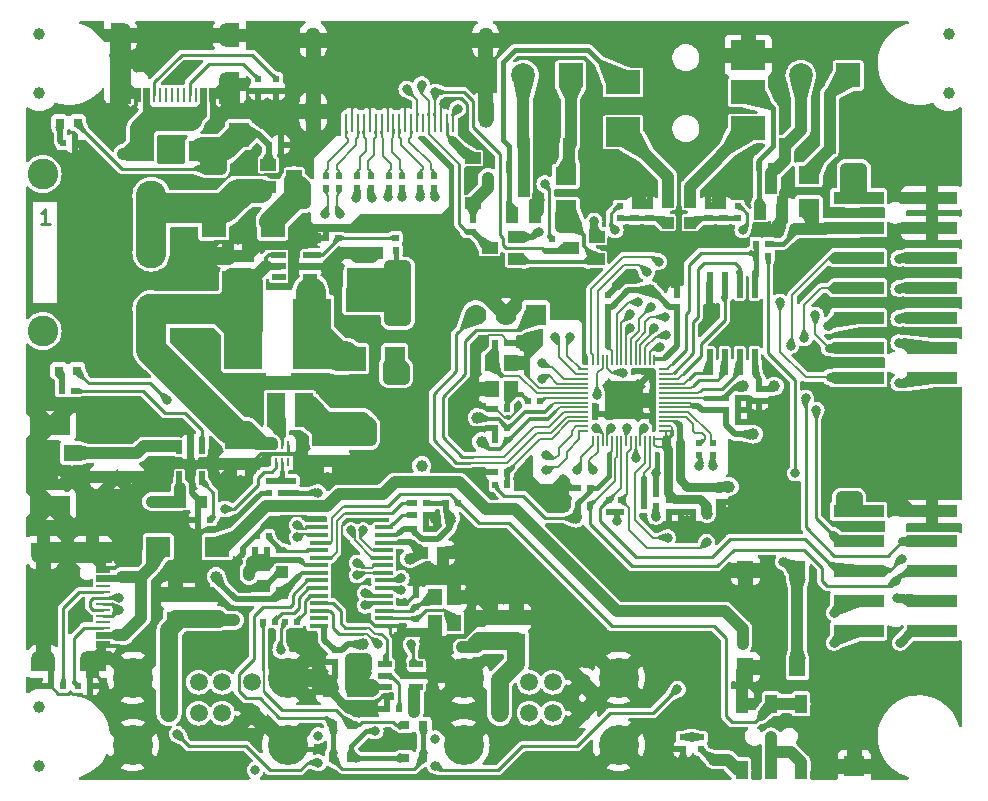
<source format=gbr>
%TF.GenerationSoftware,KiCad,Pcbnew,7.0.9-7.0.9~ubuntu22.04.1*%
%TF.CreationDate,2024-07-19T15:24:12+03:00*%
%TF.ProjectId,RP2040pc_Rev_B,52503230-3430-4706-935f-5265765f422e,B*%
%TF.SameCoordinates,PX68e7780PY7735940*%
%TF.FileFunction,Copper,L1,Top*%
%TF.FilePolarity,Positive*%
%FSLAX46Y46*%
G04 Gerber Fmt 4.6, Leading zero omitted, Abs format (unit mm)*
G04 Created by KiCad (PCBNEW 7.0.9-7.0.9~ubuntu22.04.1) date 2024-07-19 15:24:12*
%MOMM*%
%LPD*%
G01*
G04 APERTURE LIST*
%ADD10C,0.254000*%
%TA.AperFunction,NonConductor*%
%ADD11C,0.254000*%
%TD*%
%TA.AperFunction,SMDPad,CuDef*%
%ADD12R,0.550000X0.500000*%
%TD*%
%TA.AperFunction,SMDPad,CuDef*%
%ADD13R,0.500000X0.550000*%
%TD*%
%TA.AperFunction,ConnectorPad*%
%ADD14C,1.000000*%
%TD*%
%TA.AperFunction,SMDPad,CuDef*%
%ADD15C,1.000000*%
%TD*%
%TA.AperFunction,SMDPad,CuDef*%
%ADD16R,1.016000X1.016000*%
%TD*%
%TA.AperFunction,SMDPad,CuDef*%
%ADD17R,3.000000X2.500000*%
%TD*%
%TA.AperFunction,SMDPad,CuDef*%
%ADD18R,3.000000X2.100000*%
%TD*%
%TA.AperFunction,SMDPad,CuDef*%
%ADD19R,1.000000X1.400000*%
%TD*%
%TA.AperFunction,SMDPad,CuDef*%
%ADD20R,1.200000X1.400000*%
%TD*%
%TA.AperFunction,SMDPad,CuDef*%
%ADD21R,0.600000X2.200000*%
%TD*%
%TA.AperFunction,SMDPad,CuDef*%
%ADD22R,0.200000X0.875000*%
%TD*%
%TA.AperFunction,SMDPad,CuDef*%
%ADD23R,0.875000X0.200000*%
%TD*%
%TA.AperFunction,ComponentPad*%
%ADD24C,1.000000*%
%TD*%
%TA.AperFunction,ComponentPad*%
%ADD25C,1.800000*%
%TD*%
%TA.AperFunction,SMDPad,CuDef*%
%ADD26R,3.200000X3.200000*%
%TD*%
%TA.AperFunction,SMDPad,CuDef*%
%ADD27R,1.400000X1.500000*%
%TD*%
%TA.AperFunction,ComponentPad*%
%ADD28R,1.778000X1.778000*%
%TD*%
%TA.AperFunction,ComponentPad*%
%ADD29C,1.778000*%
%TD*%
%TA.AperFunction,SMDPad,CuDef*%
%ADD30R,1.778000X1.524000*%
%TD*%
%TA.AperFunction,ComponentPad*%
%ADD31O,1.300000X2.300000*%
%TD*%
%TA.AperFunction,ComponentPad*%
%ADD32O,1.300000X2.700000*%
%TD*%
%TA.AperFunction,SMDPad,CuDef*%
%ADD33R,0.250000X1.600000*%
%TD*%
%TA.AperFunction,ComponentPad*%
%ADD34R,2.000000X2.000000*%
%TD*%
%TA.AperFunction,ComponentPad*%
%ADD35C,2.000000*%
%TD*%
%TA.AperFunction,ComponentPad*%
%ADD36C,3.400000*%
%TD*%
%TA.AperFunction,ComponentPad*%
%ADD37C,1.500000*%
%TD*%
%TA.AperFunction,SMDPad,CuDef*%
%ADD38R,0.800000X0.800000*%
%TD*%
%TA.AperFunction,SMDPad,CuDef*%
%ADD39R,0.250000X0.700000*%
%TD*%
%TA.AperFunction,SMDPad,CuDef*%
%ADD40R,1.524000X1.270000*%
%TD*%
%TA.AperFunction,ComponentPad*%
%ADD41C,2.600000*%
%TD*%
%TA.AperFunction,SMDPad,CuDef*%
%ADD42R,4.250000X1.000000*%
%TD*%
%TA.AperFunction,SMDPad,CuDef*%
%ADD43R,1.270000X1.524000*%
%TD*%
%TA.AperFunction,SMDPad,CuDef*%
%ADD44R,0.550000X1.200000*%
%TD*%
%TA.AperFunction,SMDPad,CuDef*%
%ADD45R,2.000000X1.700000*%
%TD*%
%TA.AperFunction,SMDPad,CuDef*%
%ADD46R,1.746000X1.192000*%
%TD*%
%TA.AperFunction,SMDPad,CuDef*%
%ADD47R,1.400000X1.000000*%
%TD*%
%TA.AperFunction,SMDPad,CuDef*%
%ADD48R,1.500000X0.320000*%
%TD*%
%TA.AperFunction,SMDPad,CuDef*%
%ADD49R,1.700000X2.000000*%
%TD*%
%TA.AperFunction,SMDPad,CuDef*%
%ADD50R,1.192000X1.746000*%
%TD*%
%TA.AperFunction,SMDPad,CuDef*%
%ADD51R,1.000000X1.500000*%
%TD*%
%TA.AperFunction,SMDPad,CuDef*%
%ADD52R,1.200000X0.550000*%
%TD*%
%TA.AperFunction,SMDPad,CuDef*%
%ADD53R,2.200000X1.100000*%
%TD*%
%TA.AperFunction,ComponentPad*%
%ADD54O,2.200000X1.200000*%
%TD*%
%TA.AperFunction,SMDPad,CuDef*%
%ADD55R,2.000000X1.100000*%
%TD*%
%TA.AperFunction,ComponentPad*%
%ADD56O,2.000000X1.300000*%
%TD*%
%TA.AperFunction,SMDPad,CuDef*%
%ADD57R,1.150000X0.300000*%
%TD*%
%TA.AperFunction,SMDPad,CuDef*%
%ADD58R,1.150000X0.250000*%
%TD*%
%TA.AperFunction,ComponentPad*%
%ADD59R,1.400000X1.400000*%
%TD*%
%TA.AperFunction,ComponentPad*%
%ADD60C,1.400000*%
%TD*%
%TA.AperFunction,SMDPad,CuDef*%
%ADD61R,1.100000X2.200000*%
%TD*%
%TA.AperFunction,ComponentPad*%
%ADD62O,1.200000X2.200000*%
%TD*%
%TA.AperFunction,SMDPad,CuDef*%
%ADD63R,1.100000X2.000000*%
%TD*%
%TA.AperFunction,ComponentPad*%
%ADD64O,1.300000X2.000000*%
%TD*%
%TA.AperFunction,SMDPad,CuDef*%
%ADD65R,0.300000X1.150000*%
%TD*%
%TA.AperFunction,SMDPad,CuDef*%
%ADD66R,0.250000X1.150000*%
%TD*%
%TA.AperFunction,SMDPad,CuDef*%
%ADD67R,3.200000X6.000000*%
%TD*%
%TA.AperFunction,SMDPad,CuDef*%
%ADD68R,3.500000X1.500000*%
%TD*%
%TA.AperFunction,SMDPad,CuDef*%
%ADD69R,3.500000X1.000000*%
%TD*%
%TA.AperFunction,SMDPad,CuDef*%
%ADD70R,1.600000X3.000000*%
%TD*%
%TA.AperFunction,ViaPad*%
%ADD71C,1.000000*%
%TD*%
%TA.AperFunction,ViaPad*%
%ADD72C,0.800000*%
%TD*%
%TA.AperFunction,Conductor*%
%ADD73C,0.254000*%
%TD*%
%TA.AperFunction,Conductor*%
%ADD74C,0.508000*%
%TD*%
%TA.AperFunction,Conductor*%
%ADD75C,1.016000*%
%TD*%
%TA.AperFunction,Conductor*%
%ADD76C,0.304800*%
%TD*%
%TA.AperFunction,Conductor*%
%ADD77C,0.406400*%
%TD*%
%TA.AperFunction,Conductor*%
%ADD78C,0.200000*%
%TD*%
%TA.AperFunction,Conductor*%
%ADD79C,0.762000*%
%TD*%
%TA.AperFunction,Conductor*%
%ADD80C,1.524000*%
%TD*%
%TA.AperFunction,Conductor*%
%ADD81C,0.431800*%
%TD*%
%TA.AperFunction,Conductor*%
%ADD82C,0.609600*%
%TD*%
%TA.AperFunction,Conductor*%
%ADD83C,1.270000*%
%TD*%
%TA.AperFunction,Conductor*%
%ADD84C,1.778000*%
%TD*%
%TA.AperFunction,Conductor*%
%ADD85C,2.032000*%
%TD*%
%TA.AperFunction,Conductor*%
%ADD86C,2.540000*%
%TD*%
G04 APERTURE END LIST*
D10*
D11*
X2384724Y47418633D02*
X1659009Y47418633D01*
X2021866Y47418633D02*
X2021866Y48688633D01*
X2021866Y48688633D02*
X1900914Y48507205D01*
X1900914Y48507205D02*
X1779962Y48386252D01*
X1779962Y48386252D02*
X1659009Y48325776D01*
D12*
X49766000Y23019000D03*
X49766000Y24035000D03*
D13*
X48115000Y23654000D03*
X47099000Y23654000D03*
D12*
X51925000Y47911000D03*
X51925000Y48927000D03*
X50655000Y47911000D03*
X50655000Y48927000D03*
D14*
X1500000Y63500000D03*
D15*
X1500000Y58500000D03*
D16*
X54719000Y47530000D03*
X54719000Y49308000D03*
D12*
X53195000Y47911000D03*
X53195000Y48927000D03*
D17*
X50950000Y55200000D03*
X61550000Y61700000D03*
D18*
X61550000Y55500000D03*
X61550000Y58600000D03*
X50950000Y59400000D03*
D13*
X41257000Y52229000D03*
X42273000Y52229000D03*
D19*
X41577040Y48200560D03*
X43479500Y48200560D03*
X42524460Y50410360D03*
D12*
X62466000Y32417000D03*
X62466000Y33433000D03*
D13*
X41130000Y26448000D03*
X40114000Y26448000D03*
D12*
X55481000Y40418000D03*
X55481000Y41434000D03*
X49639000Y40418000D03*
X49639000Y41434000D03*
D13*
X41130000Y30131000D03*
X40114000Y30131000D03*
X48115000Y25051000D03*
X47099000Y25051000D03*
D12*
X54846000Y24035000D03*
X54846000Y23019000D03*
D13*
X59672000Y31655000D03*
X60688000Y31655000D03*
X59672000Y30639000D03*
X60688000Y30639000D03*
D12*
X55862000Y24035000D03*
X55862000Y23019000D03*
X56878000Y24035000D03*
X56878000Y23019000D03*
X59037000Y24924000D03*
X59037000Y23908000D03*
D13*
X59672000Y32671000D03*
X60688000Y32671000D03*
X41130000Y31782000D03*
X40114000Y31782000D03*
X40114000Y37370000D03*
X41130000Y37370000D03*
D20*
X41422000Y33476000D03*
X39822000Y35676000D03*
X39822000Y33476000D03*
X41422000Y35676000D03*
D13*
X63228000Y45752000D03*
X62212000Y45752000D03*
X40114000Y25305000D03*
X41130000Y25305000D03*
X42908000Y32417000D03*
X43924000Y32417000D03*
D12*
X57386000Y27845000D03*
X57386000Y28861000D03*
X58529000Y27845000D03*
X58529000Y28861000D03*
D13*
X62212000Y44736000D03*
X63228000Y44736000D03*
D21*
X62085000Y42235000D03*
X60815000Y42235000D03*
X59545000Y42235000D03*
X58275000Y42235000D03*
X58275000Y35765000D03*
X59545000Y35765000D03*
X60815000Y35765000D03*
X62085000Y35765000D03*
D22*
X53600000Y35937500D03*
X53200000Y35937500D03*
X52800000Y35937500D03*
X52400000Y35937500D03*
X52000000Y35937500D03*
X51600000Y35937500D03*
X51200000Y35937500D03*
X50800000Y35937500D03*
X50400000Y35937500D03*
X50000000Y35937500D03*
X49600000Y35937500D03*
X49200000Y35937500D03*
X48800000Y35937500D03*
X48400000Y35937500D03*
D23*
X47562500Y35100000D03*
X47562500Y34700000D03*
X47562500Y34300000D03*
X47562500Y33900000D03*
X47562500Y33500000D03*
X47562500Y33100000D03*
X47562500Y32700000D03*
X47562500Y32300000D03*
X47562500Y31900000D03*
X47562500Y31500000D03*
X47562500Y31100000D03*
X47562500Y30700000D03*
X47562500Y30300000D03*
X47562500Y29900000D03*
D22*
X48400000Y29062500D03*
X48800000Y29062500D03*
X49200000Y29062500D03*
X49600000Y29062500D03*
X50000000Y29062500D03*
X50400000Y29062500D03*
X50800000Y29062500D03*
X51200000Y29062500D03*
X51600000Y29062500D03*
X52000000Y29062500D03*
X52400000Y29062500D03*
X52800000Y29062500D03*
X53200000Y29062500D03*
X53600000Y29062500D03*
D23*
X54437500Y29900000D03*
X54437500Y30300000D03*
X54437500Y30700000D03*
X54437500Y31100000D03*
X54437500Y31500000D03*
X54437500Y31900000D03*
X54437500Y32300000D03*
X54437500Y32700000D03*
X54437500Y33100000D03*
X54437500Y33500000D03*
X54437500Y33900000D03*
X54437500Y34300000D03*
X54437500Y34700000D03*
X54437500Y35100000D03*
D24*
X52200000Y31300000D03*
X52200000Y33700000D03*
D25*
X51000000Y32500000D03*
D26*
X51000000Y32500000D03*
D24*
X49800000Y31300000D03*
X49730000Y33700000D03*
D12*
X34907000Y50451000D03*
X34907000Y51467000D03*
X31097000Y50451000D03*
X31097000Y51467000D03*
X26906000Y50451000D03*
X26906000Y51467000D03*
X25763000Y50451000D03*
X25763000Y51467000D03*
D15*
X78500000Y58500000D03*
D14*
X78500000Y63500000D03*
D27*
X65700000Y18100000D03*
X65700000Y9900000D03*
X61300000Y18100000D03*
X61300000Y9900000D03*
D28*
X43548000Y39750000D03*
D29*
X41008000Y39750000D03*
X38468000Y39750000D03*
D30*
X46083000Y48673000D03*
X46083000Y51467000D03*
D31*
X24700000Y62950000D03*
D32*
X24700000Y56900000D03*
D31*
X39300000Y62950000D03*
D32*
X39300000Y56900000D03*
D33*
X27500000Y55950000D03*
X28000000Y55950000D03*
X28500000Y55950000D03*
X29000000Y55950000D03*
X29500000Y55950000D03*
X30000000Y55950000D03*
X30500000Y55950000D03*
X31000000Y55950000D03*
X31500000Y55950000D03*
X32000000Y55950000D03*
X32500000Y55950000D03*
X33000000Y55950000D03*
X33500000Y55950000D03*
X34000000Y55950000D03*
X34500000Y55950000D03*
X35000000Y55950000D03*
X35500000Y55950000D03*
X36000000Y55950000D03*
X36500000Y55950000D03*
D12*
X29573000Y50451000D03*
X29573000Y51467000D03*
X28430000Y50451000D03*
X28430000Y51467000D03*
X32240000Y50451000D03*
X32240000Y51467000D03*
X33764000Y50451000D03*
X33764000Y51467000D03*
D13*
X41130000Y29115000D03*
X40114000Y29115000D03*
D34*
X46500000Y60000000D03*
D35*
X42500000Y60000000D03*
D15*
X1500000Y6500000D03*
D19*
X46332000Y54007000D03*
X42532000Y54007000D03*
D14*
X1500000Y1500000D03*
D16*
X26779000Y29115000D03*
X26779000Y27337000D03*
D13*
X26779000Y46260000D03*
X25763000Y46260000D03*
D36*
X9430000Y9000000D03*
X9430000Y3300000D03*
X22570000Y9000000D03*
X22570000Y3300000D03*
D37*
X12500000Y8620000D03*
X15000000Y8620000D03*
X17000000Y8620000D03*
X19500000Y8620000D03*
X12500000Y6000000D03*
X15000000Y6000000D03*
X17000000Y6000000D03*
X19500000Y6000000D03*
D38*
X34018000Y2191000D03*
X32494000Y2191000D03*
D13*
X3411000Y33306000D03*
X4427000Y33306000D03*
D39*
X22580000Y28722000D03*
X22080000Y28722000D03*
X21580000Y28722000D03*
X21580000Y27222000D03*
X22080000Y27222000D03*
X22580000Y27222000D03*
D13*
X62466000Y52356000D03*
X63482000Y52356000D03*
X33256000Y21622000D03*
X34272000Y21622000D03*
D12*
X60688000Y47911000D03*
X60688000Y48927000D03*
X55989000Y3969000D03*
X55989000Y2953000D03*
D40*
X15349000Y16034000D03*
X15349000Y14002000D03*
X13063000Y16034000D03*
X13063000Y14002000D03*
D12*
X44940000Y45117000D03*
X44940000Y46133000D03*
D41*
X1800000Y38350000D03*
X1800000Y51650000D03*
X11000000Y40200000D03*
X11000000Y45000000D03*
X11000000Y49800000D03*
D42*
X70875000Y49620000D03*
X77125000Y49620000D03*
X70875000Y47080000D03*
X77125000Y47080000D03*
X70875000Y44540000D03*
X77125000Y44540000D03*
X70875000Y42000000D03*
X77125000Y42000000D03*
X70875000Y39460000D03*
X77125000Y39460000D03*
X70875000Y36920000D03*
X77125000Y36920000D03*
X70875000Y34380000D03*
X77125000Y34380000D03*
D43*
X28131000Y8160000D03*
X26099000Y8160000D03*
D16*
X19413000Y28861000D03*
X19413000Y27083000D03*
D12*
X20048000Y58706000D03*
X20048000Y59722000D03*
D38*
X34018000Y4985000D03*
X32494000Y4985000D03*
D44*
X15283000Y28510000D03*
X14333000Y28510000D03*
X13383000Y28510000D03*
X13383000Y25910000D03*
X15283000Y25910000D03*
D36*
X37430000Y9000000D03*
X37430000Y3300000D03*
X50570000Y9000000D03*
X50570000Y3300000D03*
D37*
X40500000Y8620000D03*
X43000000Y8620000D03*
X45000000Y8620000D03*
X47500000Y8620000D03*
X40500000Y6000000D03*
X43000000Y6000000D03*
X45000000Y6000000D03*
X47500000Y6000000D03*
D12*
X26525000Y11335000D03*
X26525000Y10319000D03*
D40*
X41892000Y14129000D03*
X41892000Y12097000D03*
D38*
X3157000Y35000000D03*
X4681000Y35000000D03*
D45*
X15182000Y53626000D03*
D46*
X15055000Y53626000D03*
X10309000Y53626000D03*
D45*
X10182000Y53626000D03*
D16*
X19159000Y42958000D03*
X19159000Y44736000D03*
D12*
X21572000Y58706000D03*
X21572000Y59722000D03*
D13*
X35923000Y23781000D03*
X36939000Y23781000D03*
D42*
X70875000Y23080000D03*
X77125000Y23080000D03*
X70875000Y20540000D03*
X77125000Y20540000D03*
X70875000Y18000000D03*
X77125000Y18000000D03*
X70875000Y15460000D03*
X77125000Y15460000D03*
X70875000Y12920000D03*
X77125000Y12920000D03*
D19*
X68430000Y54007000D03*
X64630000Y54007000D03*
D13*
X52687000Y24543000D03*
X53703000Y24543000D03*
D28*
X70500000Y1500000D03*
D16*
X13444000Y23908000D03*
X15222000Y23908000D03*
D13*
X21826000Y19844000D03*
X20810000Y19844000D03*
X2522000Y8287000D03*
X3538000Y8287000D03*
D47*
X48714440Y44421040D03*
X48714440Y46323500D03*
X46504640Y45368460D03*
D48*
X30672000Y13398000D03*
X30672000Y14038000D03*
X30672000Y14678000D03*
X30672000Y15318000D03*
X30672000Y15958000D03*
X30672000Y16598000D03*
X30672000Y17238000D03*
X30672000Y17878000D03*
X30672000Y18518000D03*
X30672000Y19158000D03*
X30672000Y19798000D03*
X30672000Y20438000D03*
X30672000Y21078000D03*
X30672000Y21718000D03*
X25172000Y21718000D03*
X25172000Y21078000D03*
X25172000Y20438000D03*
X25172000Y19798000D03*
X25172000Y19158000D03*
X25172000Y18518000D03*
X25172000Y17878000D03*
X25172000Y17238000D03*
X25172000Y16598000D03*
X25172000Y15958000D03*
X25172000Y15318000D03*
X25172000Y14678000D03*
X25172000Y14038000D03*
X25172000Y13398000D03*
D49*
X28303000Y41013000D03*
D50*
X28303000Y40886000D03*
X28303000Y36140000D03*
D49*
X28303000Y36013000D03*
D51*
X61000000Y1200000D03*
X63500000Y1200000D03*
X66000000Y1200000D03*
X61000000Y6800000D03*
X63500000Y6800000D03*
X66000000Y6800000D03*
D52*
X24396100Y42897000D03*
X24396100Y43847000D03*
X24396100Y44797000D03*
X21795900Y44797000D03*
X21795900Y43847000D03*
X21795900Y42897000D03*
D47*
X41856440Y44421040D03*
X41856440Y46323500D03*
X39646640Y45368460D03*
D16*
X22080000Y16161000D03*
X22080000Y17939000D03*
D52*
X33413100Y8226000D03*
X33413100Y9176000D03*
X33413100Y10126000D03*
X30812900Y10126000D03*
X30812900Y9176000D03*
X30812900Y8226000D03*
D13*
X20937000Y20987000D03*
X19921000Y20987000D03*
D16*
X56624000Y47530000D03*
X56624000Y49308000D03*
D20*
X34996000Y15864000D03*
X36596000Y13664000D03*
X36596000Y15864000D03*
X34996000Y13664000D03*
D53*
X6030000Y10072400D03*
D54*
X6030000Y10680000D03*
X6030000Y19320000D03*
D53*
X6030000Y19927600D03*
D55*
X1850000Y10072400D03*
D56*
X1850000Y10680000D03*
X1850000Y19320000D03*
D55*
X1850000Y19927600D03*
D57*
X6932000Y18325000D03*
X6932000Y17525000D03*
D58*
X6932000Y16250000D03*
X6932000Y15250000D03*
X6932000Y14750000D03*
X6932000Y13750000D03*
D57*
X6932000Y12475000D03*
X6932000Y11675000D03*
X6932000Y11925000D03*
X6932000Y12725000D03*
D58*
X6932000Y13250000D03*
X6932000Y14250000D03*
X6932000Y15750000D03*
X6932000Y16750000D03*
D57*
X6932000Y17275000D03*
X6932000Y18075000D03*
D13*
X23350000Y13748000D03*
X22334000Y13748000D03*
D47*
X20892560Y52449960D03*
X20892560Y50547500D03*
X23102360Y51502540D03*
D12*
X50782000Y24035000D03*
X50782000Y23019000D03*
X38209000Y46768000D03*
X38209000Y47784000D03*
D13*
X34272000Y22765000D03*
X33256000Y22765000D03*
D12*
X59418000Y47911000D03*
X59418000Y48927000D03*
D16*
X33891000Y19590000D03*
X35669000Y19590000D03*
D13*
X21445000Y13748000D03*
X20429000Y13748000D03*
D12*
X33383000Y15018000D03*
X33383000Y16034000D03*
D16*
X17508000Y42958000D03*
X17508000Y44736000D03*
D13*
X53703000Y25559000D03*
X52687000Y25559000D03*
D59*
X4285680Y28028700D03*
D60*
X4288220Y25999240D03*
D12*
X20937000Y25686000D03*
X20937000Y24670000D03*
D49*
X18397000Y49983000D03*
D50*
X18397000Y50110000D03*
X18397000Y54856000D03*
D49*
X18397000Y54983000D03*
D13*
X18778000Y19844000D03*
X19794000Y19844000D03*
D16*
X20556000Y18574000D03*
X20556000Y16796000D03*
D13*
X15984000Y22384000D03*
X14968000Y22384000D03*
X34272000Y23781000D03*
X33256000Y23781000D03*
D61*
X8072400Y59220000D03*
D62*
X8680000Y59220000D03*
X17320000Y59220000D03*
D61*
X17927600Y59220000D03*
D63*
X8072400Y63400000D03*
D64*
X8680000Y63400000D03*
X17320000Y63400000D03*
D63*
X17927600Y63400000D03*
D65*
X16325000Y58318000D03*
X15525000Y58318000D03*
D66*
X14250000Y58318000D03*
X13250000Y58318000D03*
X12750000Y58318000D03*
X11750000Y58318000D03*
D65*
X10475000Y58318000D03*
X9675000Y58318000D03*
X9925000Y58318000D03*
X10725000Y58318000D03*
D66*
X11250000Y58318000D03*
X12250000Y58318000D03*
X13750000Y58318000D03*
X14750000Y58318000D03*
D65*
X15275000Y58318000D03*
X16075000Y58318000D03*
D12*
X21953000Y25686000D03*
X21953000Y24670000D03*
D45*
X16579000Y20098000D03*
D46*
X16452000Y20098000D03*
X11706000Y20098000D03*
D45*
X11579000Y20098000D03*
D12*
X58148000Y47911000D03*
X58148000Y48927000D03*
D16*
X30081000Y43212000D03*
X30081000Y44990000D03*
D34*
X70000000Y60000000D03*
D35*
X66000000Y60000000D03*
D45*
X16278000Y47149000D03*
D46*
X16405000Y47149000D03*
X21151000Y47149000D03*
D45*
X21278000Y47149000D03*
D16*
X25128000Y29115000D03*
X25128000Y27337000D03*
D47*
X38209000Y52986000D03*
X38209000Y49186000D03*
D16*
X17762000Y28861000D03*
X17762000Y27083000D03*
D40*
X39733000Y14129000D03*
X39733000Y12097000D03*
D13*
X3492000Y54250000D03*
X4508000Y54250000D03*
D38*
X27922000Y4985000D03*
X26398000Y4985000D03*
D13*
X53703000Y23527000D03*
X52687000Y23527000D03*
D12*
X22969000Y25686000D03*
X22969000Y24670000D03*
D13*
X30970000Y6382000D03*
X31986000Y6382000D03*
D49*
X31605000Y41013000D03*
D50*
X31605000Y40886000D03*
X31605000Y36140000D03*
D49*
X31605000Y36013000D03*
D16*
X28049000Y43212000D03*
X28049000Y44990000D03*
D12*
X31732000Y45244000D03*
X31732000Y46260000D03*
D19*
X62532040Y48454560D03*
X64434500Y48454560D03*
X63479460Y50664360D03*
D67*
X24599000Y38132000D03*
X18799000Y38132000D03*
D38*
X3238000Y56000000D03*
X4762000Y56000000D03*
D68*
X2400000Y30350000D03*
X2400000Y23650000D03*
D69*
X8100000Y28000000D03*
X8100000Y26000000D03*
D12*
X33383000Y14002000D03*
X33383000Y12986000D03*
D70*
X21515000Y31655000D03*
X23915000Y31655000D03*
D13*
X5824000Y8287000D03*
X4808000Y8287000D03*
D38*
X27922000Y2191000D03*
X26398000Y2191000D03*
D13*
X20937000Y54134000D03*
X21953000Y54134000D03*
D30*
X66657000Y48800000D03*
X66657000Y51594000D03*
D12*
X57513000Y2953000D03*
X57513000Y3969000D03*
D71*
X62847000Y9938000D03*
D72*
X58783000Y49435000D03*
D71*
X64117000Y24162000D03*
D72*
X30716000Y3461000D03*
X53703000Y26321000D03*
D71*
X63990000Y46895000D03*
X74023000Y24289000D03*
X29065000Y44609000D03*
X42527000Y25940000D03*
X77071000Y52610000D03*
X61958000Y40291000D03*
X14333000Y27210000D03*
X74023000Y53372000D03*
X11285000Y1048000D03*
X36812000Y19844000D03*
X32113000Y10827000D03*
X38082000Y16542000D03*
X58402000Y40291000D03*
X77071000Y48292000D03*
X35034000Y22511000D03*
X43797000Y49435000D03*
X11920000Y17558000D03*
X11539000Y63532000D03*
X23731000Y28988000D03*
X25763000Y43720000D03*
X77071000Y51213000D03*
X47099000Y20987000D03*
D72*
X32494000Y57563000D03*
D71*
X56370000Y22257000D03*
X18397000Y1175000D03*
D72*
X29446000Y57563000D03*
D71*
X25001000Y46260000D03*
X17254000Y24670000D03*
D72*
X37447000Y55023000D03*
D71*
X23096000Y46260000D03*
X14714000Y17558000D03*
X23731000Y27845000D03*
X13698000Y60357000D03*
X74023000Y25559000D03*
X31859000Y12478000D03*
X39098000Y15526000D03*
X12682000Y54134000D03*
X55354000Y42450000D03*
X26525000Y42704000D03*
D72*
X30970000Y57563000D03*
X49131000Y49435000D03*
D71*
X23731000Y26702000D03*
X36812000Y31274000D03*
D72*
X52560000Y49435000D03*
D71*
X4935000Y14256000D03*
X15476000Y36100000D03*
X17254000Y25940000D03*
X10777000Y61500000D03*
X42527000Y37116000D03*
X32141530Y9655306D03*
D72*
X45829000Y25813000D03*
D71*
X13698000Y22384000D03*
X17889000Y17558000D03*
X55989000Y2064000D03*
X5316000Y53626000D03*
D72*
X35796000Y57557286D03*
D71*
X59418000Y23019000D03*
D72*
X17254000Y22003000D03*
D71*
X14460000Y63532000D03*
X38717000Y26194000D03*
X62720000Y46895000D03*
X61323000Y15907000D03*
X15857000Y45371000D03*
X12809000Y30258000D03*
X15476000Y1175000D03*
X26779000Y44609000D03*
X13317000Y17558000D03*
X8999000Y23654000D03*
X51671000Y42958000D03*
D72*
X67165000Y36989000D03*
X28049000Y57563000D03*
D71*
X61958000Y31147000D03*
D72*
X8242006Y15785459D03*
X57386000Y26956000D03*
X23340143Y21912300D03*
X58529000Y26956000D03*
X23340143Y20883700D03*
X8237000Y14764000D03*
X25128000Y4096000D03*
D71*
X29573000Y29115000D03*
X69451000Y24289000D03*
X46972000Y22511000D03*
X45702000Y47149000D03*
X46972000Y47149000D03*
D72*
X25128000Y24670000D03*
D71*
X28303000Y30385000D03*
X65514000Y47022000D03*
X63736000Y33687000D03*
X58021000Y22892000D03*
X66784000Y47022000D03*
X70721000Y24289000D03*
D72*
X50401000Y22257000D03*
D71*
X28303000Y29115000D03*
X68054000Y47022000D03*
X53195000Y41815000D03*
X61958000Y29623000D03*
X38590000Y31020000D03*
X29573000Y30385000D03*
X59926000Y25178000D03*
D72*
X55545500Y8033000D03*
D71*
X61069000Y33687000D03*
X38971000Y28988000D03*
D72*
X35034000Y1556000D03*
D71*
X39479000Y51340000D03*
X27922000Y9430000D03*
X69832000Y52102000D03*
X31224000Y42577000D03*
D72*
X44305000Y50832000D03*
D71*
X27922000Y10573000D03*
X71102000Y50832000D03*
X32494000Y43847000D03*
X29192000Y10573000D03*
X32494000Y42577000D03*
X31224000Y39275000D03*
X19286000Y17685000D03*
X29192000Y9430000D03*
X19540000Y18828000D03*
X31224000Y43847000D03*
X32494000Y39275000D03*
X71102000Y52102000D03*
X69832000Y50832000D03*
D72*
X65514000Y26321000D03*
X64498000Y18828000D03*
X43797000Y46768000D03*
X74531000Y19082000D03*
X48496000Y47657000D03*
X74023000Y17177000D03*
X54084000Y36989000D03*
X65133000Y37116000D03*
X67228500Y39719500D03*
X54465000Y39529000D03*
D71*
X23985000Y49181000D03*
X22715000Y49181000D03*
X22715000Y50451000D03*
X23985000Y50451000D03*
D72*
X53703000Y22638000D03*
X66276000Y37751000D03*
X54592000Y38005000D03*
X68308000Y38767000D03*
X53576000Y38640000D03*
X74277000Y37370000D03*
X51544000Y39783000D03*
X51544000Y38640000D03*
X74277000Y33941000D03*
X74277000Y39402000D03*
X52179000Y40799000D03*
D71*
X18016000Y13875000D03*
X37320000Y11589000D03*
X33256000Y6128000D03*
X33256000Y7271000D03*
X38463000Y11843000D03*
X16746000Y13875000D03*
D72*
X53322000Y40418000D03*
X64244000Y40799000D03*
X68816000Y14510000D03*
X51290000Y30131000D03*
X58021000Y20479000D03*
X74404000Y11970000D03*
X52046212Y27576530D03*
X68816000Y11970000D03*
X74150000Y15780000D03*
X52687000Y30131000D03*
X17254000Y23273000D03*
X17254000Y30004000D03*
X25680500Y48292000D03*
X44432000Y26556000D03*
X44432000Y27864000D03*
X26988500Y48292000D03*
X28347500Y49579029D03*
X48388000Y26575000D03*
X47080000Y26575000D03*
X29655500Y49579029D03*
X44051000Y34303000D03*
X31014500Y49689000D03*
X32240000Y49689000D03*
X44051000Y35611000D03*
X33764000Y49689000D03*
X45175000Y37878000D03*
X34989500Y49689000D03*
X46483000Y37878000D03*
X36939000Y57182000D03*
X35034000Y58579000D03*
X32621000Y58833000D03*
X33002000Y11843000D03*
X30208000Y11843000D03*
X28430000Y17683700D03*
X28430000Y18712300D03*
X32147378Y16403700D03*
X32147378Y17432300D03*
X29107404Y15123700D03*
X29107404Y16152300D03*
X27915700Y21470441D03*
X28944300Y21470441D03*
D71*
X12301000Y23908000D03*
D72*
X12301000Y32544000D03*
X35034000Y3842000D03*
D71*
X32367000Y34322000D03*
X58656000Y2064000D03*
X31097000Y34322000D03*
X59799000Y2064000D03*
X16873000Y52102000D03*
X11031000Y23908000D03*
X15603000Y52102000D03*
D72*
X19794000Y1175000D03*
X8694200Y12605000D03*
X13190000Y4223000D03*
X8618000Y53372000D03*
X25133714Y1804286D03*
X74277000Y44482000D03*
X53957000Y44228000D03*
X74277000Y41942000D03*
X52941000Y43339000D03*
X48623000Y30131000D03*
X50274000Y46895000D03*
X49893000Y30131000D03*
X61069000Y46895000D03*
X56751000Y3969000D03*
X54719000Y20860000D03*
X67292000Y31655000D03*
X50909000Y34830000D03*
X66403000Y32671000D03*
X48750000Y32925000D03*
X33891000Y59214000D03*
D71*
X61069000Y13113000D03*
X63482000Y2699000D03*
X61069000Y11843000D03*
X63482000Y3969000D03*
X16492000Y17558000D03*
X36304000Y22511000D03*
X33891000Y26956000D03*
X32875000Y19082000D03*
X28938000Y11830076D03*
D72*
X29954000Y4477000D03*
X21953000Y11335000D03*
D73*
X29192000Y13240000D02*
X27414000Y13240000D01*
X26352000Y15318000D02*
X25172000Y15318000D01*
X27414000Y13240000D02*
X27033000Y13621000D01*
X27033000Y13621000D02*
X27033000Y14637000D01*
X27033000Y14637000D02*
X26352000Y15318000D01*
X39733000Y14129000D02*
X39098000Y13494000D01*
X39098000Y13494000D02*
X38463000Y13494000D01*
X37447000Y12478000D02*
X35415000Y12478000D01*
X38463000Y13494000D02*
X37447000Y12478000D01*
D74*
X34018000Y12605000D02*
X34780000Y12605000D01*
X34018000Y12605000D02*
X34018000Y11335000D01*
X34018000Y12986000D02*
X34018000Y12605000D01*
X34018000Y12605000D02*
X33926000Y12697000D01*
X33926000Y12697000D02*
X32078000Y12697000D01*
X32078000Y12697000D02*
X31859000Y12478000D01*
X33383000Y12986000D02*
X34018000Y12986000D01*
D75*
X9888000Y26000000D02*
X9888000Y25051000D01*
X8100000Y26000000D02*
X9888000Y26000000D01*
X9888000Y26000000D02*
X10710000Y26000000D01*
D76*
X6030000Y9478000D02*
X6713000Y8795000D01*
X6030000Y10072400D02*
X6030000Y9478000D01*
D73*
X65514000Y26321000D02*
X65514000Y34195000D01*
X65514000Y34195000D02*
X63228000Y36481000D01*
X63228000Y36481000D02*
X63228000Y44228000D01*
D76*
X16365000Y45879000D02*
X18778000Y45879000D01*
X15857000Y45371000D02*
X16365000Y45879000D01*
D77*
X22917000Y2953000D02*
X25128000Y2953000D01*
X22570000Y3300000D02*
X22917000Y2953000D01*
D78*
X24188200Y21718000D02*
X24082500Y21612300D01*
X24082500Y21612300D02*
X23640143Y21612300D01*
X23640143Y21612300D02*
X23340143Y21912300D01*
D76*
X25172000Y21718000D02*
X24188200Y21718000D01*
X25172000Y21078000D02*
X24239000Y21078000D01*
D78*
X24239000Y21078000D02*
X24133300Y21183700D01*
X24133300Y21183700D02*
X23640143Y21183700D01*
X23640143Y21183700D02*
X23340143Y20883700D01*
D76*
X30672000Y19158000D02*
X29701934Y19158000D01*
X31193000Y21718000D02*
X31452600Y21977600D01*
D73*
X31452600Y21977600D02*
X32240000Y22765000D01*
D76*
X30672000Y19798000D02*
X29877800Y19798000D01*
D78*
X29877800Y19798000D02*
X29668066Y19798000D01*
X21191000Y22003000D02*
X21876800Y22688800D01*
X24061200Y22688800D02*
X24366000Y22384000D01*
X21876800Y22688800D02*
X24061200Y22688800D01*
D75*
X16579000Y20098000D02*
X17254000Y20098000D01*
X17254000Y20098000D02*
X20683000Y23527000D01*
X41765000Y23273000D02*
X50401000Y14637000D01*
X20683000Y23527000D02*
X25890000Y23527000D01*
X25890000Y23527000D02*
X26906000Y24543000D01*
X50401000Y14637000D02*
X59545000Y14637000D01*
X26906000Y24543000D02*
X30589000Y24543000D01*
X59545000Y14637000D02*
X61069000Y13113000D01*
X30589000Y24543000D02*
X31605000Y25559000D01*
X37066000Y25559000D02*
X39352000Y23273000D01*
X31605000Y25559000D02*
X37066000Y25559000D01*
X39352000Y23273000D02*
X41765000Y23273000D01*
D77*
X25128000Y24670000D02*
X22969000Y24670000D01*
D78*
X28684000Y13875000D02*
X27134600Y15424400D01*
X27134600Y21850600D02*
X27642600Y22358600D01*
X27134600Y15424400D02*
X27134600Y21850600D01*
X27642600Y22358600D02*
X28480800Y22358600D01*
X26702800Y19640800D02*
X26220000Y19158000D01*
X27414000Y22955500D02*
X26702800Y22244300D01*
D73*
X27414000Y22955500D02*
X31414500Y22955500D01*
X32240000Y23781000D02*
X32748000Y23781000D01*
D78*
X26702800Y22244300D02*
X26702800Y19640800D01*
D73*
X31414500Y22955500D02*
X32240000Y23781000D01*
X36939000Y23908000D02*
X36939000Y23781000D01*
D78*
X26271000Y22511000D02*
X26271000Y20606000D01*
D73*
X32049500Y24543000D02*
X36304000Y24543000D01*
D78*
X27287000Y23527000D02*
X26271000Y22511000D01*
X26271000Y20606000D02*
X26103000Y20438000D01*
D73*
X27287000Y23527000D02*
X31033500Y23527000D01*
X31033500Y23527000D02*
X32049500Y24543000D01*
X36304000Y24543000D02*
X36939000Y23908000D01*
X30672000Y13398000D02*
X29923000Y13398000D01*
X29923000Y13398000D02*
X29446000Y13875000D01*
X29446000Y13875000D02*
X28684000Y13875000D01*
D78*
X29192000Y13240000D02*
X29396921Y13240000D01*
X29396921Y13240000D02*
X29904921Y12732000D01*
X29904921Y12732000D02*
X30208000Y12732000D01*
D73*
X28938000Y12732000D02*
X26906000Y12732000D01*
X26906000Y12732000D02*
X26398000Y13240000D01*
X26398000Y13240000D02*
X26398000Y14376000D01*
X26096000Y14678000D02*
X25172000Y14678000D01*
X26398000Y14376000D02*
X26096000Y14678000D01*
X24176526Y17238000D02*
X22969000Y16030474D01*
X19667000Y10573000D02*
X18397000Y9303000D01*
X22969000Y16030474D02*
X22969000Y15272000D01*
X21826000Y5620000D02*
X25763000Y5620000D01*
X22969000Y15272000D02*
X22715000Y15018000D01*
X18397000Y9303000D02*
X18397000Y7906000D01*
X22715000Y15018000D02*
X20429000Y15018000D01*
X20429000Y15018000D02*
X19667000Y14256000D01*
X19667000Y14256000D02*
X19667000Y10573000D01*
X18397000Y7906000D02*
X19032000Y7271000D01*
X19032000Y7271000D02*
X20175000Y7271000D01*
X20175000Y7271000D02*
X21826000Y5620000D01*
X21445000Y13748000D02*
X21445000Y13925800D01*
X21445000Y13925800D02*
X22029200Y14510000D01*
X22029200Y14510000D02*
X23096000Y14510000D01*
X23096000Y14510000D02*
X23477000Y14891000D01*
X23477000Y14891000D02*
X23477000Y15780000D01*
X23477000Y15780000D02*
X24295000Y16598000D01*
X24417000Y15958000D02*
X23985000Y15526000D01*
X23985000Y15526000D02*
X23985000Y14510000D01*
X23985000Y14510000D02*
X23350000Y13875000D01*
X23350000Y13875000D02*
X23350000Y13748000D01*
D75*
X74023000Y24289000D02*
X74023000Y25559000D01*
D76*
X16325000Y57476000D02*
X17000000Y56801000D01*
D78*
X21699000Y51594000D02*
X17635000Y51594000D01*
D76*
X20302000Y27972000D02*
X20683000Y27972000D01*
D73*
X33383000Y16669000D02*
X33383000Y16034000D01*
D75*
X23731000Y26702000D02*
X24493000Y26702000D01*
D73*
X38717000Y26194000D02*
X38971000Y26448000D01*
D76*
X9023000Y59220000D02*
X8680000Y59220000D01*
D79*
X31859000Y11081000D02*
X31859000Y12478000D01*
X20076000Y45653000D02*
X19159000Y44736000D01*
D76*
X6932000Y11925000D02*
X6932000Y11803000D01*
D74*
X61958000Y31147000D02*
X61958000Y31274000D01*
D75*
X27414000Y26702000D02*
X28430000Y26702000D01*
D79*
X23096000Y43847000D02*
X23096000Y43085000D01*
D78*
X40114000Y31782000D02*
X40164800Y31782000D01*
D77*
X4508000Y54250000D02*
X4692000Y54250000D01*
D75*
X77125000Y51159000D02*
X77071000Y51213000D01*
X15857000Y45371000D02*
X16492000Y44736000D01*
D77*
X17635000Y22003000D02*
X17254000Y22003000D01*
D76*
X40114000Y30131000D02*
X37955000Y30131000D01*
D77*
X20048000Y58706000D02*
X21572000Y58706000D01*
X55989000Y2953000D02*
X55989000Y2064000D01*
X6030000Y10928900D02*
X6030000Y10901000D01*
D74*
X17889000Y17558000D02*
X18905000Y16542000D01*
D73*
X31478000Y12478000D02*
X31859000Y12478000D01*
D76*
X16977000Y59220000D02*
X17320000Y59220000D01*
D74*
X34996000Y13075000D02*
X34996000Y13664000D01*
X6932000Y11582000D02*
X6932000Y10792000D01*
D75*
X39733000Y14129000D02*
X39733000Y14891000D01*
D73*
X30672000Y13398000D02*
X31073053Y13398000D01*
D74*
X1850000Y10680000D02*
X2522000Y10008000D01*
D75*
X77125000Y48238000D02*
X77071000Y48292000D01*
D74*
X33413100Y9176000D02*
X34780000Y9176000D01*
D75*
X25763000Y43720000D02*
X25890000Y43720000D01*
D74*
X52200000Y33700000D02*
X53068000Y34568000D01*
D77*
X6932000Y11803000D02*
X6904100Y11803000D01*
D75*
X27160000Y44990000D02*
X26779000Y44609000D01*
X25128000Y27337000D02*
X26779000Y27337000D01*
D78*
X41130000Y37370000D02*
X41130000Y37497000D01*
D74*
X14333000Y27210000D02*
X14460000Y27083000D01*
D79*
X10710000Y26000000D02*
X11920000Y27210000D01*
D78*
X31000000Y57533000D02*
X30970000Y57563000D01*
D79*
X23096000Y45625000D02*
X23068000Y45653000D01*
D76*
X6030000Y18977000D02*
X6030000Y19320000D01*
D75*
X62720000Y46895000D02*
X63990000Y46895000D01*
X8100000Y26000000D02*
X4288980Y26000000D01*
D74*
X61577000Y31655000D02*
X61577000Y32671000D01*
X23858000Y47022000D02*
X27541000Y47022000D01*
D73*
X31224000Y13247053D02*
X31224000Y12732000D01*
D75*
X25890000Y43720000D02*
X26779000Y44609000D01*
D76*
X40114000Y30131000D02*
X40114000Y29750000D01*
D77*
X59418000Y48927000D02*
X59291000Y48927000D01*
D75*
X61000000Y9600000D02*
X61000000Y6800000D01*
D73*
X38082000Y16542000D02*
X37574000Y17050000D01*
D74*
X13825000Y30258000D02*
X12809000Y30258000D01*
D75*
X75232000Y23080000D02*
X74023000Y24289000D01*
D73*
X32621000Y15399000D02*
X32240000Y15399000D01*
D80*
X16492000Y44736000D02*
X17508000Y44736000D01*
D74*
X59418000Y23019000D02*
X59418000Y23527000D01*
D78*
X41130000Y37497000D02*
X40647400Y37979600D01*
D75*
X39733000Y14891000D02*
X39098000Y15526000D01*
D74*
X21826000Y17939000D02*
X20683000Y16796000D01*
X13698000Y22384000D02*
X14968000Y22384000D01*
D78*
X31000000Y55950000D02*
X31000000Y57533000D01*
D76*
X9925000Y58318000D02*
X9023000Y59220000D01*
D74*
X26525000Y10319000D02*
X25636000Y10319000D01*
D75*
X77125000Y49620000D02*
X77125000Y51159000D01*
D74*
X55481000Y42323000D02*
X55481000Y41434000D01*
D76*
X6030000Y10901000D02*
X6030000Y10680000D01*
D74*
X26525000Y9000000D02*
X25259000Y9000000D01*
D75*
X13317000Y17558000D02*
X14714000Y17558000D01*
D81*
X6901600Y11803000D02*
X6030000Y10931400D01*
D74*
X32359100Y9655306D02*
X32838406Y9176000D01*
D77*
X35034000Y21622000D02*
X34272000Y21622000D01*
D78*
X56370000Y22257000D02*
X56878000Y22765000D01*
D75*
X77125000Y23080000D02*
X75232000Y23080000D01*
D77*
X20683000Y22003000D02*
X21191000Y22003000D01*
D78*
X17635000Y51594000D02*
X17127000Y51086000D01*
D73*
X45956000Y25813000D02*
X45829000Y25813000D01*
D74*
X20302000Y16542000D02*
X20556000Y16796000D01*
D78*
X28000000Y57514000D02*
X28049000Y57563000D01*
D73*
X3132000Y7652000D02*
X4046000Y7652000D01*
D79*
X16433600Y58426600D02*
X17320000Y58426600D01*
D78*
X42781000Y34583050D02*
X43864050Y33500000D01*
D77*
X53195000Y48927000D02*
X53068000Y48927000D01*
X52052000Y48927000D02*
X52560000Y49435000D01*
D79*
X23068000Y45653000D02*
X20076000Y45653000D01*
D74*
X18033000Y18768800D02*
X18778000Y19513800D01*
D76*
X37066000Y31274000D02*
X39268000Y33476000D01*
D73*
X37701000Y57563000D02*
X37193000Y58071000D01*
D78*
X42527000Y37116000D02*
X42781000Y36862000D01*
D75*
X61300000Y9900000D02*
X61000000Y9600000D01*
D78*
X53703000Y25559000D02*
X53703000Y26321000D01*
D74*
X58402000Y40291000D02*
X58275000Y40418000D01*
D73*
X19413000Y27083000D02*
X19794000Y27083000D01*
D75*
X26779000Y27337000D02*
X27414000Y26702000D01*
D73*
X33256000Y16034000D02*
X32621000Y15399000D01*
D76*
X6094000Y19320000D02*
X6030000Y19320000D01*
D73*
X22580000Y27980000D02*
X22588000Y27972000D01*
D78*
X32500000Y57557000D02*
X32494000Y57563000D01*
D74*
X20683000Y16796000D02*
X20556000Y16796000D01*
X18778000Y19513800D02*
X18778000Y19844000D01*
D75*
X23731000Y27845000D02*
X23731000Y27337000D01*
X39733000Y14129000D02*
X41892000Y14129000D01*
X17254000Y25940000D02*
X17254000Y24670000D01*
D76*
X19413000Y27083000D02*
X20302000Y27972000D01*
X6932000Y18325000D02*
X7962600Y18325000D01*
D78*
X35796000Y57557286D02*
X35500000Y57261286D01*
D76*
X22588000Y27972000D02*
X23604000Y27972000D01*
D77*
X19667000Y20987000D02*
X19921000Y20987000D01*
D73*
X37574000Y17050000D02*
X33764000Y17050000D01*
D77*
X35034000Y22511000D02*
X35034000Y21622000D01*
D76*
X16325000Y58318000D02*
X16325000Y57476000D01*
D75*
X64434500Y47720500D02*
X64434500Y48454560D01*
X26525000Y42704000D02*
X26525000Y42958000D01*
D78*
X42781000Y36862000D02*
X42781000Y34583050D01*
D74*
X25763000Y46260000D02*
X25001000Y46260000D01*
X58275000Y40418000D02*
X58275000Y42235000D01*
D77*
X20937000Y24670000D02*
X20302000Y24670000D01*
D78*
X41384000Y31020000D02*
X42019000Y31655000D01*
D79*
X43479500Y48200560D02*
X43797000Y48518060D01*
D73*
X31828000Y13398000D02*
X31859000Y13367000D01*
D78*
X43864050Y33500000D02*
X47562500Y33500000D01*
D75*
X4288980Y26000000D02*
X4288220Y25999240D01*
D77*
X51925000Y48927000D02*
X52052000Y48927000D01*
D73*
X31859000Y13367000D02*
X31859000Y12478000D01*
D74*
X6932000Y10792000D02*
X6820000Y10680000D01*
D75*
X61300000Y9900000D02*
X62809000Y9900000D01*
D78*
X21953000Y54134000D02*
X21953000Y51848000D01*
D76*
X8742000Y58452000D02*
X8680000Y58390000D01*
D74*
X49800000Y31300000D02*
X48851000Y31300000D01*
D75*
X17762000Y27083000D02*
X19413000Y27083000D01*
D76*
X9675000Y58318000D02*
X9675000Y57527800D01*
D78*
X32500000Y55950000D02*
X32500000Y57557000D01*
X40647400Y37979600D02*
X39580600Y37979600D01*
D74*
X14460000Y24670000D02*
X15222000Y23908000D01*
D73*
X45829000Y25813000D02*
X45067000Y25051000D01*
D79*
X26099000Y7951000D02*
X27668000Y6382000D01*
D82*
X24396100Y43847000D02*
X25636000Y43847000D01*
D76*
X40114000Y29750000D02*
X40114000Y29115000D01*
D79*
X32141530Y9655306D02*
X32141530Y10798470D01*
D76*
X9675000Y58318000D02*
X9541000Y58452000D01*
D75*
X77125000Y49620000D02*
X77125000Y48346000D01*
X62809000Y9900000D02*
X62847000Y9938000D01*
D76*
X7962600Y18325000D02*
X8237000Y18599400D01*
D77*
X18778000Y20098000D02*
X19667000Y20987000D01*
X19921000Y20987000D02*
X19921000Y21241000D01*
D73*
X46718000Y25051000D02*
X45956000Y25813000D01*
D74*
X5824000Y9866400D02*
X5824000Y8287000D01*
D75*
X61300000Y15930000D02*
X61300000Y18100000D01*
D74*
X51163000Y42958000D02*
X49639000Y41434000D01*
X14333000Y29750000D02*
X13825000Y30258000D01*
D75*
X28049000Y44990000D02*
X27160000Y44990000D01*
D74*
X34780000Y22765000D02*
X34272000Y22765000D01*
D77*
X53068000Y48927000D02*
X52560000Y49435000D01*
D74*
X61577000Y31655000D02*
X60688000Y31655000D01*
X15222000Y23908000D02*
X14968000Y23654000D01*
D73*
X37193000Y58071000D02*
X36685000Y58071000D01*
D81*
X6904100Y11803000D02*
X6901600Y11803000D01*
D74*
X59418000Y23527000D02*
X59037000Y23908000D01*
D73*
X45067000Y25051000D02*
X43416000Y25051000D01*
D74*
X61958000Y31274000D02*
X61577000Y31655000D01*
X14333000Y28510000D02*
X14333000Y27210000D01*
D75*
X17762000Y27083000D02*
X17762000Y26448000D01*
D76*
X20683000Y27972000D02*
X22588000Y27972000D01*
X6932000Y11675000D02*
X6932000Y11582000D01*
D79*
X23096000Y45625000D02*
X23096000Y43847000D01*
D76*
X17320000Y58426600D02*
X17320000Y59220000D01*
D74*
X26525000Y10319000D02*
X26525000Y9000000D01*
X14460000Y27083000D02*
X14460000Y24670000D01*
D75*
X63990000Y46895000D02*
X63990000Y47276000D01*
D74*
X14968000Y23654000D02*
X14968000Y22384000D01*
D73*
X43416000Y25051000D02*
X42527000Y25940000D01*
D80*
X37127000Y9303000D02*
X34907000Y9303000D01*
D78*
X40926800Y31020000D02*
X41384000Y31020000D01*
D76*
X8680000Y58390000D02*
X8680000Y59220000D01*
D73*
X31073053Y13398000D02*
X31224000Y13247053D01*
D75*
X61323000Y15907000D02*
X61300000Y15930000D01*
D79*
X26099000Y8160000D02*
X26099000Y7951000D01*
D82*
X25636000Y43847000D02*
X25763000Y43720000D01*
D75*
X23731000Y27337000D02*
X23731000Y26702000D01*
D76*
X16325000Y58318000D02*
X16433600Y58426600D01*
X6932000Y11675000D02*
X8278000Y11675000D01*
D73*
X38971000Y26448000D02*
X40114000Y26448000D01*
D75*
X23731000Y28988000D02*
X23731000Y27845000D01*
D79*
X32141530Y10798470D02*
X32113000Y10827000D01*
X35923000Y19844000D02*
X36812000Y19844000D01*
D73*
X33383000Y16034000D02*
X33256000Y16034000D01*
X2522000Y8262000D02*
X3132000Y7652000D01*
D78*
X29500000Y55950000D02*
X29500000Y57509000D01*
D74*
X62466000Y32417000D02*
X61831000Y32417000D01*
D78*
X56878000Y22765000D02*
X56878000Y23019000D01*
D77*
X4692000Y54250000D02*
X5316000Y53626000D01*
D74*
X6932000Y18482000D02*
X6932000Y19021600D01*
X2522000Y10008000D02*
X2522000Y8287000D01*
X52200000Y31300000D02*
X52353000Y31147000D01*
D82*
X24396100Y43847000D02*
X23096000Y43847000D01*
D80*
X25259000Y9000000D02*
X26099000Y8160000D01*
D75*
X77125000Y48346000D02*
X77071000Y48292000D01*
D77*
X59291000Y48927000D02*
X58783000Y49435000D01*
D74*
X18033000Y17702000D02*
X18033000Y18768800D01*
X6030000Y10072400D02*
X5824000Y9866400D01*
D76*
X36812000Y31274000D02*
X37066000Y31274000D01*
D75*
X29700000Y44609000D02*
X28430000Y44609000D01*
D73*
X47099000Y25051000D02*
X46718000Y25051000D01*
D75*
X26525000Y42958000D02*
X25763000Y43720000D01*
D80*
X22570000Y9000000D02*
X25259000Y9000000D01*
X37430000Y9000000D02*
X37127000Y9303000D01*
D76*
X6932000Y18075000D02*
X6030000Y18977000D01*
D74*
X27668000Y6382000D02*
X30970000Y6382000D01*
X52353000Y31147000D02*
X53322000Y31147000D01*
D76*
X39268000Y33476000D02*
X39822000Y33476000D01*
D74*
X33383000Y12986000D02*
X34907000Y12986000D01*
D73*
X37701000Y55277000D02*
X37701000Y57563000D01*
D76*
X37955000Y30131000D02*
X36812000Y31274000D01*
D73*
X19794000Y27083000D02*
X20683000Y27972000D01*
D76*
X23604000Y27972000D02*
X23731000Y27845000D01*
D74*
X18905000Y16542000D02*
X20302000Y16542000D01*
D75*
X17762000Y26448000D02*
X17254000Y25940000D01*
D76*
X6932000Y18325000D02*
X6932000Y18482000D01*
X9675000Y57527800D02*
X9126000Y56978800D01*
D77*
X18778000Y19844000D02*
X18778000Y20098000D01*
D74*
X6820000Y10680000D02*
X6030000Y10680000D01*
D78*
X28000000Y55950000D02*
X28000000Y57514000D01*
D81*
X6030000Y10931400D02*
X6030000Y10928900D01*
D74*
X61577000Y32671000D02*
X60688000Y32671000D01*
D77*
X20302000Y24670000D02*
X17635000Y22003000D01*
D73*
X37447000Y55023000D02*
X37701000Y55277000D01*
D74*
X48851000Y31300000D02*
X48623000Y31528000D01*
D79*
X9541000Y58452000D02*
X8742000Y58452000D01*
D76*
X16075000Y58318000D02*
X16977000Y59220000D01*
D74*
X61831000Y32417000D02*
X61577000Y32671000D01*
X34907000Y12986000D02*
X34996000Y13075000D01*
D79*
X32113000Y10827000D02*
X31859000Y11081000D01*
D78*
X40164800Y31782000D02*
X40926800Y31020000D01*
D73*
X31224000Y12732000D02*
X31478000Y12478000D01*
D76*
X30672000Y13398000D02*
X31828000Y13398000D01*
X8278000Y11675000D02*
X8491000Y11462000D01*
D74*
X32141530Y9655306D02*
X32359100Y9655306D01*
D78*
X39580600Y37979600D02*
X39225000Y37624000D01*
X35500000Y57261286D02*
X35500000Y55950000D01*
D75*
X30081000Y44990000D02*
X29700000Y44609000D01*
D79*
X35669000Y19590000D02*
X35923000Y19844000D01*
D75*
X28430000Y44609000D02*
X28049000Y44990000D01*
D74*
X32838406Y9176000D02*
X33413100Y9176000D01*
D75*
X25128000Y27337000D02*
X23731000Y27337000D01*
D79*
X23096000Y46260000D02*
X23096000Y45625000D01*
D74*
X23096000Y46260000D02*
X23858000Y47022000D01*
X55354000Y42450000D02*
X55481000Y42323000D01*
X34780000Y9176000D02*
X34907000Y9303000D01*
D75*
X17508000Y44736000D02*
X19159000Y44736000D01*
D79*
X43797000Y48518060D02*
X43797000Y49435000D01*
D73*
X22580000Y28722000D02*
X22580000Y27980000D01*
X33764000Y17050000D02*
X33383000Y16669000D01*
D75*
X77125000Y47080000D02*
X77125000Y48238000D01*
D74*
X35034000Y22511000D02*
X34780000Y22765000D01*
D76*
X6932000Y18482000D02*
X6094000Y19320000D01*
D74*
X22080000Y17939000D02*
X21826000Y17939000D01*
D75*
X77071000Y51213000D02*
X77071000Y52610000D01*
D74*
X17889000Y17558000D02*
X18033000Y17702000D01*
D75*
X63990000Y47276000D02*
X64434500Y47720500D01*
D77*
X58275000Y48927000D02*
X58783000Y49435000D01*
D74*
X14333000Y28510000D02*
X14333000Y29750000D01*
D77*
X58148000Y48927000D02*
X58275000Y48927000D01*
D78*
X21953000Y51848000D02*
X21699000Y51594000D01*
D79*
X11920000Y27210000D02*
X14333000Y27210000D01*
D74*
X51671000Y42958000D02*
X51163000Y42958000D01*
D77*
X19921000Y21241000D02*
X20683000Y22003000D01*
D78*
X29500000Y57509000D02*
X29446000Y57563000D01*
D73*
X2522000Y8287000D02*
X2522000Y8262000D01*
X42336500Y32988500D02*
X42908000Y32417000D01*
D77*
X41130000Y31782000D02*
X41130000Y33184000D01*
D73*
X42273000Y32988500D02*
X42336500Y32988500D01*
D77*
X41130000Y33184000D02*
X41422000Y33476000D01*
X41909500Y32988500D02*
X41422000Y33476000D01*
X42273000Y32988500D02*
X41909500Y32988500D01*
D75*
X61550000Y55500000D02*
X56624000Y50574000D01*
X56624000Y50574000D02*
X56624000Y49308000D01*
D77*
X62466000Y52864000D02*
X62466000Y52356000D01*
X63609000Y57245500D02*
X63609000Y54007000D01*
X62254500Y58600000D02*
X63609000Y57245500D01*
X62466000Y48520600D02*
X62532040Y48454560D01*
X61550000Y58600000D02*
X62254500Y58600000D01*
X62466000Y52356000D02*
X62466000Y48520600D01*
X63609000Y54007000D02*
X62466000Y52864000D01*
D73*
X8206547Y15750000D02*
X6932000Y15750000D01*
X5824000Y15526000D02*
X5824000Y15018000D01*
D78*
X57563800Y27133800D02*
X57386000Y26956000D01*
X57563800Y27667200D02*
X57563800Y27133800D01*
D73*
X6092000Y14750000D02*
X6932000Y14750000D01*
X8242006Y15785459D02*
X8206547Y15750000D01*
D78*
X57386000Y27845000D02*
X57563800Y27667200D01*
D73*
X6048000Y15750000D02*
X5824000Y15526000D01*
X5824000Y15018000D02*
X6092000Y14750000D01*
X6932000Y15750000D02*
X6048000Y15750000D01*
X7697600Y14250000D02*
X6932000Y14250000D01*
X8237000Y14764000D02*
X8211600Y14764000D01*
D78*
X58529000Y27845000D02*
X58529000Y26956000D01*
D73*
X8211600Y14764000D02*
X7697600Y14250000D01*
X8237000Y14764000D02*
X8173500Y14764000D01*
X8173500Y14764000D02*
X7687500Y15250000D01*
X7687500Y15250000D02*
X6932000Y15250000D01*
D77*
X65514000Y47022000D02*
X65514000Y46768000D01*
D75*
X23915000Y31655000D02*
X23915000Y31090000D01*
X28303000Y30385000D02*
X28303000Y30004000D01*
D74*
X49766000Y23019000D02*
X50401000Y23019000D01*
X49969200Y40418000D02*
X49639000Y40418000D01*
D75*
X28938000Y31020000D02*
X29573000Y30385000D01*
D76*
X41130000Y30131000D02*
X41257000Y30131000D01*
D74*
X49639000Y40418000D02*
X49639000Y36989000D01*
D75*
X25128000Y29877000D02*
X25128000Y29115000D01*
X67038000Y47276000D02*
X66784000Y47022000D01*
D77*
X65514000Y46768000D02*
X64498000Y45752000D01*
D76*
X44305000Y31528000D02*
X44813000Y32036000D01*
D77*
X46972000Y22511000D02*
X47099000Y22638000D01*
D75*
X26779000Y29115000D02*
X28303000Y29115000D01*
D83*
X25255000Y30004000D02*
X28303000Y30004000D01*
D75*
X70721000Y23234000D02*
X70721000Y24289000D01*
D76*
X41257000Y30131000D02*
X42654000Y31528000D01*
D78*
X56614000Y32300000D02*
X54437500Y32300000D01*
X53600000Y29242000D02*
X54592000Y29242000D01*
D76*
X41130000Y30156000D02*
X41130000Y30131000D01*
D73*
X44336750Y22511000D02*
X42431750Y24416000D01*
D79*
X55227000Y24162000D02*
X54719000Y24670000D01*
D76*
X42049480Y44228000D02*
X48521400Y44228000D01*
D78*
X54541200Y29796300D02*
X54541200Y29292800D01*
D77*
X47099000Y22638000D02*
X47099000Y23654000D01*
D74*
X50401000Y22257000D02*
X50401000Y23019000D01*
D78*
X54541200Y29292800D02*
X54592000Y29242000D01*
D75*
X29573000Y29115000D02*
X29573000Y30385000D01*
X25890000Y31020000D02*
X24585000Y32325000D01*
D77*
X64498000Y45752000D02*
X63228000Y45752000D01*
D78*
X56742000Y31900000D02*
X56878000Y32036000D01*
X54302500Y35937500D02*
X54465000Y36100000D01*
D73*
X46972000Y22511000D02*
X44336750Y22511000D01*
D77*
X48115000Y24797000D02*
X48115000Y25051000D01*
D74*
X53195000Y41815000D02*
X51366200Y41815000D01*
X55481000Y37116000D02*
X55481000Y40418000D01*
D77*
X21953000Y24670000D02*
X22969000Y24670000D01*
D76*
X55100000Y29900000D02*
X55100000Y29572200D01*
D75*
X70875000Y23080000D02*
X70721000Y23234000D01*
X25128000Y29877000D02*
X25255000Y30004000D01*
X23915000Y31090000D02*
X25128000Y29877000D01*
D77*
X47099000Y23654000D02*
X47099000Y23781000D01*
D75*
X23915000Y31655000D02*
X24550000Y31020000D01*
X70875000Y47080000D02*
X68112000Y47080000D01*
X45702000Y47149000D02*
X46972000Y47149000D01*
X28303000Y30004000D02*
X28303000Y29115000D01*
D74*
X56878000Y32036000D02*
X57259000Y32036000D01*
D77*
X49766000Y26067000D02*
X48750000Y25051000D01*
D75*
X69451000Y23080000D02*
X69451000Y24289000D01*
D77*
X48750000Y25051000D02*
X48115000Y25051000D01*
D78*
X55100000Y30156400D02*
X54956400Y30300000D01*
D74*
X62466000Y33433000D02*
X63482000Y33433000D01*
D79*
X57422000Y24162000D02*
X55227000Y24162000D01*
D74*
X57640000Y31655000D02*
X59672000Y31655000D01*
X54465000Y36100000D02*
X55481000Y37116000D01*
D78*
X49766000Y27972000D02*
X50000000Y28206000D01*
D74*
X53449000Y41815000D02*
X53195000Y41815000D01*
D75*
X46083000Y48292000D02*
X46972000Y47403000D01*
D78*
X53600000Y35937500D02*
X54475100Y35937500D01*
D76*
X47607000Y45528480D02*
X48714440Y44421040D01*
X42654000Y31528000D02*
X44305000Y31528000D01*
D74*
X54846000Y40418000D02*
X53449000Y41815000D01*
D78*
X53600000Y36100000D02*
X54465000Y36100000D01*
X50000000Y36628000D02*
X49639000Y36989000D01*
D75*
X28303000Y29115000D02*
X28938000Y29115000D01*
D74*
X59672000Y30359600D02*
X59672000Y30639000D01*
D79*
X54719000Y28403800D02*
X54592000Y28530800D01*
D78*
X50000000Y35937500D02*
X50000000Y36628000D01*
X53600000Y35937500D02*
X54302500Y35937500D01*
D76*
X46972000Y47149000D02*
X47607000Y46514000D01*
D73*
X40114000Y25178000D02*
X40114000Y25305000D01*
D78*
X55100000Y29900000D02*
X55100000Y30156400D01*
D79*
X54592000Y28530800D02*
X54592000Y29242000D01*
D75*
X46083000Y48673000D02*
X45702000Y48292000D01*
D74*
X57259000Y32036000D02*
X57640000Y31655000D01*
D76*
X41856440Y44421040D02*
X42049480Y44228000D01*
X38717000Y30893000D02*
X40393000Y30893000D01*
D75*
X24585000Y32325000D02*
X23915000Y31655000D01*
D74*
X62085000Y35765000D02*
X62085000Y34703000D01*
D76*
X47607000Y46514000D02*
X47607000Y45528480D01*
D78*
X54437500Y31900000D02*
X56742000Y31900000D01*
D75*
X28938000Y29115000D02*
X29573000Y29115000D01*
D79*
X54719000Y24670000D02*
X54719000Y28403800D01*
D78*
X54437500Y29900000D02*
X55100000Y29900000D01*
X54437500Y29900000D02*
X54541200Y29796300D01*
D74*
X63482000Y33433000D02*
X63736000Y33687000D01*
D75*
X24550000Y31020000D02*
X25890000Y31020000D01*
X67038000Y48419000D02*
X67038000Y47276000D01*
D76*
X55100000Y29572200D02*
X54769800Y29242000D01*
D75*
X45702000Y48292000D02*
X45702000Y47149000D01*
X66749999Y47056001D02*
X66784000Y47022000D01*
D78*
X50000000Y28206000D02*
X50000000Y29062500D01*
X45077000Y32300000D02*
X44813000Y32036000D01*
D76*
X48521400Y44228000D02*
X48714440Y44421040D01*
D75*
X70875000Y23080000D02*
X70660000Y23080000D01*
D74*
X55481000Y40418000D02*
X54846000Y40418000D01*
D76*
X38590000Y31020000D02*
X38717000Y30893000D01*
D78*
X53600000Y35937500D02*
X53600000Y36100000D01*
D75*
X70875000Y23080000D02*
X69451000Y23080000D01*
D78*
X54769800Y29242000D02*
X54592000Y29242000D01*
X54956400Y30300000D02*
X54437500Y30300000D01*
D73*
X42431750Y24416000D02*
X40876000Y24416000D01*
D78*
X53779200Y28530800D02*
X54592000Y28530800D01*
D75*
X68112000Y47080000D02*
X68054000Y47022000D01*
D78*
X56878000Y32036000D02*
X56614000Y32300000D01*
X47562500Y32300000D02*
X45077000Y32300000D01*
D74*
X62085000Y34703000D02*
X62466000Y34322000D01*
X50401000Y23019000D02*
X50782000Y23019000D01*
D78*
X53600000Y29062500D02*
X53600000Y29242000D01*
D77*
X49766000Y27972000D02*
X49766000Y26067000D01*
D75*
X70660000Y23080000D02*
X69451000Y24289000D01*
D74*
X59672000Y30639000D02*
X59672000Y31655000D01*
X61958000Y29623000D02*
X60408600Y29623000D01*
D75*
X66784000Y47022000D02*
X65514000Y47022000D01*
X70721000Y24289000D02*
X69451000Y24289000D01*
D77*
X47099000Y23781000D02*
X48115000Y24797000D01*
D74*
X62466000Y34322000D02*
X62466000Y33433000D01*
D75*
X25890000Y31020000D02*
X28938000Y31020000D01*
X66657000Y48800000D02*
X67038000Y48419000D01*
X46083000Y48673000D02*
X46083000Y48292000D01*
X28938000Y29115000D02*
X28938000Y31020000D01*
D76*
X40393000Y30893000D02*
X41130000Y30156000D01*
D78*
X53600000Y28710000D02*
X53779200Y28530800D01*
D73*
X40876000Y24416000D02*
X40114000Y25178000D01*
D75*
X46972000Y47403000D02*
X46972000Y47149000D01*
D79*
X58021000Y23563000D02*
X57422000Y24162000D01*
D75*
X25128000Y29115000D02*
X26779000Y29115000D01*
D79*
X58021000Y22892000D02*
X58021000Y23563000D01*
D78*
X53600000Y29062500D02*
X53600000Y28710000D01*
D74*
X60408600Y29623000D02*
X59672000Y30359600D01*
X51366200Y41815000D02*
X49969200Y40418000D01*
D75*
X68054000Y47022000D02*
X66784000Y47022000D01*
X50950000Y55200000D02*
X54719000Y51431000D01*
X54719000Y51431000D02*
X54719000Y49308000D01*
D78*
X47562500Y33100000D02*
X43622000Y33100000D01*
D77*
X40571200Y34626800D02*
X39822000Y35376000D01*
D78*
X42146000Y34576000D02*
X40622000Y34576000D01*
X43622000Y33100000D02*
X42146000Y34576000D01*
D77*
X40114000Y35968000D02*
X40114000Y37370000D01*
X39822000Y35376000D02*
X39822000Y35676000D01*
D78*
X40622000Y34576000D02*
X40571200Y34626800D01*
D77*
X39822000Y35676000D02*
X40114000Y35968000D01*
D73*
X55481000Y8033000D02*
X53449000Y6001000D01*
D76*
X41130000Y29115000D02*
X41320500Y29115000D01*
D74*
X55735000Y30385000D02*
X55608000Y30512000D01*
D79*
X56370000Y25178000D02*
X59926000Y25178000D01*
D73*
X35415000Y1175000D02*
X35034000Y1556000D01*
D78*
X45566000Y31900000D02*
X45194000Y31528000D01*
X55100000Y30700000D02*
X55166000Y30700000D01*
D79*
X55735000Y25813000D02*
X56370000Y25178000D01*
D73*
X47035500Y3207000D02*
X42400000Y3207000D01*
D76*
X38971000Y28988000D02*
X39606000Y28353000D01*
D73*
X49829500Y6001000D02*
X47035500Y3207000D01*
X55545500Y8033000D02*
X55481000Y8033000D01*
X53449000Y6001000D02*
X49829500Y6001000D01*
D78*
X54437500Y32700000D02*
X57865000Y32700000D01*
D77*
X61069000Y33687000D02*
X60434000Y33687000D01*
D78*
X55100000Y30700000D02*
X55547000Y30700000D01*
D77*
X60434000Y33687000D02*
X59672000Y32925000D01*
X59672000Y32671000D02*
X57894000Y32671000D01*
D76*
X43098500Y30893000D02*
X44559000Y30893000D01*
D73*
X42400000Y3207000D02*
X40368000Y1175000D01*
D78*
X55547000Y30700000D02*
X55608000Y30639000D01*
D76*
X44559000Y30893000D02*
X45194000Y31528000D01*
D74*
X55735000Y28988000D02*
X55735000Y30385000D01*
D78*
X55166000Y30700000D02*
X55735000Y30131000D01*
D76*
X41130000Y28988000D02*
X41130000Y29115000D01*
X41320500Y29115000D02*
X43098500Y30893000D01*
X40495000Y28353000D02*
X41130000Y28988000D01*
D79*
X55735000Y28988000D02*
X55735000Y25813000D01*
D76*
X39606000Y28353000D02*
X40495000Y28353000D01*
D78*
X54437500Y30700000D02*
X55100000Y30700000D01*
D77*
X59672000Y32925000D02*
X59672000Y32671000D01*
D73*
X40368000Y1175000D02*
X35415000Y1175000D01*
D78*
X57865000Y32700000D02*
X57894000Y32671000D01*
X47562500Y31900000D02*
X45566000Y31900000D01*
X55608000Y30639000D02*
X55608000Y30512000D01*
X44813000Y29750000D02*
X43635343Y29750000D01*
D73*
X34907000Y33052000D02*
X36812000Y34957000D01*
D78*
X41095343Y27210000D02*
X37955000Y27210000D01*
X46163000Y31100000D02*
X44813000Y29750000D01*
D73*
X36812000Y34957000D02*
X36812000Y38094000D01*
X34907000Y29115000D02*
X34907000Y33052000D01*
X36812000Y38094000D02*
X38468000Y39750000D01*
D78*
X43635343Y29750000D02*
X41095343Y27210000D01*
D73*
X37955000Y27210000D02*
X36812000Y27210000D01*
D78*
X47562500Y31100000D02*
X46163000Y31100000D01*
D73*
X36812000Y27210000D02*
X34907000Y29115000D01*
D78*
X40876000Y27718000D02*
X38209000Y27718000D01*
D73*
X37320000Y27718000D02*
X38209000Y27718000D01*
X38488400Y38411400D02*
X37574000Y37497000D01*
X35669000Y32798000D02*
X35669000Y29369000D01*
X42209400Y38411400D02*
X38488400Y38411400D01*
X35669000Y29369000D02*
X37320000Y27718000D01*
X37574000Y37497000D02*
X37574000Y34703000D01*
D78*
X43416000Y30258000D02*
X40876000Y27718000D01*
D73*
X37574000Y34703000D02*
X35669000Y32798000D01*
D78*
X45928000Y31500000D02*
X44686000Y30258000D01*
X47562500Y31500000D02*
X45928000Y31500000D01*
X44686000Y30258000D02*
X43416000Y30258000D01*
D73*
X43548000Y39750000D02*
X42209400Y38411400D01*
D78*
X28354000Y54065368D02*
X28354000Y54603999D01*
X26688500Y52399868D02*
X28354000Y54065368D01*
X26906000Y51879501D02*
X26688500Y52097001D01*
X26906000Y51467000D02*
X26906000Y51879501D01*
X28500000Y54749999D02*
X28500000Y55950000D01*
X26688500Y52097001D02*
X26688500Y52399868D01*
X28354000Y54603999D02*
X28500000Y54749999D01*
X25763000Y51467000D02*
X25763000Y51879501D01*
X25980500Y52693132D02*
X27646000Y54358632D01*
X27646000Y54358632D02*
X27646000Y54603999D01*
X25980500Y52097001D02*
X25980500Y52693132D01*
X27646000Y54603999D02*
X27500000Y54749999D01*
X27500000Y54749999D02*
X27500000Y55950000D01*
X25763000Y51879501D02*
X25980500Y52097001D01*
X29854000Y54603999D02*
X30000000Y54749999D01*
X29355500Y52097001D02*
X29355500Y52780868D01*
X29573000Y51879501D02*
X29355500Y52097001D01*
X29854000Y53279368D02*
X29854000Y54603999D01*
X29355500Y52780868D02*
X29854000Y53279368D01*
X30000000Y54749999D02*
X30000000Y55950000D01*
X29573000Y51467000D02*
X29573000Y51879501D01*
X29000000Y54749999D02*
X29000000Y55950000D01*
X28430000Y51467000D02*
X28430000Y51879501D01*
X28647500Y52097001D02*
X28647500Y53074132D01*
X28647500Y53074132D02*
X29146000Y53572632D01*
X29146000Y54603999D02*
X29000000Y54749999D01*
X28430000Y51879501D02*
X28647500Y52097001D01*
X29146000Y53572632D02*
X29146000Y54603999D01*
D74*
X29639000Y8226000D02*
X29573000Y8160000D01*
D75*
X32494000Y43212000D02*
X32494000Y41902000D01*
D76*
X24041000Y18518000D02*
X25172000Y18518000D01*
D75*
X29192000Y10573000D02*
X29192000Y9811000D01*
X69832000Y52102000D02*
X70594000Y52102000D01*
X31605000Y41013000D02*
X31732000Y41140000D01*
D74*
X20556000Y18574000D02*
X20937000Y18955000D01*
D75*
X71102000Y49847000D02*
X71102000Y50832000D01*
X28049000Y42196000D02*
X30843000Y42196000D01*
D74*
X19921000Y19209000D02*
X20810000Y19209000D01*
D75*
X69832000Y50832000D02*
X69832000Y49620000D01*
X69832000Y50832000D02*
X71102000Y50832000D01*
D80*
X28131000Y8160000D02*
X28938000Y8160000D01*
D75*
X19286000Y18066000D02*
X19540000Y18320000D01*
X31605000Y40164000D02*
X32494000Y39275000D01*
X28049000Y43212000D02*
X28049000Y42196000D01*
X28938000Y9557000D02*
X28938000Y8160000D01*
X31224000Y41267000D02*
X31224000Y43847000D01*
X31224000Y42577000D02*
X31732000Y42577000D01*
D74*
X19794000Y19844000D02*
X19794000Y19336000D01*
D75*
X31732000Y43847000D02*
X31224000Y43847000D01*
X27922000Y10573000D02*
X27922000Y9811000D01*
X32494000Y39275000D02*
X32494000Y41902000D01*
X28049000Y42196000D02*
X28049000Y41267000D01*
D74*
X20810000Y19209000D02*
X20810000Y18828000D01*
D73*
X44686000Y46387000D02*
X44686000Y50451000D01*
D74*
X19794000Y19336000D02*
X20556000Y18574000D01*
D75*
X69832000Y50832000D02*
X69832000Y52102000D01*
X30843000Y42196000D02*
X31224000Y42577000D01*
X28049000Y41267000D02*
X28303000Y41013000D01*
X28049000Y43212000D02*
X30081000Y43212000D01*
X32494000Y43847000D02*
X32494000Y43212000D01*
X32494000Y43847000D02*
X31732000Y43847000D01*
D73*
X44686000Y50451000D02*
X44305000Y50832000D01*
D74*
X20556000Y18574000D02*
X20302000Y18320000D01*
D75*
X29192000Y9811000D02*
X27922000Y9811000D01*
D80*
X28938000Y8160000D02*
X29573000Y8160000D01*
D75*
X31605000Y40886000D02*
X31605000Y40164000D01*
X19286000Y17685000D02*
X19286000Y18066000D01*
X70594000Y52102000D02*
X70594000Y49901000D01*
X32494000Y39275000D02*
X31224000Y39275000D01*
X69832000Y49620000D02*
X70875000Y49620000D01*
X39479000Y50451000D02*
X39479000Y51340000D01*
D84*
X28303000Y40886000D02*
X31605000Y40886000D01*
D75*
X31605000Y40886000D02*
X31224000Y40505000D01*
X27922000Y8369000D02*
X27922000Y9811000D01*
D74*
X20302000Y18320000D02*
X19540000Y18320000D01*
D75*
X31732000Y41140000D02*
X31732000Y42577000D01*
X71102000Y50832000D02*
X71102000Y52102000D01*
D74*
X30812900Y8226000D02*
X29639000Y8226000D01*
D75*
X29192000Y10573000D02*
X27922000Y10573000D01*
D74*
X19540000Y18828000D02*
X19921000Y19209000D01*
D75*
X70594000Y49901000D02*
X70875000Y49620000D01*
X70594000Y52102000D02*
X71102000Y52102000D01*
X30081000Y43212000D02*
X32494000Y43212000D01*
X70875000Y49620000D02*
X71102000Y49847000D01*
D76*
X23731000Y18828000D02*
X24041000Y18518000D01*
D77*
X44940000Y46133000D02*
X44686000Y46387000D01*
D75*
X38214000Y49186000D02*
X39479000Y50451000D01*
D74*
X20810000Y19844000D02*
X20810000Y19209000D01*
D77*
X31732000Y45244000D02*
X31732000Y43847000D01*
D75*
X28131000Y8160000D02*
X27922000Y8369000D01*
X38209000Y49186000D02*
X38214000Y49186000D01*
X31224000Y40505000D02*
X31224000Y39275000D01*
D74*
X23604000Y18955000D02*
X23731000Y18828000D01*
X38209000Y49186000D02*
X38209000Y47784000D01*
X20937000Y18955000D02*
X23604000Y18955000D01*
D75*
X32494000Y41902000D02*
X31605000Y41013000D01*
X29192000Y9811000D02*
X28938000Y9557000D01*
X31732000Y42577000D02*
X32494000Y42577000D01*
D74*
X20810000Y18828000D02*
X20556000Y18574000D01*
D75*
X19540000Y18320000D02*
X19540000Y18828000D01*
X31605000Y40886000D02*
X31224000Y41267000D01*
X65700000Y9900000D02*
X65700000Y18100000D01*
D74*
X65700000Y18100000D02*
X64972000Y18828000D01*
D77*
X63228000Y44736000D02*
X63228000Y44228000D01*
D74*
X64972000Y18828000D02*
X64498000Y18828000D01*
D77*
X41130000Y25305000D02*
X41130000Y26448000D01*
D78*
X47562500Y30700000D02*
X46398000Y30700000D01*
D77*
X41130000Y26448000D02*
X41511000Y26829000D01*
D78*
X46398000Y30700000D02*
X44940000Y29242000D01*
X44940000Y29242000D02*
X43924000Y29242000D01*
X43924000Y29242000D02*
X41511000Y26829000D01*
X31314500Y52529553D02*
X30646000Y53198053D01*
X31314500Y52097001D02*
X31314500Y52529553D01*
X30500000Y54749999D02*
X30500000Y55950000D01*
X31097000Y51467000D02*
X31097000Y51879501D01*
X31097000Y51879501D02*
X31314500Y52097001D01*
X30646000Y53198053D02*
X30646000Y54603999D01*
X30646000Y54603999D02*
X30500000Y54749999D01*
X32240000Y51879501D02*
X32022500Y52097001D01*
X31500000Y54749999D02*
X31500000Y55950000D01*
X32022500Y52822817D02*
X31354000Y53491317D01*
X31354000Y54603999D02*
X31500000Y54749999D01*
X32240000Y51467000D02*
X32240000Y51879501D01*
X31354000Y53491317D02*
X31354000Y54603999D01*
X32022500Y52097001D02*
X32022500Y52822817D01*
X32146000Y54080030D02*
X33981500Y52244530D01*
X32146000Y54603999D02*
X32146000Y54080030D01*
X32000000Y55950000D02*
X32000000Y54749999D01*
X33981500Y52097001D02*
X33764000Y51879501D01*
X33981500Y52244530D02*
X33981500Y52097001D01*
X33764000Y51879501D02*
X33764000Y51467000D01*
X32000000Y54749999D02*
X32146000Y54603999D01*
X34907000Y51879501D02*
X34907000Y51467000D01*
X32854000Y54373294D02*
X34689500Y52537794D01*
X32854000Y54603999D02*
X32854000Y54373294D01*
X33000000Y55950000D02*
X33000000Y54749999D01*
X33000000Y54749999D02*
X32854000Y54603999D01*
X34689500Y52097001D02*
X34907000Y51879501D01*
X34689500Y52537794D02*
X34689500Y52097001D01*
D77*
X62212000Y44736000D02*
X61958000Y44990000D01*
X62212000Y44736000D02*
X62212000Y45752000D01*
D73*
X56497000Y43974000D02*
X56497000Y40037000D01*
D77*
X62085000Y43212000D02*
X62212000Y43339000D01*
D73*
X57513000Y44990000D02*
X56497000Y43974000D01*
D77*
X61958000Y44990000D02*
X61704000Y44990000D01*
X62212000Y43339000D02*
X62212000Y44736000D01*
D78*
X55100000Y35566600D02*
X55100000Y35592000D01*
D77*
X62085000Y42235000D02*
X62085000Y43212000D01*
D73*
X56243000Y36735000D02*
X55100000Y35592000D01*
D78*
X54437500Y35100000D02*
X54633400Y35100000D01*
D73*
X56497000Y40037000D02*
X56243000Y39783000D01*
D78*
X54633400Y35100000D02*
X55100000Y35566600D01*
D73*
X61704000Y44990000D02*
X57513000Y44990000D01*
X56243000Y39783000D02*
X56243000Y36735000D01*
D78*
X56866167Y29863433D02*
X56866167Y30474767D01*
X57042233Y29687367D02*
X56866167Y29863433D01*
X54437500Y31100000D02*
X56240934Y31100000D01*
X57875000Y29465934D02*
X57875000Y29197600D01*
X57538400Y28861000D02*
X57386000Y28861000D01*
X57653567Y29687367D02*
X57875000Y29465934D01*
X56240934Y31100000D02*
X56866167Y30474767D01*
X57875000Y29197600D02*
X57538400Y28861000D01*
X57653567Y29687367D02*
X57042233Y29687367D01*
X58351200Y29595866D02*
X58351200Y29038800D01*
X56447066Y31500000D02*
X58351200Y29595866D01*
X54437500Y31500000D02*
X56447066Y31500000D01*
X58351200Y29038800D02*
X58529000Y28861000D01*
D73*
X33043000Y14678000D02*
X33383000Y15018000D01*
X34404000Y15272000D02*
X33637000Y15272000D01*
X34996000Y15864000D02*
X34404000Y15272000D01*
X30672000Y14678000D02*
X33043000Y14678000D01*
X33637000Y15272000D02*
X33383000Y15018000D01*
X33510000Y14002000D02*
X33383000Y14002000D01*
X30672000Y14038000D02*
X33347000Y14038000D01*
X34272000Y14764000D02*
X33510000Y14002000D01*
X36596000Y13664000D02*
X36596000Y13913200D01*
X35745200Y14764000D02*
X34272000Y14764000D01*
X36596000Y13913200D02*
X35745200Y14764000D01*
X33347000Y14038000D02*
X33383000Y14002000D01*
D77*
X50950000Y59400000D02*
X50723000Y59400000D01*
X47988000Y62135000D02*
X41765000Y62135000D01*
X41257000Y48977800D02*
X41257000Y52229000D01*
X41257000Y54007000D02*
X41257000Y52229000D01*
X40749000Y61119000D02*
X40749000Y54515000D01*
X41765000Y62135000D02*
X40749000Y61119000D01*
X50723000Y59400000D02*
X47988000Y62135000D01*
X41577040Y48657760D02*
X41257000Y48977800D01*
X40749000Y54515000D02*
X41257000Y54007000D01*
X41577040Y48200560D02*
X41577040Y48657760D01*
D73*
X73449000Y18000000D02*
X70875000Y18000000D01*
X49004000Y23400000D02*
X49639000Y24035000D01*
X69072500Y18000000D02*
X66339500Y20733000D01*
X66339500Y20733000D02*
X59989500Y20733000D01*
X58465500Y19209000D02*
X52052000Y19209000D01*
X70875000Y18000000D02*
X69072500Y18000000D01*
D78*
X50800000Y25069000D02*
X50800000Y29062500D01*
D73*
X49004000Y22257000D02*
X49004000Y23400000D01*
X74531000Y19082000D02*
X73449000Y18000000D01*
D74*
X43797000Y46768000D02*
X43352500Y46323500D01*
D73*
X52052000Y19209000D02*
X49004000Y22257000D01*
X59989500Y20733000D02*
X58465500Y19209000D01*
X49639000Y24035000D02*
X49766000Y24035000D01*
D74*
X43352500Y46323500D02*
X41856440Y46323500D01*
D78*
X49766000Y24035000D02*
X50800000Y25069000D01*
X48115000Y23654000D02*
X48242000Y23654000D01*
X50400000Y27717000D02*
X50400000Y29062500D01*
D73*
X48115000Y22003000D02*
X48115000Y23654000D01*
X51671000Y18447000D02*
X48115000Y22003000D01*
D78*
X50274000Y25686000D02*
X50274000Y27591000D01*
D73*
X73642000Y16796000D02*
X68181000Y16796000D01*
X74023000Y17177000D02*
X74846000Y18000000D01*
X67800000Y17177000D02*
X67800000Y18320000D01*
D78*
X48242000Y23654000D02*
X50274000Y25686000D01*
D73*
X74846000Y18000000D02*
X77125000Y18000000D01*
X68181000Y16796000D02*
X67800000Y17177000D01*
X67800000Y18320000D02*
X66276000Y19844000D01*
X58910000Y18447000D02*
X51671000Y18447000D01*
D78*
X50274000Y27591000D02*
X50400000Y27717000D01*
D73*
X74023000Y17177000D02*
X73642000Y16796000D01*
X66276000Y19844000D02*
X60307000Y19844000D01*
D74*
X48496000Y46541940D02*
X48714440Y46323500D01*
D73*
X60307000Y19844000D02*
X58910000Y18447000D01*
D74*
X48496000Y47657000D02*
X48496000Y46541940D01*
D78*
X68366000Y44540000D02*
X70875000Y44540000D01*
X65133000Y37116000D02*
X65260000Y37243000D01*
X65260000Y41434000D02*
X68366000Y44540000D01*
X54084000Y36989000D02*
X53626800Y36989000D01*
X65260000Y37243000D02*
X65260000Y41434000D01*
X53200000Y36562200D02*
X53200000Y35937500D01*
X53626800Y36989000D02*
X53200000Y36562200D01*
X52000000Y37445000D02*
X52814000Y38259000D01*
X52814000Y38259000D02*
X52814000Y39148000D01*
X52814000Y39148000D02*
X53195000Y39529000D01*
X53195000Y39529000D02*
X54465000Y39529000D01*
X67228500Y39719500D02*
X67228500Y38068500D01*
X52000000Y35937500D02*
X52000000Y37445000D01*
X67228500Y38068500D02*
X68377000Y36920000D01*
D79*
X70875000Y36920000D02*
X68377000Y36920000D01*
D75*
X22715000Y50451000D02*
X23985000Y50451000D01*
X22715000Y49816000D02*
X22715000Y49181000D01*
X22715000Y51115180D02*
X22715000Y50451000D01*
X23985000Y49181000D02*
X22715000Y49181000D01*
X8100000Y28000000D02*
X9789000Y28000000D01*
X23985000Y49816000D02*
X23985000Y50451000D01*
X8100000Y28000000D02*
X4314380Y28000000D01*
D85*
X21151000Y47617000D02*
X22715000Y49181000D01*
D74*
X13160000Y28510000D02*
X13063000Y28607000D01*
D75*
X22715000Y49816000D02*
X23985000Y49816000D01*
X21151000Y47149000D02*
X21151000Y47617000D01*
X23985000Y50619900D02*
X23985000Y50451000D01*
X10396000Y28607000D02*
X13063000Y28607000D01*
X23102360Y51502540D02*
X22715000Y51115180D01*
D74*
X13383000Y28510000D02*
X13160000Y28510000D01*
D75*
X23102360Y51502540D02*
X23985000Y50619900D01*
X22715000Y50451000D02*
X22715000Y49816000D01*
X4314380Y28000000D02*
X4285680Y28028700D01*
X23985000Y49181000D02*
X23985000Y49816000D01*
X9789000Y28000000D02*
X10396000Y28607000D01*
D74*
X53703000Y22638000D02*
X53703000Y23527000D01*
D78*
X52800000Y36975000D02*
X53703000Y37878000D01*
X66276000Y40545000D02*
X67731000Y42000000D01*
X53703000Y37878000D02*
X54465000Y37878000D01*
X66276000Y37751000D02*
X66276000Y40545000D01*
X54465000Y37878000D02*
X54592000Y38005000D01*
X52800000Y35937500D02*
X52800000Y36975000D01*
X67731000Y42000000D02*
X70875000Y42000000D01*
D79*
X70875000Y39460000D02*
X69001000Y39460000D01*
X69001000Y39460000D02*
X68308000Y38767000D01*
D78*
X52400000Y35937500D02*
X52400000Y37210000D01*
X53576000Y38386000D02*
X53576000Y38640000D01*
X52400000Y37210000D02*
X52941000Y37751000D01*
X52941000Y37751000D02*
X53576000Y38386000D01*
X44207000Y32700000D02*
X43924000Y32417000D01*
X47562500Y32700000D02*
X44207000Y32700000D01*
D73*
X31300200Y9176000D02*
X31986000Y8490200D01*
D77*
X31986000Y6382000D02*
X31986000Y6763000D01*
D73*
X30812900Y9176000D02*
X31300200Y9176000D01*
X31986000Y8490200D02*
X31986000Y6763000D01*
D77*
X50655000Y47911000D02*
X51925000Y47911000D01*
X51925000Y47911000D02*
X53195000Y47911000D01*
X54338000Y47911000D02*
X53195000Y47911000D01*
X54719000Y47530000D02*
X54338000Y47911000D01*
D78*
X50800000Y35937500D02*
X50800000Y39039000D01*
D79*
X74658000Y37370000D02*
X74277000Y37370000D01*
D78*
X50800000Y39039000D02*
X51544000Y39783000D01*
D79*
X77125000Y36920000D02*
X75108000Y36920000D01*
X75108000Y36920000D02*
X74658000Y37370000D01*
X74785000Y33941000D02*
X74277000Y33941000D01*
X75224000Y34380000D02*
X74785000Y33941000D01*
D78*
X51200000Y35937500D02*
X51200000Y38296000D01*
D79*
X77125000Y34380000D02*
X75224000Y34380000D01*
D78*
X51200000Y38296000D02*
X51544000Y38640000D01*
D77*
X57005000Y47911000D02*
X58148000Y47911000D01*
X58148000Y47911000D02*
X59418000Y47911000D01*
X56624000Y47530000D02*
X57005000Y47911000D01*
X60688000Y47911000D02*
X59418000Y47911000D01*
D79*
X74335000Y39460000D02*
X74277000Y39402000D01*
D78*
X52179000Y40799000D02*
X51417000Y40799000D01*
X51417000Y40799000D02*
X50400000Y39782000D01*
X50400000Y39782000D02*
X50400000Y35937500D01*
D79*
X77125000Y39460000D02*
X74335000Y39460000D01*
D74*
X33413100Y8113900D02*
X33256000Y7956800D01*
D80*
X40500000Y8620000D02*
X40500000Y8800000D01*
X12500000Y6000000D02*
X12500000Y8620000D01*
X40500000Y8800000D02*
X41892000Y10192000D01*
D75*
X38209000Y11589000D02*
X38463000Y11843000D01*
X16619000Y14002000D02*
X16746000Y13875000D01*
X33256000Y7271000D02*
X33256000Y7956800D01*
D80*
X39733000Y12097000D02*
X41892000Y12097000D01*
X13063000Y14002000D02*
X15349000Y14002000D01*
X13063000Y14002000D02*
X13063000Y13621000D01*
D75*
X18016000Y13875000D02*
X16746000Y13875000D01*
D74*
X33413100Y8226000D02*
X33413100Y8113900D01*
D80*
X40500000Y6000000D02*
X40500000Y8620000D01*
X38717000Y12097000D02*
X39733000Y12097000D01*
X41892000Y10192000D02*
X41892000Y12097000D01*
D75*
X33256000Y6128000D02*
X33256000Y7271000D01*
D80*
X15349000Y14002000D02*
X16619000Y14002000D01*
X38463000Y11843000D02*
X38717000Y12097000D01*
D75*
X37320000Y11589000D02*
X38209000Y11589000D01*
D80*
X13063000Y13621000D02*
X12500000Y13058000D01*
X12500000Y13058000D02*
X12500000Y8620000D01*
D78*
X52306000Y38386000D02*
X52306000Y39402000D01*
X66403000Y34449000D02*
X68435000Y34449000D01*
X52306000Y39402000D02*
X53322000Y40418000D01*
X64244000Y36608000D02*
X66403000Y34449000D01*
X51600000Y35937500D02*
X51600000Y37680000D01*
X64244000Y40799000D02*
X64244000Y36608000D01*
D79*
X70806000Y34449000D02*
X68435000Y34449000D01*
D78*
X51600000Y37680000D02*
X52306000Y38386000D01*
D79*
X70875000Y34380000D02*
X70806000Y34449000D01*
D73*
X56878000Y36481000D02*
X55227000Y34830000D01*
X57767000Y44101000D02*
X57259000Y43593000D01*
D78*
X55097000Y34700000D02*
X55227000Y34830000D01*
D73*
X60815000Y42235000D02*
X60815000Y43720000D01*
X60815000Y43720000D02*
X60434000Y44101000D01*
X56878000Y39148000D02*
X56878000Y36481000D01*
X60434000Y44101000D02*
X57767000Y44101000D01*
X57259000Y43593000D02*
X57259000Y39529000D01*
X57259000Y39529000D02*
X56878000Y39148000D01*
D78*
X54437500Y34700000D02*
X55097000Y34700000D01*
X54437500Y34300000D02*
X55586000Y34300000D01*
D73*
X57513000Y36227000D02*
X55989000Y34703000D01*
X59545000Y42235000D02*
X59545000Y39275000D01*
X59545000Y39275000D02*
X57513000Y37243000D01*
D78*
X55586000Y34300000D02*
X55989000Y34703000D01*
D73*
X57513000Y37243000D02*
X57513000Y36227000D01*
X58275000Y34957000D02*
X58148000Y34830000D01*
X58275000Y35765000D02*
X58275000Y34957000D01*
D78*
X56075000Y33900000D02*
X56497000Y34322000D01*
D73*
X58148000Y34830000D02*
X57005000Y34830000D01*
X57005000Y34830000D02*
X56497000Y34322000D01*
D78*
X54437500Y33900000D02*
X56075000Y33900000D01*
D73*
X59545000Y34830000D02*
X58910000Y34195000D01*
X57386000Y34195000D02*
X56878000Y33687000D01*
D78*
X56691000Y33500000D02*
X56878000Y33687000D01*
D73*
X58910000Y34195000D02*
X57386000Y34195000D01*
D78*
X54437500Y33500000D02*
X56691000Y33500000D01*
D73*
X59545000Y35765000D02*
X59545000Y34830000D01*
X60815000Y35765000D02*
X60815000Y34957000D01*
D78*
X54437500Y33100000D02*
X57307000Y33100000D01*
D73*
X59291000Y33433000D02*
X57640000Y33433000D01*
X57640000Y33433000D02*
X57513000Y33306000D01*
X60815000Y34957000D02*
X59291000Y33433000D01*
D78*
X57307000Y33100000D02*
X57513000Y33306000D01*
D79*
X70875000Y15460000D02*
X69766000Y15460000D01*
D78*
X51200000Y30041000D02*
X51200000Y29062500D01*
D79*
X69766000Y15460000D02*
X68816000Y14510000D01*
D78*
X51290000Y30131000D02*
X51200000Y30041000D01*
X51600000Y29062500D02*
X51600000Y28345500D01*
X51290000Y28035500D02*
X51290000Y24543000D01*
X51417000Y21495000D02*
X51417000Y23400000D01*
X51600000Y28345500D02*
X51290000Y28035500D01*
X51290000Y24543000D02*
X50782000Y24035000D01*
X58021000Y20479000D02*
X57513000Y19971000D01*
X57513000Y19971000D02*
X52941000Y19971000D01*
X51417000Y23400000D02*
X50782000Y24035000D01*
X52941000Y19971000D02*
X51417000Y21495000D01*
D79*
X74404000Y11970000D02*
X75354000Y12920000D01*
X75354000Y12920000D02*
X77125000Y12920000D01*
D78*
X52046212Y27576530D02*
X52000000Y27622742D01*
D79*
X70875000Y12920000D02*
X69766000Y12920000D01*
X69766000Y12920000D02*
X68816000Y11970000D01*
D78*
X52000000Y27622742D02*
X52000000Y29062500D01*
D79*
X74658000Y15780000D02*
X74978000Y15460000D01*
X74150000Y15780000D02*
X74658000Y15780000D01*
X74978000Y15460000D02*
X77125000Y15460000D01*
D78*
X52687000Y29953200D02*
X52400000Y29666200D01*
X52400000Y29666200D02*
X52400000Y29062500D01*
X52687000Y30131000D02*
X52687000Y29953200D01*
D75*
X19159000Y42958000D02*
X19159000Y43085000D01*
X17762000Y28861000D02*
X19413000Y28861000D01*
X17508000Y41470000D02*
X16238000Y40200000D01*
D76*
X20683000Y44558200D02*
X20683000Y43847000D01*
D75*
X17762000Y30004000D02*
X18016000Y30258000D01*
X19032000Y43212000D02*
X17762000Y43212000D01*
D86*
X11000000Y40200000D02*
X16238000Y40200000D01*
X16238000Y40200000D02*
X18560000Y40200000D01*
X18799000Y38132000D02*
X19159000Y38492000D01*
D73*
X17254000Y23273000D02*
X18016000Y23273000D01*
D76*
X21795900Y44797000D02*
X20921800Y44797000D01*
D75*
X19705100Y29711900D02*
X20556000Y28861000D01*
D82*
X21795900Y43847000D02*
X20683000Y43847000D01*
D75*
X17762000Y30004000D02*
X17254000Y30004000D01*
D73*
X21191000Y26448000D02*
X21580000Y26837000D01*
X20048000Y25940000D02*
X20556000Y26448000D01*
D75*
X19413000Y28861000D02*
X21191000Y28861000D01*
D80*
X18799000Y38132000D02*
X18306000Y38132000D01*
D75*
X19159000Y42450000D02*
X19032000Y42577000D01*
D73*
X18016000Y23273000D02*
X20048000Y25305000D01*
X19822600Y28451400D02*
X19413000Y28861000D01*
D75*
X19159000Y43085000D02*
X19032000Y43212000D01*
D86*
X18799000Y39961000D02*
X18799000Y38132000D01*
D75*
X17508000Y42958000D02*
X17508000Y41470000D01*
D73*
X21445000Y28451400D02*
X19822600Y28451400D01*
X20048000Y25305000D02*
X20048000Y25940000D01*
X21580000Y28586400D02*
X21445000Y28451400D01*
D75*
X19794000Y42958000D02*
X20683000Y43847000D01*
D86*
X18560000Y40200000D02*
X18799000Y39961000D01*
D75*
X18016000Y30258000D02*
X19159000Y30258000D01*
D86*
X11000000Y40200000D02*
X11000000Y36766000D01*
D73*
X20556000Y26448000D02*
X21191000Y26448000D01*
D76*
X20921800Y44797000D02*
X20683000Y44558200D01*
D75*
X18054100Y29711900D02*
X17762000Y30004000D01*
D86*
X19159000Y38492000D02*
X19159000Y42450000D01*
D75*
X19032000Y42577000D02*
X19032000Y43212000D01*
X19159000Y30258000D02*
X19705100Y29711900D01*
D86*
X11000000Y36766000D02*
X17762000Y30004000D01*
D75*
X17762000Y43212000D02*
X17508000Y42958000D01*
X19159000Y42958000D02*
X19794000Y42958000D01*
X19705100Y29711900D02*
X18054100Y29711900D01*
D73*
X21580000Y28722000D02*
X21580000Y28586400D01*
D80*
X18306000Y38132000D02*
X16238000Y40200000D01*
D73*
X21580000Y26837000D02*
X21580000Y27222000D01*
D77*
X20937000Y25686000D02*
X21953000Y25686000D01*
X22080000Y25813000D02*
X22080000Y26448000D01*
X21953000Y25686000D02*
X22080000Y25813000D01*
D73*
X22080000Y27222000D02*
X22080000Y26448000D01*
D77*
X21953000Y25686000D02*
X22969000Y25686000D01*
X52687000Y25559000D02*
X52687000Y25940000D01*
D78*
X53200000Y26834000D02*
X52687000Y26321000D01*
D77*
X52687000Y24543000D02*
X52687000Y25559000D01*
X52687000Y23527000D02*
X52687000Y24543000D01*
D78*
X53200000Y29062500D02*
X53200000Y26834000D01*
X52687000Y26321000D02*
X52687000Y25940000D01*
D74*
X3411000Y34746000D02*
X3157000Y35000000D01*
X3411000Y33306000D02*
X3411000Y34746000D01*
D78*
X46183000Y27571368D02*
X45467632Y26856000D01*
X25980500Y49820999D02*
X25980500Y48592000D01*
X47562500Y29900000D02*
X47226000Y29900000D01*
X25980500Y48592000D02*
X25680500Y48292000D01*
X45467632Y26856000D02*
X44732000Y26856000D01*
X47226000Y29179469D02*
X46183000Y28136469D01*
X44732000Y26856000D02*
X44432000Y26556000D01*
X25763000Y50451000D02*
X25763000Y50038499D01*
X25763000Y50038499D02*
X25980500Y49820999D01*
X47226000Y29900000D02*
X47226000Y29179469D01*
X46183000Y28136469D02*
X46183000Y27571368D01*
X44732000Y27564000D02*
X44432000Y27864000D01*
X46583419Y29538152D02*
X45475000Y28429733D01*
X46978600Y30300000D02*
X46583419Y29904819D01*
X45475000Y27864632D02*
X45174368Y27564000D01*
X47562500Y30300000D02*
X46978600Y30300000D01*
X45174368Y27564000D02*
X44732000Y27564000D01*
X26906000Y50038499D02*
X26688500Y49820999D01*
X46583419Y29904819D02*
X46583419Y29538152D01*
X26688500Y49820999D02*
X26688500Y48592000D01*
X26688500Y48592000D02*
X26988500Y48292000D01*
X26906000Y50451000D02*
X26906000Y50038499D01*
X45475000Y28429733D02*
X45475000Y27864632D01*
X28430000Y50451000D02*
X28430000Y50426000D01*
X48088000Y26875000D02*
X48388000Y26575000D01*
X48800000Y28119987D02*
X48088000Y27407987D01*
X28430000Y50426000D02*
X28647500Y50208500D01*
X48800000Y29062500D02*
X48800000Y28119987D01*
X28647500Y50208500D02*
X28647500Y49879029D01*
X28647500Y49879029D02*
X28347500Y49579029D01*
X48088000Y27407987D02*
X48088000Y26875000D01*
X47380000Y26875000D02*
X47080000Y26575000D01*
X29355500Y50208500D02*
X29355500Y49879029D01*
X29573000Y50426000D02*
X29355500Y50208500D01*
X29355500Y49879029D02*
X29655500Y49579029D01*
X48400000Y29062500D02*
X48400000Y28721251D01*
X48400000Y28721251D02*
X47380000Y27701251D01*
X29573000Y50451000D02*
X29573000Y50426000D01*
X47380000Y27701251D02*
X47380000Y26875000D01*
X31314500Y50208500D02*
X31097000Y50426000D01*
X31097000Y50426000D02*
X31097000Y50451000D01*
X47562500Y33900000D02*
X45369368Y33900000D01*
X45369368Y33900000D02*
X44666368Y34603000D01*
X31014500Y49689000D02*
X31314500Y49989000D01*
X44351000Y34603000D02*
X44666368Y34603000D01*
X44051000Y34303000D02*
X44351000Y34603000D01*
X31314500Y49989000D02*
X31314500Y50208500D01*
X32240000Y49689000D02*
X32022500Y49906500D01*
X45970632Y34300000D02*
X44959632Y35311000D01*
X44051000Y35611000D02*
X44351000Y35311000D01*
X44351000Y35311000D02*
X44959632Y35311000D01*
X32022500Y49906500D02*
X32022500Y50208500D01*
X32022500Y50208500D02*
X32240000Y50426000D01*
X47562500Y34300000D02*
X45970632Y34300000D01*
X32240000Y50426000D02*
X32240000Y50451000D01*
X45475000Y36186236D02*
X45475000Y37578000D01*
X45475000Y37578000D02*
X45175000Y37878000D01*
X46961236Y34700000D02*
X45475000Y36186236D01*
X33764000Y49689000D02*
X33764000Y50451000D01*
X47562500Y34700000D02*
X46961236Y34700000D01*
X46183000Y37578000D02*
X46483000Y37878000D01*
X34989500Y49689000D02*
X34989500Y49955999D01*
X34907000Y50038499D02*
X34907000Y50451000D01*
X47337000Y35100000D02*
X46183000Y36254000D01*
X47562500Y35100000D02*
X47337000Y35100000D01*
X34989500Y49955999D02*
X34907000Y50038499D01*
X46183000Y36254000D02*
X46183000Y37578000D01*
D75*
X46332000Y51716000D02*
X46083000Y51467000D01*
X46332000Y54007000D02*
X46332000Y51716000D01*
X46500000Y60000000D02*
X46500000Y54175000D01*
X46500000Y54175000D02*
X46332000Y54007000D01*
X42500000Y54039000D02*
X42532000Y54007000D01*
X42500000Y60000000D02*
X42500000Y54039000D01*
X42532000Y50417900D02*
X42524460Y50410360D01*
D77*
X42273000Y52229000D02*
X42532000Y52229000D01*
D75*
X42532000Y52229000D02*
X42532000Y50417900D01*
X42532000Y54007000D02*
X42532000Y52229000D01*
D78*
X36500000Y55950000D02*
X36500000Y56743000D01*
X36500000Y56743000D02*
X36939000Y57182000D01*
D73*
X36000000Y54946000D02*
X36000000Y55950000D01*
D79*
X37960000Y52986000D02*
X36431000Y54515000D01*
X38209000Y52986000D02*
X37960000Y52986000D01*
D73*
X36431000Y54515000D02*
X36000000Y54946000D01*
X40749000Y46260000D02*
X40749000Y45625000D01*
X37447000Y58579000D02*
X38209000Y57817000D01*
D74*
X44940000Y45117000D02*
X44305000Y45117000D01*
D78*
X35000000Y58545000D02*
X35000000Y55950000D01*
D73*
X41003000Y45371000D02*
X44051000Y45371000D01*
X40495000Y53372000D02*
X40495000Y46514000D01*
X44051000Y45371000D02*
X44305000Y45117000D01*
X35034000Y58579000D02*
X37447000Y58579000D01*
X38209000Y55658000D02*
X40495000Y53372000D01*
D74*
X46504640Y45368460D02*
X46253180Y45117000D01*
D73*
X40495000Y46514000D02*
X40749000Y46260000D01*
D78*
X35034000Y58579000D02*
X35000000Y58545000D01*
D74*
X46253180Y45117000D02*
X44940000Y45117000D01*
D73*
X38209000Y57817000D02*
X38209000Y55658000D01*
X40749000Y45625000D02*
X41003000Y45371000D01*
D78*
X32621000Y58833000D02*
X33500000Y57954000D01*
X33500000Y57954000D02*
X33500000Y55950000D01*
D73*
X62085000Y5239000D02*
X62593000Y5747000D01*
D76*
X25172000Y20438000D02*
X26103000Y20438000D01*
D73*
X60180000Y5239000D02*
X62085000Y5239000D01*
D75*
X63500000Y6800000D02*
X66000000Y6800000D01*
D79*
X63500000Y6800000D02*
X63500000Y6654000D01*
D73*
X59672000Y12351000D02*
X59672000Y5747000D01*
X36939000Y23781000D02*
X37066000Y23781000D01*
X41257000Y22130000D02*
X50020000Y13367000D01*
X38717000Y22130000D02*
X41257000Y22130000D01*
X37066000Y23781000D02*
X38717000Y22130000D01*
D79*
X63500000Y6654000D02*
X62593000Y5747000D01*
D73*
X50020000Y13367000D02*
X58656000Y13367000D01*
X58656000Y13367000D02*
X59672000Y12351000D01*
X59672000Y5747000D02*
X60180000Y5239000D01*
D78*
X30179157Y11843000D02*
X29290157Y12732000D01*
X30208000Y11843000D02*
X30179157Y11843000D01*
X29290157Y12732000D02*
X28938000Y12732000D01*
D73*
X33129000Y11716000D02*
X33129000Y10410100D01*
X33002000Y11843000D02*
X33129000Y11716000D01*
D74*
X33129000Y10410100D02*
X33413100Y10126000D01*
D73*
X30843000Y10827000D02*
X30944600Y10928600D01*
D74*
X30843000Y10156100D02*
X30812900Y10126000D01*
D73*
X30944600Y12249400D02*
X30462000Y12732000D01*
X30944600Y10928600D02*
X30944600Y12249400D01*
D74*
X30843000Y10827000D02*
X30843000Y10156100D01*
D73*
X30462000Y12732000D02*
X30208000Y12732000D01*
D76*
X30672000Y17878000D02*
X29822000Y17878000D01*
D78*
X28634500Y17888200D02*
X28430000Y17683700D01*
X29822000Y17878000D02*
X29811800Y17888200D01*
X29811800Y17888200D02*
X28634500Y17888200D01*
X28822300Y18320000D02*
X28430000Y18712300D01*
X29842000Y18518000D02*
X29644000Y18320000D01*
D76*
X30672000Y18518000D02*
X29842000Y18518000D01*
D78*
X29644000Y18320000D02*
X28822300Y18320000D01*
D76*
X31953078Y16598000D02*
X32147378Y16403700D01*
X30672000Y16598000D02*
X31953078Y16598000D01*
X30672000Y17238000D02*
X31953078Y17238000D01*
X31953078Y17238000D02*
X32147378Y17432300D01*
X30672000Y15318000D02*
X29546999Y15318000D01*
X29352699Y15123700D02*
X29107404Y15123700D01*
X29546999Y15318000D02*
X29352699Y15123700D01*
X30672000Y15958000D02*
X29301704Y15958000D01*
X29301704Y15958000D02*
X29107404Y16152300D01*
D78*
X28215700Y21170441D02*
X27915700Y21470441D01*
X28215700Y20644234D02*
X28215700Y21170441D01*
X29701934Y19158000D02*
X28215700Y20644234D01*
X28644300Y20821766D02*
X28644300Y21170441D01*
X28644300Y21170441D02*
X28944300Y21470441D01*
X29668066Y19798000D02*
X28644300Y20821766D01*
D75*
X15603000Y52610000D02*
X15603000Y52102000D01*
D74*
X58402000Y2064000D02*
X58656000Y2064000D01*
X4681000Y35000000D02*
X4681000Y34957000D01*
D77*
X4762000Y55831000D02*
X5189000Y55404000D01*
D75*
X16873000Y52737000D02*
X16873000Y52102000D01*
X13444000Y23908000D02*
X12301000Y23908000D01*
X31097000Y34957000D02*
X31097000Y34322000D01*
X60663000Y1200000D02*
X59799000Y2064000D01*
X31097000Y34322000D02*
X32367000Y34322000D01*
D74*
X20088000Y54983000D02*
X20937000Y54134000D01*
D75*
X32073000Y34957000D02*
X32367000Y35251000D01*
D85*
X15306000Y53750000D02*
X17000000Y53750000D01*
D73*
X5189000Y55404000D02*
X8491000Y52102000D01*
D75*
X16746000Y52610000D02*
X16873000Y52737000D01*
X15182000Y53626000D02*
X15306000Y53750000D01*
X58656000Y2064000D02*
X59799000Y2064000D01*
D77*
X13383000Y25112000D02*
X13444000Y25051000D01*
D73*
X8491000Y52102000D02*
X15603000Y52102000D01*
D75*
X32367000Y34322000D02*
X32367000Y35251000D01*
X15603000Y53453000D02*
X15603000Y52610000D01*
D77*
X20892560Y52449960D02*
X20937000Y52494400D01*
D85*
X17164000Y53750000D02*
X18397000Y54983000D01*
D75*
X15306000Y53750000D02*
X15603000Y53453000D01*
X31605000Y36013000D02*
X31097000Y35505000D01*
D85*
X17000000Y53750000D02*
X17164000Y53750000D01*
D74*
X4681000Y34957000D02*
X5062000Y34576000D01*
D75*
X31097000Y34957000D02*
X32073000Y34957000D01*
D73*
X10904000Y33941000D02*
X5697000Y33941000D01*
D74*
X18397000Y54983000D02*
X20088000Y54983000D01*
D73*
X12301000Y32544000D02*
X10904000Y33941000D01*
D74*
X57513000Y2953000D02*
X58402000Y2064000D01*
D75*
X32367000Y35251000D02*
X31605000Y36013000D01*
X61000000Y1200000D02*
X60663000Y1200000D01*
X31097000Y35505000D02*
X31097000Y34957000D01*
X13444000Y23908000D02*
X13444000Y25051000D01*
D74*
X20937000Y52494400D02*
X20937000Y54134000D01*
D75*
X12301000Y23908000D02*
X11031000Y23908000D01*
X17000000Y53750000D02*
X16873000Y53623000D01*
D77*
X13383000Y25910000D02*
X13383000Y25112000D01*
D75*
X15603000Y52102000D02*
X16873000Y52102000D01*
X16873000Y53623000D02*
X16873000Y52737000D01*
D73*
X5697000Y33941000D02*
X5062000Y34576000D01*
D75*
X15603000Y52610000D02*
X16746000Y52610000D01*
D77*
X4762000Y56000000D02*
X4762000Y55831000D01*
X4808000Y8287000D02*
X4427000Y8668000D01*
D73*
X4427000Y8668000D02*
X4427000Y12351000D01*
X5326000Y13250000D02*
X6932000Y13250000D01*
X4427000Y12351000D02*
X5326000Y13250000D01*
D75*
X8694200Y12605000D02*
X8110000Y12605000D01*
X11031000Y19550000D02*
X11031000Y18447000D01*
X11579000Y20098000D02*
X11031000Y19550000D01*
D76*
X6932000Y17275000D02*
X8208000Y17275000D01*
X7980000Y12475000D02*
X8110000Y12605000D01*
X6932000Y12475000D02*
X7980000Y12475000D01*
X6932000Y17525000D02*
X8458000Y17525000D01*
X8208000Y17275000D02*
X8491000Y17558000D01*
D75*
X10142000Y17558000D02*
X8491000Y17558000D01*
D76*
X8458000Y17525000D02*
X8491000Y17558000D01*
X7990000Y12725000D02*
X8110000Y12605000D01*
X6932000Y12725000D02*
X7990000Y12725000D01*
D75*
X10142000Y17558000D02*
X10142000Y14052800D01*
X11031000Y18447000D02*
X10142000Y17558000D01*
X10142000Y14052800D02*
X8694200Y12605000D01*
D77*
X3538000Y8287000D02*
X3538000Y8795000D01*
D73*
X3538000Y14891000D02*
X4897000Y16250000D01*
X3538000Y8795000D02*
X3538000Y14891000D01*
X4897000Y16250000D02*
X6932000Y16250000D01*
D75*
X66657000Y51975000D02*
X68430000Y53748000D01*
X70000000Y60000000D02*
X68430000Y58430000D01*
X66657000Y51594000D02*
X66657000Y51975000D01*
X68430000Y53748000D02*
X68430000Y54007000D01*
X68430000Y58430000D02*
X68430000Y54007000D01*
X66000000Y60000000D02*
X66000000Y55377000D01*
D74*
X63479460Y52353460D02*
X63482000Y52356000D01*
D75*
X63479460Y50664360D02*
X63479460Y51718460D01*
X64117000Y52356000D02*
X64630000Y52869000D01*
D74*
X63482000Y52356000D02*
X64117000Y52356000D01*
D75*
X66000000Y55377000D02*
X64630000Y54007000D01*
X63479460Y51718460D02*
X64117000Y52356000D01*
X64630000Y52869000D02*
X64630000Y54007000D01*
D86*
X11000000Y48546000D02*
X11204000Y48750000D01*
X17164000Y48750000D02*
X18397000Y49983000D01*
D85*
X18484000Y50197000D02*
X20302000Y50197000D01*
D86*
X11000000Y45000000D02*
X11000000Y48546000D01*
X11204000Y48750000D02*
X17164000Y48750000D01*
D79*
X20892560Y50547500D02*
X20652500Y50547500D01*
D86*
X11000000Y48546000D02*
X11000000Y49800000D01*
D85*
X18397000Y50110000D02*
X18484000Y50197000D01*
D79*
X20652500Y50547500D02*
X20302000Y50197000D01*
D73*
X13190000Y4223000D02*
X14206000Y3207000D01*
D76*
X15525000Y57436000D02*
X15525000Y57182000D01*
D85*
X11031000Y56293000D02*
X10182000Y55444000D01*
D76*
X15275000Y58318000D02*
X15275000Y57552500D01*
X15222000Y56293000D02*
X14333000Y56293000D01*
X14382000Y56293000D02*
X14333000Y56293000D01*
X10475000Y56849000D02*
X11031000Y56293000D01*
X10725000Y58318000D02*
X10725000Y57436000D01*
D73*
X14206000Y3207000D02*
X19032000Y3207000D01*
D76*
X15525000Y56928000D02*
X14890000Y56293000D01*
X14872750Y57150250D02*
X13666250Y57150250D01*
X15525000Y56596000D02*
X15222000Y56293000D01*
X14333000Y56610500D02*
X14333000Y56293000D01*
D75*
X10055000Y53372000D02*
X8618000Y53372000D01*
D76*
X15525000Y57182000D02*
X14636000Y56293000D01*
X15525000Y56928000D02*
X15525000Y56596000D01*
D73*
X21064000Y1175000D02*
X23604000Y1175000D01*
D76*
X10725000Y57436000D02*
X10725000Y56599000D01*
X14872750Y57150250D02*
X14333000Y56610500D01*
D73*
X23604000Y1175000D02*
X24233286Y1804286D01*
D85*
X10182000Y55444000D02*
X10182000Y54246400D01*
D76*
X14636000Y56293000D02*
X14333000Y56293000D01*
X10475000Y58318000D02*
X10475000Y56849000D01*
D78*
X13666250Y57150250D02*
X12809000Y56293000D01*
D85*
X11031000Y56293000D02*
X12809000Y56293000D01*
D76*
X15525000Y57436000D02*
X14382000Y56293000D01*
X14890000Y56293000D02*
X14333000Y56293000D01*
D75*
X10182000Y53626000D02*
X10182000Y54246400D01*
D76*
X10725000Y56599000D02*
X11031000Y56293000D01*
X15525000Y57182000D02*
X15525000Y56928000D01*
X15275000Y57552500D02*
X14872750Y57150250D01*
D75*
X10309000Y53626000D02*
X10055000Y53372000D01*
D73*
X24233286Y1804286D02*
X25133714Y1804286D01*
D76*
X10725000Y57436000D02*
X11031000Y57130000D01*
X11031000Y57130000D02*
X11031000Y56293000D01*
D73*
X19032000Y3207000D02*
X21064000Y1175000D01*
D85*
X12809000Y56293000D02*
X14333000Y56293000D01*
D76*
X15525000Y58318000D02*
X15525000Y57436000D01*
D75*
X27628000Y36013000D02*
X27414000Y36227000D01*
D86*
X24493000Y38238000D02*
X24493000Y41688000D01*
X24599000Y38132000D02*
X24874000Y38132000D01*
X24874000Y38132000D02*
X26779000Y36227000D01*
D75*
X28303000Y36013000D02*
X27628000Y36013000D01*
D74*
X24396100Y42897000D02*
X24396100Y41784900D01*
D86*
X24599000Y38132000D02*
X24493000Y38238000D01*
D74*
X24396100Y41784900D02*
X24493000Y41688000D01*
D86*
X26779000Y36227000D02*
X27414000Y36227000D01*
D78*
X50909000Y44609000D02*
X53576000Y44609000D01*
D79*
X74335000Y44540000D02*
X74277000Y44482000D01*
D78*
X48242000Y36481000D02*
X48242000Y41942000D01*
X48400000Y35937500D02*
X48400000Y36323000D01*
X48242000Y41942000D02*
X50909000Y44609000D01*
X53576000Y44609000D02*
X53957000Y44228000D01*
X48400000Y36323000D02*
X48242000Y36481000D01*
D79*
X77125000Y44540000D02*
X74335000Y44540000D01*
X74335000Y42000000D02*
X74277000Y41942000D01*
X77125000Y42000000D02*
X74335000Y42000000D01*
D78*
X48800000Y41738000D02*
X48800000Y35937500D01*
X51036000Y43974000D02*
X48800000Y41738000D01*
X52306000Y43974000D02*
X51036000Y43974000D01*
X52941000Y43339000D02*
X52306000Y43974000D01*
D73*
X22207000Y30963000D02*
X21515000Y31655000D01*
D75*
X21826000Y31344000D02*
X21826000Y30004000D01*
D73*
X22080000Y29750000D02*
X21826000Y30004000D01*
X22080000Y29369000D02*
X22207000Y29496000D01*
X22080000Y29242000D02*
X20937000Y30385000D01*
D75*
X21515000Y31655000D02*
X21515000Y30315000D01*
D73*
X22080000Y28722000D02*
X22080000Y29242000D01*
D75*
X21515000Y30315000D02*
X21826000Y30004000D01*
X21515000Y31655000D02*
X21826000Y31344000D01*
D73*
X22080000Y29242000D02*
X22080000Y29369000D01*
X22080000Y29369000D02*
X22080000Y29750000D01*
X22207000Y29496000D02*
X22207000Y30963000D01*
D74*
X3284000Y55954000D02*
X3238000Y56000000D01*
X3492000Y54250000D02*
X3284000Y54458000D01*
X3284000Y54458000D02*
X3284000Y55954000D01*
D73*
X50528000Y48927000D02*
X50655000Y48927000D01*
D78*
X48750000Y30131000D02*
X48623000Y30131000D01*
X49200000Y29062500D02*
X49200000Y29681000D01*
X49200000Y29681000D02*
X49004000Y29877000D01*
X49004000Y29877000D02*
X48750000Y30131000D01*
D73*
X50274000Y46895000D02*
X49893000Y47276000D01*
X49893000Y47276000D02*
X49893000Y48292000D01*
X49893000Y48292000D02*
X50528000Y48927000D01*
D78*
X49600000Y29685600D02*
X49893000Y29978600D01*
X49893000Y29978600D02*
X49893000Y30131000D01*
D73*
X60815000Y48927000D02*
X60688000Y48927000D01*
X61069000Y46895000D02*
X61450000Y47276000D01*
D78*
X49600000Y29062500D02*
X49600000Y29685600D01*
D73*
X61450000Y47276000D02*
X61450000Y48292000D01*
X61450000Y48292000D02*
X60815000Y48927000D01*
D77*
X4427000Y33306000D02*
X4935000Y33306000D01*
D73*
X12174000Y31401000D02*
X10269000Y33306000D01*
X15283000Y29303000D02*
X15283000Y29943000D01*
X10269000Y33306000D02*
X4935000Y33306000D01*
X15283000Y29943000D02*
X13825000Y31401000D01*
X13825000Y31401000D02*
X12174000Y31401000D01*
D74*
X15283000Y28510000D02*
X15283000Y29303000D01*
D73*
X16238000Y22638000D02*
X16238000Y24670000D01*
D74*
X15283000Y25625000D02*
X15603000Y25305000D01*
D73*
X16238000Y24670000D02*
X15603000Y25305000D01*
D74*
X15984000Y22384000D02*
X16238000Y22638000D01*
X15283000Y25910000D02*
X15283000Y25625000D01*
D73*
X11250000Y58318000D02*
X11250000Y59433000D01*
X13571000Y61754000D02*
X19540000Y61754000D01*
X19540000Y61754000D02*
X21572000Y59722000D01*
X11250000Y59433000D02*
X13571000Y61754000D01*
X14250000Y59385000D02*
X15857000Y60992000D01*
X15857000Y60992000D02*
X18778000Y60992000D01*
X14250000Y58318000D02*
X14250000Y59385000D01*
X18778000Y60992000D02*
X20048000Y59722000D01*
X25443000Y44797000D02*
X26779000Y46133000D01*
X26779000Y46133000D02*
X26779000Y46260000D01*
X26779000Y46260000D02*
X31732000Y46260000D01*
D74*
X24396100Y44797000D02*
X25316000Y44797000D01*
D73*
X25316000Y44797000D02*
X25443000Y44797000D01*
D78*
X54719000Y20860000D02*
X53449000Y20860000D01*
X52800000Y27196000D02*
X52800000Y29062500D01*
D74*
X56751000Y3969000D02*
X55989000Y3969000D01*
D78*
X53449000Y20860000D02*
X51925000Y22384000D01*
D74*
X57513000Y3969000D02*
X56751000Y3969000D01*
D78*
X51925000Y22384000D02*
X51925000Y26321000D01*
X51925000Y26321000D02*
X52800000Y27196000D01*
D79*
X69263000Y20540000D02*
X70875000Y20540000D01*
D73*
X67292000Y31655000D02*
X67292000Y22511000D01*
D78*
X49600000Y35200000D02*
X49970000Y34830000D01*
X49600000Y35937500D02*
X49600000Y35200000D01*
D73*
X67292000Y22511000D02*
X68689000Y21114000D01*
D78*
X49970000Y34830000D02*
X50909000Y34830000D01*
D79*
X68689000Y21114000D02*
X69263000Y20540000D01*
D78*
X48750000Y34757500D02*
X49200000Y35207500D01*
D73*
X68816000Y19336000D02*
X66403000Y21749000D01*
X73388000Y19336000D02*
X68816000Y19336000D01*
D79*
X77125000Y20540000D02*
X74592000Y20540000D01*
D78*
X49200000Y35207500D02*
X49200000Y35937500D01*
D73*
X74592000Y20540000D02*
X73388000Y19336000D01*
D78*
X48750000Y32925000D02*
X48750000Y34757500D01*
D73*
X66403000Y21749000D02*
X66403000Y32671000D01*
D74*
X39608540Y45368460D02*
X38209000Y46768000D01*
D78*
X34500000Y55950000D02*
X34500000Y57843000D01*
X34500000Y57843000D02*
X33891000Y58452000D01*
D73*
X37066000Y47403000D02*
X37701000Y46768000D01*
D74*
X39646640Y45368460D02*
X39608540Y45368460D01*
D78*
X33891000Y58452000D02*
X33891000Y59214000D01*
X34500000Y55049000D02*
X37066000Y52483000D01*
X34500000Y55950000D02*
X34500000Y55049000D01*
D73*
X37066000Y52483000D02*
X37066000Y47403000D01*
D74*
X38209000Y46768000D02*
X37701000Y46768000D01*
D75*
X61069000Y11843000D02*
X61069000Y13113000D01*
X66000000Y1832000D02*
X65133000Y2699000D01*
X63482000Y2699000D02*
X63482000Y3969000D01*
X66000000Y1200000D02*
X66000000Y1832000D01*
X65133000Y2699000D02*
X63482000Y2699000D01*
X63500000Y1200000D02*
X63500000Y2681000D01*
X63500000Y2681000D02*
X63482000Y2699000D01*
D76*
X30672000Y21078000D02*
X31823000Y21078000D01*
D74*
X33256000Y21368000D02*
X33256000Y21622000D01*
X33256000Y21622000D02*
X32367000Y21622000D01*
X36304000Y22511000D02*
X36304000Y21749000D01*
X16492000Y17304000D02*
X18143000Y15653000D01*
X18143000Y15653000D02*
X21572000Y15653000D01*
X21572000Y15653000D02*
X22080000Y16161000D01*
X35288000Y20733000D02*
X33891000Y20733000D01*
X23540500Y17621500D02*
X22080000Y16161000D01*
X16492000Y17558000D02*
X16492000Y17304000D01*
D77*
X34272000Y23781000D02*
X35923000Y23781000D01*
D74*
X32367000Y21622000D02*
X31986000Y21241000D01*
D76*
X23797000Y17878000D02*
X23540500Y17621500D01*
X25172000Y17878000D02*
X23797000Y17878000D01*
X31823000Y21078000D02*
X31986000Y21241000D01*
D77*
X35923000Y23781000D02*
X35923000Y23209500D01*
X35923000Y23209500D02*
X36304000Y22828500D01*
X36304000Y22828500D02*
X36304000Y22511000D01*
D74*
X36304000Y21749000D02*
X35288000Y20733000D01*
X33891000Y20733000D02*
X33256000Y21368000D01*
X25636000Y12224000D02*
X25636000Y13240000D01*
X26525000Y11335000D02*
X25636000Y12224000D01*
X33002000Y20479000D02*
X31986000Y20479000D01*
D76*
X30672000Y20438000D02*
X31945000Y20438000D01*
D74*
X27655076Y11830076D02*
X28938000Y11830076D01*
X26525000Y11335000D02*
X27160000Y11335000D01*
D73*
X25172000Y13398000D02*
X25478000Y13398000D01*
X25478000Y13398000D02*
X25636000Y13240000D01*
D76*
X31945000Y20438000D02*
X31986000Y20479000D01*
D74*
X33891000Y19590000D02*
X33002000Y20479000D01*
X33383000Y19082000D02*
X33891000Y19590000D01*
X32875000Y19082000D02*
X33383000Y19082000D01*
X27160000Y11335000D02*
X27655076Y11830076D01*
D73*
X34018000Y2064000D02*
X34018000Y2191000D01*
D77*
X25763000Y5620000D02*
X26398000Y4985000D01*
X26398000Y2191000D02*
X26398000Y4985000D01*
D73*
X26398000Y2191000D02*
X26398000Y2064000D01*
D77*
X34018000Y2191000D02*
X34018000Y4985000D01*
D76*
X25172000Y17238000D02*
X24176526Y17238000D01*
D73*
X27160000Y1302000D02*
X33256000Y1302000D01*
X33256000Y1302000D02*
X34018000Y2064000D01*
X26398000Y2064000D02*
X27160000Y1302000D01*
X28811000Y5239000D02*
X31478000Y5239000D01*
D78*
X20429000Y9684000D02*
X20550000Y9563000D01*
X20550000Y9563000D02*
X20550000Y7779000D01*
D73*
X20550000Y7779000D02*
X22074000Y6255000D01*
X22074000Y6255000D02*
X26652000Y6255000D01*
X31478000Y5239000D02*
X31732000Y4985000D01*
D74*
X27414000Y5493000D02*
X27922000Y4985000D01*
D73*
X20429000Y9684000D02*
X20429000Y13748000D01*
X26652000Y6255000D02*
X27414000Y5493000D01*
X28557000Y4985000D02*
X28811000Y5239000D01*
X31732000Y4985000D02*
X32494000Y4985000D01*
X27922000Y4985000D02*
X28557000Y4985000D01*
D76*
X25172000Y19158000D02*
X26220000Y19158000D01*
D74*
X33256000Y23781000D02*
X32748000Y23781000D01*
D76*
X30672000Y21718000D02*
X31193000Y21718000D01*
D74*
X33256000Y22765000D02*
X32748000Y22765000D01*
D73*
X32240000Y22765000D02*
X32748000Y22765000D01*
D76*
X24295000Y16598000D02*
X25172000Y16598000D01*
X25172000Y15958000D02*
X24417000Y15958000D01*
D77*
X29954000Y4477000D02*
X29192000Y4477000D01*
X29192000Y4477000D02*
X27922000Y3207000D01*
X27922000Y3207000D02*
X27922000Y2191000D01*
X27922000Y2191000D02*
X32494000Y2191000D01*
D73*
X21953000Y11335000D02*
X21953000Y13176500D01*
X21953000Y13176500D02*
X22334000Y13557500D01*
X22334000Y13557500D02*
X22334000Y13748000D01*
D76*
X25172000Y19798000D02*
X24239000Y19798000D01*
D77*
X20937000Y20860000D02*
X20937000Y20987000D01*
X21826000Y19844000D02*
X21826000Y19971000D01*
D73*
X22283200Y19767800D02*
X22207000Y19844000D01*
D74*
X21826000Y19844000D02*
X22207000Y19844000D01*
D73*
X24208800Y19767800D02*
X22283200Y19767800D01*
X24239000Y19798000D02*
X24208800Y19767800D01*
D77*
X21826000Y19971000D02*
X20937000Y20860000D01*
%TA.AperFunction,Conductor*%
G36*
X6960516Y64598498D02*
G01*
X7007009Y64544842D01*
X7017673Y64479029D01*
X7014400Y64448596D01*
X7014400Y63950000D01*
X8045001Y63950000D01*
X8062042Y63967042D01*
X8065002Y63977121D01*
X8118658Y64023614D01*
X8171000Y64035000D01*
X8456398Y64035000D01*
X8441955Y64027641D01*
X8352359Y63938045D01*
X8294835Y63825148D01*
X8280000Y63731481D01*
X8280000Y63068519D01*
X8294835Y62974852D01*
X8352359Y62861955D01*
X8441955Y62772359D01*
X8554852Y62714835D01*
X8680000Y62695014D01*
X8805148Y62714835D01*
X8903602Y62765000D01*
X9315000Y62765000D01*
X9315000Y62081172D01*
X9380841Y62121938D01*
X9380845Y62121941D01*
X9539434Y62266513D01*
X9539436Y62266515D01*
X9668768Y62437780D01*
X9668772Y62437785D01*
X9764426Y62629885D01*
X9764428Y62629889D01*
X9802871Y62765000D01*
X9315000Y62765000D01*
X8903602Y62765000D01*
X8918045Y62772359D01*
X9007641Y62861955D01*
X9065165Y62974852D01*
X9080000Y63068519D01*
X9080000Y63731481D01*
X9065165Y63825148D01*
X9007641Y63938045D01*
X8918045Y64027641D01*
X8903602Y64035000D01*
X9802871Y64035000D01*
X9764428Y64170112D01*
X9764426Y64170116D01*
X9668772Y64362216D01*
X9668769Y64362219D01*
X9627727Y64416569D01*
X9602638Y64482984D01*
X9617438Y64552421D01*
X9667429Y64602833D01*
X9728278Y64618500D01*
X16271722Y64618500D01*
X16339843Y64598498D01*
X16386336Y64544842D01*
X16396440Y64474568D01*
X16372273Y64416569D01*
X16331230Y64362219D01*
X16331227Y64362216D01*
X16235573Y64170116D01*
X16235571Y64170112D01*
X16197129Y64035000D01*
X17096398Y64035000D01*
X17081955Y64027641D01*
X16992359Y63938045D01*
X16934835Y63825148D01*
X16920000Y63731481D01*
X16920000Y63068519D01*
X16934835Y62974852D01*
X16992359Y62861955D01*
X17081955Y62772359D01*
X17096398Y62765000D01*
X16197129Y62765000D01*
X16235571Y62629889D01*
X16235573Y62629885D01*
X16331227Y62437785D01*
X16331230Y62437782D01*
X16368648Y62388231D01*
X16393737Y62321816D01*
X16378937Y62252379D01*
X16328945Y62201967D01*
X16268097Y62186300D01*
X13598827Y62186300D01*
X13591770Y62186696D01*
X13554653Y62190878D01*
X13554652Y62190878D01*
X13554651Y62190878D01*
X13498557Y62180264D01*
X13442136Y62171760D01*
X13434313Y62169348D01*
X13426612Y62166652D01*
X13426608Y62166651D01*
X13426608Y62166650D01*
X13391109Y62147889D01*
X13376146Y62139981D01*
X13324725Y62115218D01*
X13317974Y62110616D01*
X13311391Y62105757D01*
X13291209Y62085575D01*
X13271027Y62065393D01*
X13249357Y62045285D01*
X13229196Y62026579D01*
X13223314Y62019203D01*
X13222603Y62019770D01*
X13213348Y62007715D01*
X10963991Y59758357D01*
X10958721Y59753647D01*
X10929522Y59730362D01*
X10927598Y59728287D01*
X10924927Y59726697D01*
X10922142Y59724475D01*
X10921837Y59724857D01*
X10866600Y59691958D01*
X10795644Y59694374D01*
X10737259Y59734768D01*
X10710314Y59797546D01*
X10699720Y59878014D01*
X10699720Y59878015D01*
X10638728Y60025261D01*
X10541705Y60151705D01*
X10415261Y60248728D01*
X10268015Y60309720D01*
X10268013Y60309721D01*
X10149675Y60325300D01*
X10149673Y60325300D01*
X10070327Y60325300D01*
X10070324Y60325300D01*
X9951986Y60309721D01*
X9804724Y60248722D01*
X9802997Y60247724D01*
X9801358Y60247327D01*
X9797110Y60245567D01*
X9796835Y60246231D01*
X9733999Y60230996D01*
X9666911Y60254226D01*
X9628019Y60299117D01*
X9616348Y60321755D01*
X9485544Y60488086D01*
X9485538Y60488093D01*
X9325632Y60626652D01*
X9325624Y60626658D01*
X9280000Y60652999D01*
X9280000Y57698000D01*
X9259998Y57629879D01*
X9206342Y57583386D01*
X9154000Y57572000D01*
X9046595Y57572000D01*
X9074553Y57497039D01*
X9162095Y57380096D01*
X9279034Y57292556D01*
X9415906Y57241506D01*
X9476402Y57235001D01*
X9476415Y57235000D01*
X9525000Y57235000D01*
X9525000Y58342000D01*
X9545002Y58410121D01*
X9598658Y58456614D01*
X9651000Y58468000D01*
X9699000Y58468000D01*
X9767121Y58447998D01*
X9813614Y58394342D01*
X9825000Y58342000D01*
X9825000Y57234999D01*
X9835303Y57224696D01*
X9868330Y57214998D01*
X9914823Y57161342D01*
X9924927Y57091068D01*
X9895433Y57026488D01*
X9889304Y57019905D01*
X9206908Y56337509D01*
X9206902Y56337503D01*
X9205189Y56335791D01*
X9205171Y56335774D01*
X9165963Y56296565D01*
X9165956Y56296557D01*
X9134319Y56251374D01*
X9130972Y56247012D01*
X9095527Y56204772D01*
X9095517Y56204756D01*
X9067938Y56156992D01*
X9064986Y56152358D01*
X9033352Y56107179D01*
X9010036Y56057180D01*
X9007499Y56052306D01*
X8979921Y56004538D01*
X8979918Y56004530D01*
X8961054Y55952704D01*
X8958951Y55947625D01*
X8935644Y55897643D01*
X8921364Y55844358D01*
X8919712Y55839117D01*
X8900848Y55787287D01*
X8891270Y55732972D01*
X8890080Y55727606D01*
X8875803Y55674321D01*
X8875802Y55674317D01*
X8870995Y55619372D01*
X8870277Y55613923D01*
X8860700Y55559600D01*
X8860700Y54527600D01*
X8840698Y54459479D01*
X8812710Y54428653D01*
X8520868Y54198563D01*
X8456969Y54172303D01*
X8435886Y54169927D01*
X8435884Y54169927D01*
X8435879Y54169926D01*
X8435873Y54169925D01*
X8435873Y54169924D01*
X8262890Y54109394D01*
X8107704Y54011886D01*
X7978114Y53882296D01*
X7880606Y53727111D01*
X7842281Y53617586D01*
X7800902Y53559895D01*
X7734901Y53533733D01*
X7665234Y53547407D01*
X7634257Y53570108D01*
X5710265Y55494100D01*
X5681304Y55539164D01*
X5681055Y55539831D01*
X5639889Y55650204D01*
X5621754Y55674430D01*
X5601300Y55715928D01*
X5504036Y56062934D01*
X5471975Y56177318D01*
X5467299Y56211324D01*
X5467299Y56445575D01*
X5467299Y56445578D01*
X5464338Y56471109D01*
X5420785Y56569748D01*
X5418234Y56575526D01*
X5337527Y56656233D01*
X5337525Y56656234D01*
X5233107Y56702339D01*
X5233108Y56702339D01*
X5207582Y56705300D01*
X4316425Y56705300D01*
X4316421Y56705299D01*
X4290891Y56702338D01*
X4290887Y56702337D01*
X4186474Y56656235D01*
X4105769Y56575530D01*
X4103949Y56572872D01*
X4099393Y56569154D01*
X4097510Y56567270D01*
X4097319Y56567461D01*
X4048949Y56527978D01*
X3978408Y56519945D01*
X3914723Y56551324D01*
X3896051Y56572872D01*
X3894235Y56575523D01*
X3894234Y56575525D01*
X3894231Y56575528D01*
X3894230Y56575530D01*
X3813527Y56656233D01*
X3813525Y56656234D01*
X3709107Y56702339D01*
X3709108Y56702339D01*
X3683582Y56705300D01*
X2792425Y56705300D01*
X2792421Y56705299D01*
X2766891Y56702338D01*
X2766887Y56702337D01*
X2662474Y56656235D01*
X2581767Y56575528D01*
X2581766Y56575526D01*
X2535661Y56471108D01*
X2532700Y56445584D01*
X2532700Y55554426D01*
X2532701Y55554422D01*
X2535633Y55529137D01*
X2535662Y55528892D01*
X2535663Y55528888D01*
X2581765Y55424475D01*
X2592194Y55414046D01*
X2619099Y55374144D01*
X2714700Y55148713D01*
X2724700Y55099520D01*
X2724700Y54467538D01*
X2724425Y54459479D01*
X2722402Y54400266D01*
X2733049Y54356571D01*
X2734254Y54350231D01*
X2740375Y54305691D01*
X2740377Y54305684D01*
X2747640Y54288964D01*
X2754487Y54268602D01*
X2754967Y54266637D01*
X2758804Y54250890D01*
X2780842Y54211694D01*
X2783713Y54205914D01*
X2801632Y54164663D01*
X2813132Y54150528D01*
X2825221Y54132765D01*
X2834157Y54116873D01*
X2865962Y54085068D01*
X2870279Y54080285D01*
X2904098Y54038714D01*
X2902502Y54037417D01*
X2932834Y53986116D01*
X2936700Y53955147D01*
X2936700Y53929428D01*
X2936701Y53929421D01*
X2939662Y53903892D01*
X2939663Y53903888D01*
X2985765Y53799475D01*
X3066472Y53718768D01*
X3066474Y53718767D01*
X3066475Y53718766D01*
X3170891Y53672662D01*
X3196421Y53669700D01*
X3787578Y53669701D01*
X3788902Y53669701D01*
X3857023Y53649699D01*
X3889766Y53619215D01*
X3895093Y53612099D01*
X3895099Y53612094D01*
X4012034Y53524556D01*
X4148906Y53473506D01*
X4209402Y53467001D01*
X4209415Y53467000D01*
X4258000Y53467000D01*
X4258000Y54000000D01*
X4758000Y54000000D01*
X4758000Y53467000D01*
X4806585Y53467000D01*
X4806597Y53467001D01*
X4867093Y53473506D01*
X5003964Y53524556D01*
X5003965Y53524556D01*
X5120904Y53612096D01*
X5208444Y53729035D01*
X5208444Y53729036D01*
X5259494Y53865907D01*
X5265999Y53926403D01*
X5266000Y53926415D01*
X5266000Y54000000D01*
X4758000Y54000000D01*
X4258000Y54000000D01*
X4258000Y55033000D01*
X4209402Y55033000D01*
X4148905Y55026495D01*
X4013332Y54975929D01*
X3942516Y54970865D01*
X3880204Y55004890D01*
X3846179Y55067202D01*
X3843300Y55093985D01*
X3843300Y55126291D01*
X3847062Y55156850D01*
X3856570Y55194882D01*
X3898353Y55362020D01*
X3934279Y55423254D01*
X3997609Y55455345D01*
X4068235Y55448104D01*
X4109686Y55420554D01*
X4186472Y55343768D01*
X4186474Y55343767D01*
X4186475Y55343766D01*
X4290891Y55297662D01*
X4316421Y55294700D01*
X4433495Y55294701D01*
X4498116Y55276869D01*
X4656119Y55182477D01*
X4696620Y55158282D01*
X4744842Y55106174D01*
X4758000Y55050114D01*
X4758000Y54500000D01*
X5266001Y54500000D01*
X5284723Y54518722D01*
X5347035Y54552748D01*
X5417850Y54547683D01*
X5462913Y54518722D01*
X8165650Y51815985D01*
X8170352Y51810723D01*
X8175387Y51804410D01*
X8193640Y51781522D01*
X8193643Y51781520D01*
X8193644Y51781519D01*
X8233716Y51754199D01*
X8240796Y51749372D01*
X8286718Y51715480D01*
X8286720Y51715480D01*
X8286722Y51715478D01*
X8293936Y51711665D01*
X8301310Y51708114D01*
X8301313Y51708112D01*
X8355840Y51691293D01*
X8409722Y51672438D01*
X8409726Y51672438D01*
X8417733Y51670923D01*
X8425839Y51669701D01*
X8425841Y51669700D01*
X8425843Y51669700D01*
X8482908Y51669700D01*
X8539949Y51667566D01*
X8539949Y51667567D01*
X8539950Y51667566D01*
X8549329Y51668623D01*
X8549431Y51667717D01*
X8564500Y51669700D01*
X14504147Y51669700D01*
X14552363Y51660110D01*
X15203414Y51390449D01*
X15222232Y51380727D01*
X15231930Y51374634D01*
X15247890Y51364606D01*
X15420879Y51304074D01*
X15603000Y51283554D01*
X15645158Y51288305D01*
X15652215Y51288700D01*
X16823785Y51288700D01*
X16830841Y51288305D01*
X16873000Y51283554D01*
X17055121Y51304074D01*
X17135606Y51332238D01*
X17206506Y51335857D01*
X17268111Y51300568D01*
X17300859Y51237575D01*
X17294351Y51166878D01*
X17292482Y51162414D01*
X17257625Y51083471D01*
X17231457Y51045270D01*
X16548394Y50362205D01*
X16486081Y50328180D01*
X16459298Y50325300D01*
X12604169Y50325300D01*
X12536048Y50345302D01*
X12489555Y50398958D01*
X12487760Y50403082D01*
X12454696Y50482905D01*
X12434756Y50531045D01*
X12302731Y50746489D01*
X12298900Y50750975D01*
X12138629Y50938630D01*
X11946492Y51102729D01*
X11946490Y51102730D01*
X11946489Y51102731D01*
X11731045Y51234756D01*
X11727154Y51236368D01*
X11497597Y51331453D01*
X11288801Y51381580D01*
X11251901Y51390439D01*
X11000000Y51410264D01*
X10748099Y51390439D01*
X10502402Y51331453D01*
X10268956Y51234757D01*
X10053509Y51102730D01*
X10053507Y51102729D01*
X9861370Y50938630D01*
X9697271Y50746493D01*
X9697270Y50746491D01*
X9565243Y50531044D01*
X9468547Y50297598D01*
X9423964Y50111893D01*
X9409561Y50051901D01*
X9389736Y49800000D01*
X9409561Y49548099D01*
X9419140Y49508198D01*
X9421219Y49499541D01*
X9424700Y49470127D01*
X9424700Y48595497D01*
X9424585Y48591692D01*
X9419895Y48514180D01*
X9424381Y48469786D01*
X9424700Y48463449D01*
X9424700Y45329874D01*
X9421219Y45300461D01*
X9409561Y45251903D01*
X9396198Y45082114D01*
X9389736Y45000000D01*
X9409561Y44748099D01*
X9415369Y44723909D01*
X9468547Y44502403D01*
X9554774Y44294233D01*
X9565244Y44268955D01*
X9696187Y44055276D01*
X9697270Y44053510D01*
X9697271Y44053508D01*
X9861370Y43861371D01*
X10026436Y43720393D01*
X10053511Y43697269D01*
X10268955Y43565244D01*
X10502401Y43468548D01*
X10748099Y43409561D01*
X11000000Y43389736D01*
X11251901Y43409561D01*
X11497599Y43468548D01*
X11731045Y43565244D01*
X11946489Y43697269D01*
X12138629Y43861371D01*
X12302731Y44053511D01*
X12434756Y44268955D01*
X12531452Y44502401D01*
X12590439Y44748099D01*
X12610264Y45000000D01*
X12591061Y45244000D01*
X16492000Y45244000D01*
X17000000Y45244000D01*
X17000000Y45752000D01*
X18016000Y45752000D01*
X18016000Y45244000D01*
X18651000Y45244000D01*
X18651000Y45752000D01*
X18602402Y45752000D01*
X18541906Y45745495D01*
X18405034Y45694445D01*
X18397128Y45690127D01*
X18395831Y45692502D01*
X18342478Y45672607D01*
X18273105Y45687705D01*
X18266307Y45692074D01*
X18261965Y45694445D01*
X18125093Y45745495D01*
X18064597Y45752000D01*
X18016000Y45752000D01*
X17000000Y45752000D01*
X17000000Y45752001D01*
X16973395Y45778606D01*
X16961952Y45799561D01*
X16955389Y45785189D01*
X16898217Y45748447D01*
X16898291Y45748249D01*
X16897382Y45747911D01*
X16895663Y45746805D01*
X16891375Y45745670D01*
X16754035Y45694445D01*
X16754034Y45694445D01*
X16637095Y45606905D01*
X16549555Y45489966D01*
X16549555Y45489965D01*
X16498505Y45353094D01*
X16492000Y45292598D01*
X16492000Y45244000D01*
X12591061Y45244000D01*
X12590439Y45251901D01*
X12579796Y45296234D01*
X12578781Y45300461D01*
X12575300Y45329874D01*
X12575300Y47048700D01*
X12595302Y47116821D01*
X12648958Y47163314D01*
X12701300Y47174700D01*
X14846700Y47174700D01*
X14914821Y47154698D01*
X14961314Y47101042D01*
X14972700Y47048700D01*
X14972700Y46253426D01*
X14972701Y46253422D01*
X14975662Y46227892D01*
X14975663Y46227888D01*
X15021765Y46123475D01*
X15102472Y46042768D01*
X15102474Y46042767D01*
X15102475Y46042766D01*
X15206891Y45996662D01*
X15232421Y45993700D01*
X16860165Y45993701D01*
X16928286Y45973699D01*
X16961836Y45934980D01*
X16986981Y45968569D01*
X17053501Y45993380D01*
X17062486Y45993701D01*
X17323578Y45993701D01*
X17349109Y45996662D01*
X17453525Y46042766D01*
X17534234Y46123475D01*
X17580338Y46227891D01*
X17583300Y46253421D01*
X17583299Y47133051D01*
X17603301Y47201171D01*
X17656957Y47247664D01*
X17659911Y47248967D01*
X17664467Y47250909D01*
X17664470Y47250909D01*
X17691944Y47262615D01*
X17705515Y47268397D01*
X17711465Y47270586D01*
X17754070Y47283861D01*
X17823579Y47318577D01*
X17826993Y47320156D01*
X17898460Y47350603D01*
X17936173Y47374453D01*
X17941698Y47377568D01*
X17955194Y47384308D01*
X17981614Y47397502D01*
X18044656Y47442919D01*
X18047784Y47445032D01*
X18113428Y47486541D01*
X18146839Y47516143D01*
X18151758Y47520077D01*
X18187982Y47546171D01*
X18242918Y47601109D01*
X18245665Y47603694D01*
X18303806Y47655201D01*
X18332034Y47689777D01*
X18336270Y47694461D01*
X19309270Y48667461D01*
X19347464Y48693625D01*
X19422525Y48726766D01*
X19503234Y48807475D01*
X19503236Y48807481D01*
X19509834Y48817110D01*
X19512565Y48815239D01*
X19546012Y48854833D01*
X19613876Y48875690D01*
X19615460Y48875700D01*
X20236908Y48875700D01*
X20305029Y48855698D01*
X20351522Y48802042D01*
X20361626Y48731768D01*
X20332132Y48667188D01*
X20326003Y48660605D01*
X20175906Y48510507D01*
X20175906Y48510508D01*
X20064520Y48377762D01*
X19948920Y48177535D01*
X19948920Y48177534D01*
X19869849Y47960289D01*
X19869848Y47960285D01*
X19869848Y47960284D01*
X19829700Y47732599D01*
X19829700Y47501401D01*
X19869756Y47274234D01*
X19869848Y47273713D01*
X19948920Y47056466D01*
X19948922Y47056461D01*
X19955818Y47044518D01*
X19972700Y46981516D01*
X19972700Y46253426D01*
X19972701Y46253422D01*
X19975662Y46227892D01*
X19975663Y46227888D01*
X20021765Y46123475D01*
X20102472Y46042768D01*
X20102474Y46042767D01*
X20102475Y46042766D01*
X20206891Y45996662D01*
X20232421Y45993700D01*
X22323578Y45993701D01*
X22349109Y45996662D01*
X22453525Y46042766D01*
X22534234Y46123475D01*
X22580338Y46227891D01*
X22583300Y46253421D01*
X22583300Y46510000D01*
X25005000Y46510000D01*
X25513000Y46510000D01*
X25513000Y47043000D01*
X25464402Y47043000D01*
X25403906Y47036495D01*
X25267035Y46985445D01*
X25267034Y46985445D01*
X25150095Y46897905D01*
X25062555Y46780966D01*
X25062555Y46780965D01*
X25011505Y46644094D01*
X25005000Y46583598D01*
X25005000Y46510000D01*
X22583300Y46510000D01*
X22583299Y47128510D01*
X22603301Y47196630D01*
X22620199Y47217600D01*
X23690092Y48287491D01*
X23719628Y48322692D01*
X23778737Y48362017D01*
X23816150Y48367700D01*
X23935785Y48367700D01*
X23942841Y48367305D01*
X23985000Y48362554D01*
X24167121Y48383074D01*
X24325386Y48438455D01*
X24396289Y48442074D01*
X24457894Y48406785D01*
X24490641Y48343792D01*
X24493000Y48319525D01*
X24493000Y47656999D01*
X24746998Y47403001D01*
X24747000Y47403000D01*
X27794999Y47403000D01*
X27795000Y47403000D01*
X28647096Y48255097D01*
X28709407Y48289120D01*
X28736190Y48292000D01*
X35542000Y48292000D01*
X36177000Y48927000D01*
X36177000Y52102000D01*
X36176999Y52102002D01*
X33641602Y54637398D01*
X33607577Y54699710D01*
X33612641Y54770525D01*
X33655188Y54827361D01*
X33687696Y54843230D01*
X33687431Y54843831D01*
X33696104Y54847662D01*
X33696109Y54847662D01*
X33699102Y54848984D01*
X33702692Y54849454D01*
X33705262Y54850153D01*
X33705357Y54849804D01*
X33769492Y54858205D01*
X33800895Y54848985D01*
X33803891Y54847662D01*
X33829421Y54844700D01*
X34078927Y54844701D01*
X34147047Y54824699D01*
X34168021Y54807798D01*
X36596795Y52379024D01*
X36630821Y52316712D01*
X36633700Y52289929D01*
X36633700Y47430819D01*
X36633304Y47423763D01*
X36629123Y47386653D01*
X36636138Y47349575D01*
X36639733Y47330573D01*
X36648240Y47274137D01*
X36650659Y47266296D01*
X36653348Y47258612D01*
X36653349Y47258609D01*
X36653350Y47258608D01*
X36662032Y47242181D01*
X36680019Y47208147D01*
X36704781Y47156727D01*
X36709397Y47149958D01*
X36714242Y47143394D01*
X36714243Y47143392D01*
X36754607Y47103028D01*
X36783335Y47072067D01*
X36793420Y47061198D01*
X36800806Y47055308D01*
X36800236Y47054594D01*
X36812291Y47045344D01*
X37113661Y46743974D01*
X37147687Y46681662D01*
X37147930Y46680516D01*
X37169038Y46578943D01*
X37169039Y46578939D01*
X37239772Y46442433D01*
X37239774Y46442429D01*
X37325138Y46351027D01*
X37344714Y46330066D01*
X37476079Y46250181D01*
X37624126Y46208700D01*
X37925140Y46208700D01*
X37993261Y46188698D01*
X38014235Y46171795D01*
X38301979Y45884051D01*
X38324058Y45854255D01*
X38669435Y45206737D01*
X38690802Y45173504D01*
X38696717Y45164304D01*
X38699023Y45161288D01*
X38707461Y45152155D01*
X38712684Y45146503D01*
X38744222Y45082896D01*
X38746140Y45060995D01*
X38746140Y44848710D01*
X38754987Y44804232D01*
X38757773Y44790229D01*
X38802088Y44723908D01*
X38868409Y44679593D01*
X38926892Y44667960D01*
X38926893Y44667960D01*
X40366387Y44667960D01*
X40366388Y44667960D01*
X40424871Y44679593D01*
X40491192Y44723908D01*
X40535507Y44790229D01*
X40547140Y44848712D01*
X40547140Y44920183D01*
X40567142Y44988304D01*
X40620798Y45034797D01*
X40691072Y45044901D01*
X40744123Y45024285D01*
X40752796Y45018372D01*
X40798718Y44984480D01*
X40798720Y44984480D01*
X40798722Y44984478D01*
X40805936Y44980665D01*
X40813309Y44977114D01*
X40813310Y44977114D01*
X40813313Y44977112D01*
X40867829Y44960297D01*
X40868849Y44959940D01*
X40871507Y44959010D01*
X40929213Y44917659D01*
X40955404Y44851670D01*
X40955940Y44840065D01*
X40955940Y43901290D01*
X40963880Y43861371D01*
X40967573Y43842809D01*
X41011888Y43776488D01*
X41078209Y43732173D01*
X41136692Y43720540D01*
X42262843Y43720540D01*
X42330964Y43700538D01*
X42336009Y43697120D01*
X42375769Y43668761D01*
X42384428Y43663013D01*
X42390186Y43659462D01*
X42390189Y43659460D01*
X42414592Y43645889D01*
X42414596Y43645887D01*
X42524261Y43614621D01*
X42533177Y43613790D01*
X42540333Y43613207D01*
X42653614Y43626292D01*
X43101297Y43764681D01*
X43138509Y43770300D01*
X47432370Y43770300D01*
X47469581Y43764681D01*
X47770108Y43671781D01*
X47922200Y43624766D01*
X47932166Y43622045D01*
X47938711Y43620491D01*
X47938713Y43620490D01*
X47941038Y43620048D01*
X47966321Y43615240D01*
X48080255Y43620047D01*
X48088980Y43622062D01*
X48095917Y43623749D01*
X48199343Y43671781D01*
X48234868Y43697121D01*
X48301942Y43720393D01*
X48308035Y43720540D01*
X49143169Y43720540D01*
X49211290Y43700538D01*
X49257783Y43646882D01*
X49267887Y43576608D01*
X49238393Y43512028D01*
X49232279Y43505461D01*
X48294100Y42567282D01*
X47983078Y42256260D01*
X47983076Y42256258D01*
X47910018Y42183201D01*
X47910017Y42183200D01*
X47899857Y42163259D01*
X47889532Y42146409D01*
X47876372Y42128295D01*
X47869456Y42107010D01*
X47861893Y42088750D01*
X47851731Y42068807D01*
X47851730Y42068802D01*
X47848229Y42046697D01*
X47843614Y42027475D01*
X47836700Y42006196D01*
X47836700Y36416808D01*
X47843615Y36395523D01*
X47848229Y36376303D01*
X47851730Y36354197D01*
X47851731Y36354195D01*
X47861891Y36334253D01*
X47869453Y36315997D01*
X47876371Y36294707D01*
X47876375Y36294701D01*
X47889528Y36276597D01*
X47899857Y36259742D01*
X47905459Y36248747D01*
X47910018Y36239801D01*
X47932855Y36216964D01*
X47953025Y36196794D01*
X47957795Y36192024D01*
X47991821Y36129712D01*
X47994700Y36102929D01*
X47994700Y35631300D01*
X47974698Y35563179D01*
X47921042Y35516686D01*
X47868700Y35505300D01*
X47606000Y35505300D01*
X47537879Y35525302D01*
X47491386Y35578958D01*
X47480000Y35631300D01*
X47480000Y39021000D01*
X47479999Y39021002D01*
X47226001Y39275000D01*
X47226000Y39275000D01*
X44868299Y39275000D01*
X44800178Y39295002D01*
X44753685Y39348658D01*
X44742299Y39401000D01*
X44742299Y40684575D01*
X44742299Y40684578D01*
X44739338Y40710109D01*
X44716506Y40761819D01*
X44693234Y40814526D01*
X44612527Y40895233D01*
X44612525Y40895234D01*
X44508107Y40941339D01*
X44508108Y40941339D01*
X44482582Y40944300D01*
X42613425Y40944300D01*
X42613421Y40944299D01*
X42587891Y40941338D01*
X42587887Y40941337D01*
X42483474Y40895235D01*
X42402767Y40814528D01*
X42402766Y40814526D01*
X42356661Y40710108D01*
X42353700Y40684584D01*
X42353700Y40265160D01*
X42343346Y40215141D01*
X42331690Y40188192D01*
X42305139Y40149116D01*
X41869132Y39713110D01*
X41869120Y39713094D01*
X41097095Y38941069D01*
X41034783Y38907043D01*
X40963968Y38912108D01*
X40918905Y38941069D01*
X40181863Y39678111D01*
X40508000Y39678111D01*
X40548507Y39540156D01*
X40626239Y39419202D01*
X40734900Y39325048D01*
X40865685Y39265320D01*
X40972237Y39250000D01*
X41043763Y39250000D01*
X41150315Y39265320D01*
X41281100Y39325048D01*
X41389761Y39419202D01*
X41467493Y39540156D01*
X41508000Y39678111D01*
X41508000Y39821889D01*
X41467493Y39959844D01*
X41389761Y40080798D01*
X41281100Y40174952D01*
X41150315Y40234680D01*
X41043763Y40250000D01*
X40972237Y40250000D01*
X40865685Y40234680D01*
X40734900Y40174952D01*
X40626239Y40080798D01*
X40548507Y39959844D01*
X40508000Y39821889D01*
X40508000Y39678111D01*
X40181863Y39678111D01*
X40127698Y39732276D01*
X40127694Y39732282D01*
X39670502Y40189474D01*
X39626290Y40190222D01*
X39567222Y40229610D01*
X39551041Y40254333D01*
X39487764Y40381411D01*
X39434532Y40451901D01*
X39354382Y40558038D01*
X39354379Y40558041D01*
X39190810Y40707155D01*
X39002626Y40823673D01*
X39002619Y40823676D01*
X38796242Y40903628D01*
X38578668Y40944300D01*
X38357332Y40944300D01*
X38357331Y40944300D01*
X38139757Y40903628D01*
X37933380Y40823676D01*
X37933373Y40823673D01*
X37745191Y40707156D01*
X37581617Y40558038D01*
X37448237Y40381413D01*
X37349575Y40183273D01*
X37345982Y40170646D01*
X37344875Y40167148D01*
X36857046Y38768143D01*
X36827167Y38720534D01*
X36525991Y38419357D01*
X36520721Y38414647D01*
X36491522Y38391362D01*
X36491520Y38391360D01*
X36459371Y38344204D01*
X36425481Y38298286D01*
X36421655Y38291047D01*
X36418110Y38283685D01*
X36408349Y38252041D01*
X36401292Y38229160D01*
X36386790Y38187717D01*
X36382437Y38175276D01*
X36380919Y38167259D01*
X36379700Y38159163D01*
X36379700Y38102093D01*
X36377565Y38045050D01*
X36378623Y38035671D01*
X36377714Y38035569D01*
X36379700Y38020501D01*
X36379700Y35188256D01*
X36359698Y35120135D01*
X36342795Y35099161D01*
X34620991Y33377357D01*
X34615721Y33372647D01*
X34586522Y33349362D01*
X34586520Y33349360D01*
X34554371Y33302204D01*
X34520481Y33256286D01*
X34516655Y33249047D01*
X34513110Y33241685D01*
X34503349Y33210041D01*
X34496292Y33187160D01*
X34482487Y33147706D01*
X34477437Y33133276D01*
X34475919Y33125259D01*
X34474700Y33117163D01*
X34474700Y33060093D01*
X34472565Y33003050D01*
X34473623Y32993671D01*
X34472714Y32993569D01*
X34474700Y32978501D01*
X34474700Y29142819D01*
X34474304Y29135763D01*
X34473003Y29124211D01*
X34470859Y29105181D01*
X34470123Y29098653D01*
X34471382Y29092001D01*
X34480733Y29042573D01*
X34489240Y28986137D01*
X34491659Y28978296D01*
X34494348Y28970612D01*
X34494349Y28970609D01*
X34494350Y28970608D01*
X34506263Y28948068D01*
X34521019Y28920147D01*
X34545781Y28868727D01*
X34550397Y28861958D01*
X34555242Y28855394D01*
X34555243Y28855392D01*
X34595607Y28815028D01*
X34626558Y28781671D01*
X34634420Y28773198D01*
X34641806Y28767308D01*
X34641236Y28766594D01*
X34653291Y28757344D01*
X36486650Y26923985D01*
X36491352Y26918723D01*
X36506463Y26899776D01*
X36514640Y26889522D01*
X36514643Y26889520D01*
X36514644Y26889519D01*
X36528166Y26880300D01*
X36561796Y26857372D01*
X36607718Y26823480D01*
X36607720Y26823480D01*
X36607722Y26823478D01*
X36614936Y26819665D01*
X36622310Y26816114D01*
X36622313Y26816112D01*
X36676840Y26799293D01*
X36730722Y26780438D01*
X36730726Y26780438D01*
X36738733Y26778923D01*
X36746839Y26777701D01*
X36746841Y26777700D01*
X36746843Y26777700D01*
X36803908Y26777700D01*
X36860949Y26775566D01*
X36860949Y26775567D01*
X36860950Y26775566D01*
X36870329Y26776623D01*
X36870431Y26775717D01*
X36885500Y26777700D01*
X37987391Y26777700D01*
X37987396Y26777700D01*
X38083862Y26792240D01*
X38083865Y26792242D01*
X38083867Y26792242D01*
X38092885Y26795023D01*
X38093095Y26794339D01*
X38138494Y26804700D01*
X39230000Y26804700D01*
X39298121Y26784698D01*
X39344614Y26731042D01*
X39350634Y26703365D01*
X39355999Y26698000D01*
X40238000Y26698000D01*
X40306121Y26677998D01*
X40352614Y26624342D01*
X40364000Y26572000D01*
X40364000Y26324000D01*
X40343998Y26255879D01*
X40290342Y26209386D01*
X40238000Y26198000D01*
X39356000Y26198000D01*
X39356000Y26124403D01*
X39362505Y26063907D01*
X39413555Y25927036D01*
X39413555Y25927035D01*
X39501095Y25810097D01*
X39519133Y25796594D01*
X39561680Y25739759D01*
X39566746Y25668943D01*
X39563935Y25660313D01*
X39564150Y25660254D01*
X39561661Y25651109D01*
X39558700Y25625584D01*
X39558700Y24984426D01*
X39558701Y24984422D01*
X39561662Y24958892D01*
X39561663Y24958888D01*
X39607765Y24854475D01*
X39688472Y24773768D01*
X39688474Y24773767D01*
X39688475Y24773766D01*
X39792891Y24727662D01*
X39818421Y24724700D01*
X39848361Y24724701D01*
X39916481Y24704701D01*
X39925356Y24698441D01*
X40151209Y24524086D01*
X40151215Y24524083D01*
X40155240Y24521473D01*
X40175793Y24504842D01*
X40379240Y24301395D01*
X40413266Y24239083D01*
X40408201Y24168268D01*
X40365654Y24111432D01*
X40299134Y24086621D01*
X40290145Y24086300D01*
X39741070Y24086300D01*
X39672949Y24106302D01*
X39651975Y24123205D01*
X38634044Y25141136D01*
X37608795Y26166385D01*
X37576293Y26198887D01*
X37540369Y26221460D01*
X37534606Y26225549D01*
X37501441Y26251998D01*
X37463212Y26270409D01*
X37457030Y26273825D01*
X37421110Y26296394D01*
X37421109Y26296395D01*
X37421108Y26296395D01*
X37381069Y26310406D01*
X37374538Y26313111D01*
X37370702Y26314958D01*
X37336316Y26331517D01*
X37336312Y26331518D01*
X37294950Y26340959D01*
X37288166Y26342914D01*
X37271937Y26348593D01*
X37248126Y26356925D01*
X37248121Y26356926D01*
X37248119Y26356927D01*
X37248115Y26356927D01*
X37205956Y26361679D01*
X37198989Y26362863D01*
X37157640Y26372300D01*
X37157637Y26372300D01*
X37111672Y26372300D01*
X34703295Y26372300D01*
X34635174Y26392302D01*
X34588681Y26445958D01*
X34578577Y26516232D01*
X34596608Y26565337D01*
X34602680Y26575000D01*
X34621142Y26604382D01*
X34681078Y26775670D01*
X34701396Y26956000D01*
X34681078Y27136330D01*
X34621142Y27307618D01*
X34524593Y27461274D01*
X34524589Y27461278D01*
X34524589Y27461279D01*
X34396278Y27589590D01*
X34396275Y27589592D01*
X34396274Y27589593D01*
X34285800Y27659009D01*
X34242617Y27686143D01*
X34071327Y27746079D01*
X34071330Y27746079D01*
X33891000Y27766396D01*
X33710671Y27746079D01*
X33539382Y27686143D01*
X33470894Y27643108D01*
X33385726Y27589593D01*
X33385724Y27589592D01*
X33385722Y27589590D01*
X33385721Y27589590D01*
X33257410Y27461279D01*
X33257410Y27461278D01*
X33160857Y27307618D01*
X33100921Y27136329D01*
X33080604Y26956000D01*
X33100921Y26775672D01*
X33160857Y26604383D01*
X33185392Y26565337D01*
X33204698Y26497016D01*
X33184003Y26429102D01*
X33129876Y26383159D01*
X33078705Y26372300D01*
X31513361Y26372300D01*
X31482167Y26365181D01*
X31471998Y26362860D01*
X31465040Y26361678D01*
X31448307Y26359792D01*
X31422882Y26356927D01*
X31382834Y26342915D01*
X31376043Y26340958D01*
X31334687Y26331518D01*
X31334682Y26331517D01*
X31296454Y26313109D01*
X31289925Y26310405D01*
X31249894Y26296397D01*
X31249888Y26296394D01*
X31213972Y26273827D01*
X31207787Y26270409D01*
X31169562Y26252000D01*
X31169553Y26251995D01*
X31136391Y26225549D01*
X31130628Y26221460D01*
X31094710Y26198890D01*
X31094707Y26198888D01*
X31094707Y26198887D01*
X31062205Y26166385D01*
X30670774Y25774954D01*
X30289025Y25393205D01*
X30226713Y25359179D01*
X30199930Y25356300D01*
X26814361Y25356300D01*
X26783167Y25349181D01*
X26772998Y25346860D01*
X26766040Y25345678D01*
X26749307Y25343792D01*
X26723882Y25340927D01*
X26683834Y25326915D01*
X26677043Y25324958D01*
X26635687Y25315518D01*
X26635682Y25315517D01*
X26597454Y25297109D01*
X26590925Y25294405D01*
X26550894Y25280397D01*
X26550888Y25280394D01*
X26514972Y25257827D01*
X26508787Y25254409D01*
X26470562Y25236000D01*
X26470553Y25235995D01*
X26437391Y25209549D01*
X26431628Y25205460D01*
X26395710Y25182890D01*
X26395707Y25182888D01*
X26395707Y25182887D01*
X26363205Y25150385D01*
X26305680Y25092860D01*
X26020257Y24807439D01*
X25957945Y24773414D01*
X25887129Y24778480D01*
X25830293Y24821026D01*
X25813350Y24851855D01*
X25801741Y24882465D01*
X25757099Y25000177D01*
X25659802Y25141135D01*
X25618191Y25178000D01*
X25531598Y25254715D01*
X25379939Y25334311D01*
X25213640Y25375300D01*
X25213639Y25375300D01*
X25042361Y25375300D01*
X25042356Y25375300D01*
X24894307Y25338810D01*
X24889242Y25337779D01*
X24887844Y25337555D01*
X24284737Y25182470D01*
X24253358Y25178500D01*
X23657409Y25178500D01*
X23589288Y25198502D01*
X23542795Y25252158D01*
X23532691Y25322432D01*
X23542144Y25355391D01*
X23544390Y25360481D01*
X23546338Y25364891D01*
X23549300Y25390421D01*
X23549299Y25981578D01*
X23546338Y26007109D01*
X23519893Y26067001D01*
X23500234Y26111526D01*
X23419527Y26192233D01*
X23419525Y26192234D01*
X23315107Y26238339D01*
X23315108Y26238339D01*
X23289583Y26241300D01*
X22714500Y26241300D01*
X22646379Y26261302D01*
X22599886Y26314958D01*
X22588500Y26367300D01*
X22588500Y26440701D01*
X22608502Y26508822D01*
X22662158Y26555315D01*
X22714500Y26566701D01*
X22750575Y26566701D01*
X22750578Y26566701D01*
X22776109Y26569662D01*
X22880525Y26615766D01*
X22961234Y26696475D01*
X23007338Y26800891D01*
X23010300Y26826421D01*
X23010300Y26829000D01*
X24112000Y26829000D01*
X24112000Y26780403D01*
X24118505Y26719907D01*
X24169555Y26583036D01*
X24169555Y26583035D01*
X24257095Y26466096D01*
X24374034Y26378556D01*
X24510906Y26327506D01*
X24571402Y26321001D01*
X24571415Y26321000D01*
X24620000Y26321000D01*
X24620000Y26829000D01*
X25636000Y26829000D01*
X25636000Y26321000D01*
X25684585Y26321000D01*
X25684597Y26321001D01*
X25745093Y26327506D01*
X25881964Y26378556D01*
X25889876Y26382875D01*
X25891174Y26380497D01*
X25944503Y26400391D01*
X26013878Y26385304D01*
X26020671Y26380939D01*
X26025035Y26378556D01*
X26161906Y26327506D01*
X26222402Y26321001D01*
X26222415Y26321000D01*
X26271000Y26321000D01*
X26271000Y26829000D01*
X27287000Y26829000D01*
X27287000Y26321000D01*
X27335585Y26321000D01*
X27335597Y26321001D01*
X27396093Y26327506D01*
X27532964Y26378556D01*
X27532965Y26378556D01*
X27649904Y26466096D01*
X27737444Y26583035D01*
X27737444Y26583036D01*
X27788494Y26719907D01*
X27794999Y26780403D01*
X27795000Y26780415D01*
X27795000Y26829000D01*
X27287000Y26829000D01*
X26271000Y26829000D01*
X25636000Y26829000D01*
X24620000Y26829000D01*
X24112000Y26829000D01*
X23010300Y26829000D01*
X23010299Y27617578D01*
X23007338Y27643109D01*
X22972887Y27721134D01*
X22961234Y27747526D01*
X22960133Y27748627D01*
X22958772Y27751119D01*
X22954636Y27757157D01*
X22955246Y27757576D01*
X22926107Y27810939D01*
X22931172Y27881754D01*
X22973719Y27938590D01*
X23067904Y28009096D01*
X23155444Y28126035D01*
X23155444Y28126036D01*
X23206494Y28262907D01*
X23212999Y28323403D01*
X23213000Y28323415D01*
X23213000Y29120586D01*
X23212999Y29120598D01*
X23206494Y29181094D01*
X23155444Y29317965D01*
X23155444Y29317966D01*
X23067904Y29434905D01*
X22950965Y29522445D01*
X22814094Y29573495D01*
X22751829Y29580190D01*
X22686237Y29607361D01*
X22645747Y29665680D01*
X22639300Y29705468D01*
X22639300Y29827200D01*
X22659302Y29895321D01*
X22712958Y29941814D01*
X22765300Y29953200D01*
X22990273Y29953200D01*
X23005714Y29961632D01*
X23057084Y29962092D01*
X23095252Y29954500D01*
X23610198Y29954500D01*
X23678319Y29934498D01*
X23698859Y29918028D01*
X23722507Y29894608D01*
X24259403Y29530641D01*
X24304564Y29475863D01*
X24314700Y29426349D01*
X24314700Y29164216D01*
X24314304Y29157160D01*
X24309554Y29115000D01*
X24312146Y29092000D01*
X24316896Y29049840D01*
X24330073Y28932881D01*
X24390605Y28759890D01*
X24400186Y28744644D01*
X24419500Y28677606D01*
X24419500Y28587250D01*
X24431132Y28528772D01*
X24431133Y28528769D01*
X24456071Y28491447D01*
X24477285Y28423694D01*
X24458502Y28355228D01*
X24405684Y28307785D01*
X24395339Y28303391D01*
X24374037Y28295446D01*
X24374034Y28295445D01*
X24257095Y28207905D01*
X24169555Y28090966D01*
X24169555Y28090965D01*
X24118505Y27954094D01*
X24112000Y27893598D01*
X24112000Y27845000D01*
X27795000Y27845000D01*
X27795000Y27893586D01*
X27794999Y27893598D01*
X27788494Y27954094D01*
X27737444Y28090965D01*
X27737443Y28090966D01*
X27730538Y28100191D01*
X27705727Y28166712D01*
X27720819Y28236086D01*
X27771021Y28286288D01*
X27831406Y28301700D01*
X28253785Y28301700D01*
X28260841Y28301305D01*
X28303000Y28296554D01*
X28345158Y28301305D01*
X28352215Y28301700D01*
X28888785Y28301700D01*
X28895841Y28301305D01*
X28938000Y28296554D01*
X28980158Y28301305D01*
X28987215Y28301700D01*
X29523785Y28301700D01*
X29530841Y28301305D01*
X29573000Y28296554D01*
X29755121Y28317074D01*
X29928110Y28377606D01*
X30083293Y28475113D01*
X30212887Y28604707D01*
X30310394Y28759890D01*
X30370926Y28932879D01*
X30381815Y29029524D01*
X30384104Y29049840D01*
X30385628Y29063369D01*
X30391446Y29115000D01*
X30386695Y29157160D01*
X30386300Y29164216D01*
X30386300Y30476634D01*
X30386300Y30476637D01*
X30376856Y30518008D01*
X30375675Y30524968D01*
X30370927Y30567115D01*
X30370926Y30567117D01*
X30370926Y30567121D01*
X30356909Y30607178D01*
X30354956Y30613959D01*
X30345517Y30655315D01*
X30327110Y30693539D01*
X30324407Y30700064D01*
X30310394Y30740110D01*
X30310392Y30740113D01*
X30310392Y30740114D01*
X30303890Y30750461D01*
X30287816Y30776042D01*
X30284406Y30782215D01*
X30272568Y30806797D01*
X30265998Y30820440D01*
X30261439Y30826157D01*
X30239544Y30853614D01*
X30235453Y30859379D01*
X30234140Y30861468D01*
X30212887Y30895293D01*
X30083293Y31024887D01*
X29480795Y31627385D01*
X29448293Y31659887D01*
X29412372Y31682458D01*
X29406606Y31686549D01*
X29405289Y31687599D01*
X29389739Y31700000D01*
X29373441Y31712998D01*
X29335212Y31731409D01*
X29329030Y31734825D01*
X29293110Y31757394D01*
X29293109Y31757395D01*
X29293108Y31757395D01*
X29253069Y31771406D01*
X29246538Y31774111D01*
X29208320Y31792515D01*
X29208316Y31792517D01*
X29166950Y31801959D01*
X29160166Y31803914D01*
X29143510Y31809742D01*
X29120126Y31817925D01*
X29120121Y31817926D01*
X29120119Y31817927D01*
X29120115Y31817927D01*
X29077956Y31822679D01*
X29070989Y31823863D01*
X29029640Y31833300D01*
X29029637Y31833300D01*
X28987215Y31833300D01*
X28980158Y31833696D01*
X28938000Y31838446D01*
X28895841Y31833696D01*
X28888785Y31833300D01*
X26279070Y31833300D01*
X26210949Y31853302D01*
X26189975Y31870205D01*
X25194892Y32865288D01*
X25190180Y32870560D01*
X25186445Y32875243D01*
X25163729Y32903729D01*
X25161400Y32905586D01*
X25020440Y33017998D01*
X24986830Y33034184D01*
X24934134Y33081762D01*
X24915500Y33147706D01*
X24915500Y33174747D01*
X24915499Y33174751D01*
X24914112Y33181722D01*
X24903867Y33233231D01*
X24859552Y33299552D01*
X24793231Y33343867D01*
X24793228Y33343868D01*
X24734750Y33355500D01*
X24734748Y33355500D01*
X23095252Y33355500D01*
X23095244Y33355500D01*
X23057083Y33347909D01*
X22986369Y33354238D01*
X22982460Y33356800D01*
X22969000Y33356800D01*
X22461000Y33356800D01*
X22439721Y33356800D01*
X22424274Y33348366D01*
X22372916Y33347909D01*
X22334755Y33355500D01*
X22334748Y33355500D01*
X20695252Y33355500D01*
X20695249Y33355500D01*
X20636771Y33343868D01*
X20636768Y33343867D01*
X20570448Y33299552D01*
X20526133Y33233232D01*
X20526132Y33233229D01*
X20514500Y33174751D01*
X20514500Y30499796D01*
X20514104Y30492740D01*
X20501837Y30383863D01*
X20499066Y30359271D01*
X20495666Y30359655D01*
X20482384Y30307302D01*
X20430491Y30258849D01*
X20360641Y30246143D01*
X20295010Y30273218D01*
X20284835Y30282345D01*
X20000059Y30567121D01*
X19701795Y30865385D01*
X19669293Y30897887D01*
X19633372Y30920458D01*
X19627606Y30924549D01*
X19622161Y30928891D01*
X19618520Y30931795D01*
X19594441Y30950998D01*
X19556212Y30969409D01*
X19550030Y30972825D01*
X19514110Y30995394D01*
X19514109Y30995395D01*
X19514108Y30995395D01*
X19474069Y31009406D01*
X19467538Y31012111D01*
X19429320Y31030515D01*
X19429316Y31030517D01*
X19387950Y31039959D01*
X19381166Y31041914D01*
X19361149Y31048918D01*
X19341126Y31055925D01*
X19341121Y31055926D01*
X19341119Y31055927D01*
X19341115Y31055927D01*
X19298956Y31060679D01*
X19291989Y31061863D01*
X19250640Y31071300D01*
X19250637Y31071300D01*
X19204672Y31071300D01*
X18974701Y31071300D01*
X18906580Y31091302D01*
X18885606Y31108205D01*
X15671811Y34322000D01*
X30278554Y34322000D01*
X30283700Y34276328D01*
X30299074Y34139879D01*
X30322338Y34073395D01*
X30351334Y33990528D01*
X30359606Y33966890D01*
X30381828Y33931524D01*
X30457114Y33811705D01*
X30586704Y33682115D01*
X30586706Y33682114D01*
X30586707Y33682113D01*
X30741890Y33584606D01*
X30914879Y33524074D01*
X31097000Y33503554D01*
X31139158Y33508305D01*
X31146215Y33508700D01*
X32317785Y33508700D01*
X32324841Y33508305D01*
X32367000Y33503554D01*
X32549121Y33524074D01*
X32722110Y33584606D01*
X32877293Y33682113D01*
X33006887Y33811707D01*
X33104394Y33966890D01*
X33164926Y34139879D01*
X33180300Y34276328D01*
X33185446Y34322000D01*
X33180695Y34364160D01*
X33180300Y34371216D01*
X33180300Y35342634D01*
X33180299Y35342642D01*
X33179312Y35346966D01*
X33174350Y35368706D01*
X33170858Y35384003D01*
X33169677Y35390953D01*
X33164926Y35433121D01*
X33150908Y35473180D01*
X33148958Y35479948D01*
X33139517Y35521316D01*
X33121109Y35559542D01*
X33118404Y35566074D01*
X33108729Y35593721D01*
X33104394Y35606110D01*
X33081823Y35642032D01*
X33078410Y35648206D01*
X33059998Y35686440D01*
X33059473Y35687098D01*
X33044958Y35705299D01*
X33033539Y35719618D01*
X33029464Y35725361D01*
X33006887Y35761293D01*
X32976882Y35791298D01*
X32972189Y35796549D01*
X32945729Y35829729D01*
X32945728Y35829730D01*
X32945723Y35829735D01*
X32912554Y35856186D01*
X32907291Y35860889D01*
X32877293Y35890887D01*
X32797204Y35970976D01*
X32763178Y36033288D01*
X32760299Y36060071D01*
X32760299Y37058575D01*
X32760299Y37058578D01*
X32757338Y37084109D01*
X32732659Y37140002D01*
X32711234Y37188526D01*
X32630527Y37269233D01*
X32630525Y37269234D01*
X32526107Y37315339D01*
X32526108Y37315339D01*
X32500582Y37318300D01*
X30709425Y37318300D01*
X30709421Y37318299D01*
X30683891Y37315338D01*
X30683887Y37315337D01*
X30579474Y37269235D01*
X30498767Y37188528D01*
X30498766Y37188526D01*
X30452661Y37084108D01*
X30449700Y37058584D01*
X30449700Y36041834D01*
X30429698Y35973713D01*
X30422212Y35963276D01*
X30404003Y35940443D01*
X30404000Y35940438D01*
X30385591Y35902213D01*
X30382173Y35896028D01*
X30359606Y35860112D01*
X30359603Y35860106D01*
X30345595Y35820075D01*
X30342891Y35813546D01*
X30324483Y35775318D01*
X30324482Y35775313D01*
X30315042Y35733957D01*
X30313085Y35727166D01*
X30299073Y35687118D01*
X30296208Y35661693D01*
X30294331Y35645026D01*
X30294324Y35644967D01*
X30293140Y35637999D01*
X30283700Y35596639D01*
X30283700Y35006216D01*
X30283304Y34999157D01*
X30279622Y34966475D01*
X30278554Y34957000D01*
X30282094Y34925578D01*
X30283304Y34914844D01*
X30283700Y34907785D01*
X30283700Y34371216D01*
X30283304Y34364160D01*
X30278554Y34322000D01*
X15671811Y34322000D01*
X12612205Y37381606D01*
X12578179Y37443918D01*
X12575300Y37470701D01*
X12575300Y38498700D01*
X12595302Y38566821D01*
X12648958Y38613314D01*
X12701300Y38624700D01*
X16110829Y38624700D01*
X16224326Y38624700D01*
X16292447Y38604698D01*
X16314934Y38586257D01*
X16858310Y38023920D01*
X16891262Y37961033D01*
X16893700Y37936365D01*
X16893700Y35086426D01*
X16893701Y35086422D01*
X16896552Y35061836D01*
X16896662Y35060892D01*
X16896663Y35060888D01*
X16942765Y34956475D01*
X17023472Y34875768D01*
X17023474Y34875767D01*
X17023475Y34875766D01*
X17127891Y34829662D01*
X17153421Y34826700D01*
X20444578Y34826701D01*
X20470109Y34829662D01*
X20506106Y34845556D01*
X20576501Y34854774D01*
X20640705Y34824469D01*
X20678334Y34764265D01*
X20683000Y34730292D01*
X20683000Y34576000D01*
X22842000Y34576000D01*
X22842000Y34700701D01*
X22862002Y34768822D01*
X22915658Y34815315D01*
X22967995Y34826701D01*
X26015914Y34826701D01*
X26067932Y34814436D01*
X26068157Y34814993D01*
X26071818Y34813520D01*
X26072202Y34813429D01*
X26072861Y34813100D01*
X26072867Y34813098D01*
X26072868Y34813097D01*
X26102218Y34801285D01*
X26114252Y34796442D01*
X26120007Y34793783D01*
X26159526Y34773041D01*
X26222706Y34751949D01*
X26233202Y34748445D01*
X26236753Y34747140D01*
X26308819Y34718135D01*
X26352353Y34708331D01*
X26358444Y34706633D01*
X26393564Y34694908D01*
X26400780Y34692499D01*
X26477444Y34680040D01*
X26481182Y34679316D01*
X26497148Y34675721D01*
X26556947Y34662252D01*
X26601499Y34659558D01*
X26607777Y34658860D01*
X26651829Y34651700D01*
X26729499Y34651700D01*
X26733300Y34651586D01*
X26753124Y34650387D01*
X26810820Y34646896D01*
X26810821Y34646897D01*
X26810825Y34646896D01*
X26855218Y34651382D01*
X26861553Y34651700D01*
X27477489Y34651700D01*
X27572458Y34659367D01*
X27667518Y34667041D01*
X27817626Y34704041D01*
X27847780Y34707701D01*
X29198575Y34707701D01*
X29198578Y34707701D01*
X29224109Y34710662D01*
X29328525Y34756766D01*
X29409234Y34837475D01*
X29455338Y34941891D01*
X29458300Y34967421D01*
X29458299Y37058578D01*
X29455338Y37084109D01*
X29430659Y37140002D01*
X29409234Y37188526D01*
X29328527Y37269233D01*
X29328525Y37269234D01*
X29224107Y37315339D01*
X29224108Y37315339D01*
X29198583Y37318300D01*
X29198579Y37318300D01*
X28603745Y37318300D01*
X28535624Y37338302D01*
X28512874Y37357016D01*
X28462017Y37409964D01*
X28450643Y37418511D01*
X28258683Y37562760D01*
X28258681Y37562761D01*
X28258676Y37562765D01*
X28033477Y37680958D01*
X28033476Y37680959D01*
X27792218Y37761502D01*
X27792219Y37761502D01*
X27541180Y37802299D01*
X27541174Y37802300D01*
X27541171Y37802300D01*
X27541167Y37802300D01*
X27483701Y37802300D01*
X27415580Y37822302D01*
X27394606Y37839205D01*
X26541204Y38692607D01*
X26507178Y38754919D01*
X26504299Y38781702D01*
X26504299Y41177575D01*
X26504299Y41177578D01*
X26501338Y41203109D01*
X26481004Y41249161D01*
X26455234Y41307526D01*
X26374527Y41388233D01*
X26374525Y41388234D01*
X26270107Y41434339D01*
X26270108Y41434339D01*
X26244583Y41437300D01*
X26244579Y41437300D01*
X26194300Y41437300D01*
X26126179Y41457302D01*
X26079686Y41510958D01*
X26068300Y41563300D01*
X26068300Y41751489D01*
X26060629Y41846502D01*
X26052959Y41941518D01*
X25996886Y42169017D01*
X25992090Y42188475D01*
X25899708Y42405300D01*
X25892397Y42422460D01*
X25756459Y42637428D01*
X25756457Y42637430D01*
X25756456Y42637432D01*
X25756455Y42637433D01*
X25587804Y42827801D01*
X25587801Y42827804D01*
X25587799Y42827806D01*
X25510993Y42890516D01*
X25390787Y42988662D01*
X25390777Y42988668D01*
X25372025Y42999495D01*
X25323033Y43050878D01*
X25309598Y43120592D01*
X25335985Y43186502D01*
X25354052Y43204144D01*
X25359002Y43209094D01*
X25446544Y43326035D01*
X25446544Y43326036D01*
X25497594Y43462907D01*
X25504099Y43523403D01*
X25504100Y43523415D01*
X25504100Y43572000D01*
X23288100Y43572000D01*
X23288100Y43523403D01*
X23294605Y43462907D01*
X23345655Y43326036D01*
X23345655Y43326035D01*
X23433195Y43209096D01*
X23528164Y43138003D01*
X23570711Y43081167D01*
X23575775Y43010351D01*
X23541750Y42948039D01*
X23524238Y42933445D01*
X23495561Y42913651D01*
X23493465Y42912203D01*
X23310036Y42736017D01*
X23157235Y42532677D01*
X23039042Y42307478D01*
X23039041Y42307477D01*
X22958498Y42066220D01*
X22934864Y41920788D01*
X22904194Y41856758D01*
X22843775Y41819474D01*
X22810496Y41815000D01*
X20860300Y41815000D01*
X20792179Y41835002D01*
X20745686Y41888658D01*
X20734300Y41941000D01*
X20734300Y42513489D01*
X20721460Y42672543D01*
X20735915Y42742052D01*
X20757958Y42771779D01*
X20780307Y42794127D01*
X20842620Y42828151D01*
X20913435Y42823085D01*
X20970270Y42780537D01*
X20995079Y42714016D01*
X20995400Y42705030D01*
X20995400Y42602250D01*
X21006759Y42545142D01*
X21007033Y42543769D01*
X21051348Y42477448D01*
X21117669Y42433133D01*
X21176152Y42421500D01*
X21176153Y42421500D01*
X22415647Y42421500D01*
X22415648Y42421500D01*
X22474131Y42433133D01*
X22540452Y42477448D01*
X22584767Y42543769D01*
X22596400Y42602252D01*
X22596400Y43191748D01*
X22584767Y43250231D01*
X22550176Y43301999D01*
X22528961Y43369749D01*
X22547743Y43438217D01*
X22550177Y43442003D01*
X22584767Y43493769D01*
X22596400Y43552252D01*
X22596400Y44122000D01*
X23288100Y44122000D01*
X25504100Y44122000D01*
X25504100Y44170586D01*
X25504099Y44170600D01*
X25503906Y44172395D01*
X25503980Y44172810D01*
X25503919Y44173964D01*
X25504191Y44173979D01*
X25516503Y44242265D01*
X25564875Y44294233D01*
X25578977Y44301445D01*
X25609335Y44314631D01*
X25728599Y44411659D01*
X25817263Y44537267D01*
X25820217Y44545581D01*
X25849846Y44592483D01*
X26717349Y45459986D01*
X26738985Y45477310D01*
X26741771Y45479077D01*
X26741789Y45479086D01*
X26830005Y45547188D01*
X26896149Y45572981D01*
X26965739Y45558920D01*
X26993327Y45532137D01*
X26996095Y45534904D01*
X27032999Y45498000D01*
X30463000Y45498000D01*
X30531121Y45477998D01*
X30577614Y45424342D01*
X30589000Y45372000D01*
X30589000Y44608000D01*
X30568998Y44539879D01*
X30515342Y44493386D01*
X30463000Y44482000D01*
X27033000Y44482000D01*
X27033000Y44433403D01*
X27039505Y44372907D01*
X27090555Y44236036D01*
X27090555Y44236035D01*
X27178095Y44119096D01*
X27295034Y44031556D01*
X27295036Y44031555D01*
X27316336Y44023611D01*
X27373172Y43981066D01*
X27397984Y43914546D01*
X27382894Y43845171D01*
X27377071Y43835555D01*
X27352134Y43798235D01*
X27352132Y43798229D01*
X27340500Y43739751D01*
X27340500Y43649395D01*
X27321189Y43582362D01*
X27317574Y43576608D01*
X27311605Y43567108D01*
X27267829Y43442003D01*
X27251074Y43394121D01*
X27236700Y43266546D01*
X27230554Y43212000D01*
X27235304Y43169844D01*
X27235700Y43162785D01*
X27235700Y42279651D01*
X27215698Y42211530D01*
X27198800Y42190560D01*
X27196768Y42188529D01*
X27196766Y42188526D01*
X27150661Y42084108D01*
X27147700Y42058584D01*
X27147700Y41216978D01*
X27145555Y41193826D01*
X27108700Y40996668D01*
X27108700Y40775332D01*
X27132498Y40648026D01*
X27145555Y40578175D01*
X27147700Y40555023D01*
X27147700Y39967426D01*
X27147701Y39967422D01*
X27150662Y39941892D01*
X27150663Y39941888D01*
X27196765Y39837475D01*
X27277472Y39756768D01*
X27277474Y39756767D01*
X27277475Y39756766D01*
X27381891Y39710662D01*
X27407421Y39707700D01*
X28072188Y39707701D01*
X28078004Y39707432D01*
X28167233Y39699165D01*
X28247789Y39691700D01*
X30284700Y39691700D01*
X30352821Y39671698D01*
X30399314Y39618042D01*
X30410700Y39565700D01*
X30410700Y39473593D01*
X30410423Y39467688D01*
X30409489Y39457769D01*
X30409489Y39457766D01*
X30408207Y39421524D01*
X30408748Y39415274D01*
X30410700Y39396568D01*
X30410700Y39324216D01*
X30410304Y39317160D01*
X30405554Y39275000D01*
X30413593Y39203646D01*
X30422601Y39123701D01*
X30426073Y39092881D01*
X30426074Y39092879D01*
X30486606Y38919890D01*
X30521290Y38864690D01*
X30584114Y38764705D01*
X30713704Y38635115D01*
X30713706Y38635114D01*
X30713707Y38635113D01*
X30868890Y38537606D01*
X31041879Y38477074D01*
X31224000Y38456554D01*
X31266158Y38461305D01*
X31273215Y38461700D01*
X32402363Y38461700D01*
X32444785Y38461700D01*
X32451841Y38461305D01*
X32494000Y38456554D01*
X32536158Y38461305D01*
X32543215Y38461700D01*
X32585634Y38461700D01*
X32585637Y38461700D01*
X32626995Y38471140D01*
X32633956Y38472324D01*
X32676121Y38477074D01*
X32716169Y38491089D01*
X32722955Y38493044D01*
X32764316Y38502483D01*
X32802547Y38520895D01*
X32809051Y38523590D01*
X32849110Y38537606D01*
X32885041Y38560184D01*
X32891194Y38563585D01*
X32929440Y38582002D01*
X32962606Y38608453D01*
X32968368Y38612541D01*
X32987720Y38624700D01*
X33004293Y38635113D01*
X33034305Y38665126D01*
X33039548Y38669811D01*
X33072729Y38696271D01*
X33099185Y38729449D01*
X33103880Y38734702D01*
X33133887Y38764707D01*
X33156459Y38800634D01*
X33160547Y38806394D01*
X33186998Y38839560D01*
X33205415Y38877806D01*
X33208816Y38883959D01*
X33231394Y38919890D01*
X33245410Y38959949D01*
X33248105Y38966453D01*
X33266517Y39004684D01*
X33275956Y39046045D01*
X33277912Y39052832D01*
X33291926Y39092879D01*
X33295399Y39123700D01*
X33296676Y39135045D01*
X33297859Y39142001D01*
X33302451Y39162121D01*
X33307300Y39183363D01*
X33307300Y39225785D01*
X33307696Y39232844D01*
X33312446Y39275000D01*
X33307695Y39317160D01*
X33307300Y39324216D01*
X33307300Y41079057D01*
X40576968Y41079057D01*
X41008000Y40648026D01*
X41008001Y40648026D01*
X41439031Y41079057D01*
X41439031Y41079058D01*
X41352123Y41108893D01*
X41352114Y41108895D01*
X41123755Y41147000D01*
X40892245Y41147000D01*
X40663885Y41108895D01*
X40663876Y41108893D01*
X40576968Y41079057D01*
X33307300Y41079057D01*
X33307300Y42527785D01*
X33307696Y42534844D01*
X33307732Y42535166D01*
X33312446Y42577000D01*
X33307695Y42619160D01*
X33307300Y42626216D01*
X33307300Y43162785D01*
X33307696Y43169844D01*
X33312446Y43212000D01*
X33307695Y43254160D01*
X33307300Y43261216D01*
X33307300Y43797785D01*
X33307696Y43804844D01*
X33307893Y43806595D01*
X33312446Y43847000D01*
X33291926Y44029121D01*
X33231394Y44202110D01*
X33133887Y44357293D01*
X33133886Y44357294D01*
X33133885Y44357296D01*
X33004295Y44486886D01*
X32910883Y44545580D01*
X32849110Y44584394D01*
X32849109Y44584395D01*
X32849108Y44584395D01*
X32762615Y44614660D01*
X32676121Y44644926D01*
X32593616Y44654222D01*
X32494000Y44665446D01*
X32451841Y44660696D01*
X32444785Y44660300D01*
X32386997Y44660300D01*
X32318876Y44680302D01*
X32272383Y44733958D01*
X32262279Y44804232D01*
X32263138Y44809431D01*
X32263310Y44810352D01*
X32271903Y44838112D01*
X32309338Y44922891D01*
X32312300Y44948421D01*
X32312299Y45539578D01*
X32309338Y45565109D01*
X32263234Y45669525D01*
X32263234Y45669526D01*
X32256636Y45679157D01*
X32259797Y45681323D01*
X32235829Y45725217D01*
X32240894Y45796032D01*
X32258562Y45823524D01*
X32256636Y45824843D01*
X32263230Y45834472D01*
X32263234Y45834475D01*
X32309338Y45938891D01*
X32312300Y45964421D01*
X32312299Y46555578D01*
X32309338Y46581109D01*
X32263234Y46685525D01*
X32263234Y46685526D01*
X32182527Y46766233D01*
X32182525Y46766234D01*
X32078107Y46812339D01*
X32078108Y46812339D01*
X32052583Y46815300D01*
X32052579Y46815300D01*
X31454396Y46815300D01*
X31446830Y46815756D01*
X31438807Y46816726D01*
X31429866Y46816148D01*
X31421135Y46815482D01*
X31416358Y46815300D01*
X31411432Y46815300D01*
X31411417Y46815299D01*
X31385890Y46812338D01*
X31350858Y46796871D01*
X31333879Y46790786D01*
X31312883Y46784919D01*
X31312882Y46784919D01*
X31229662Y46743974D01*
X31150939Y46705243D01*
X31095317Y46692300D01*
X27390680Y46692300D01*
X27335058Y46705242D01*
X27266094Y46739173D01*
X27232626Y46763134D01*
X27204527Y46791233D01*
X27204525Y46791234D01*
X27100107Y46837339D01*
X27100108Y46837339D01*
X27074583Y46840300D01*
X26482097Y46840300D01*
X26413976Y46860302D01*
X26381229Y46890791D01*
X26375904Y46897905D01*
X26258965Y46985445D01*
X26122093Y47036495D01*
X26061597Y47043000D01*
X26013000Y47043000D01*
X26013000Y46136000D01*
X25992998Y46067879D01*
X25939342Y46021386D01*
X25887000Y46010000D01*
X25005000Y46010000D01*
X25005000Y45936403D01*
X25011505Y45875907D01*
X25062555Y45739036D01*
X25062555Y45739035D01*
X25150095Y45622096D01*
X25202097Y45583168D01*
X25244644Y45526332D01*
X25249708Y45455516D01*
X25215683Y45393204D01*
X25153371Y45359179D01*
X25126588Y45356300D01*
X24357831Y45356300D01*
X24243787Y45340625D01*
X24153469Y45301393D01*
X24110964Y45282931D01*
X24060767Y45272500D01*
X23776349Y45272500D01*
X23717871Y45260868D01*
X23717868Y45260867D01*
X23651548Y45216552D01*
X23607233Y45150232D01*
X23607232Y45150229D01*
X23595600Y45091751D01*
X23595600Y44669550D01*
X23575598Y44601429D01*
X23545109Y44568682D01*
X23433195Y44484905D01*
X23345655Y44367966D01*
X23345655Y44367965D01*
X23294605Y44231094D01*
X23288100Y44170598D01*
X23288100Y44122000D01*
X22596400Y44122000D01*
X22596400Y44141748D01*
X22584767Y44200231D01*
X22550176Y44251999D01*
X22528961Y44319749D01*
X22547743Y44388217D01*
X22550177Y44392003D01*
X22554201Y44398025D01*
X22584767Y44443769D01*
X22596400Y44502252D01*
X22596400Y45091748D01*
X22584767Y45150231D01*
X22540452Y45216552D01*
X22474131Y45260867D01*
X22474128Y45260868D01*
X22415650Y45272500D01*
X22415648Y45272500D01*
X21530913Y45272500D01*
X21478611Y45283868D01*
X21461844Y45291518D01*
X21325527Y45353714D01*
X21320982Y45355637D01*
X21317116Y45357158D01*
X21306281Y45361422D01*
X21193789Y45380106D01*
X21184835Y45379924D01*
X21177617Y45379694D01*
X21161637Y45375981D01*
X21068457Y45354330D01*
X21066533Y45353883D01*
X20830790Y45250552D01*
X20798995Y45241362D01*
X20785371Y45239308D01*
X20777112Y45236761D01*
X20768923Y45233895D01*
X20715500Y45205661D01*
X20661057Y45179443D01*
X20653893Y45174559D01*
X20646935Y45169423D01*
X20604208Y45126694D01*
X20559910Y45085592D01*
X20554025Y45078211D01*
X20553363Y45078739D01*
X20543819Y45066305D01*
X20390093Y44912580D01*
X20327784Y44878556D01*
X20256968Y44883620D01*
X20200132Y44926167D01*
X20175321Y44992687D01*
X20175000Y45001676D01*
X20175000Y45292586D01*
X20174999Y45292598D01*
X20168494Y45353094D01*
X20117444Y45489965D01*
X20117444Y45489966D01*
X20029904Y45606905D01*
X19912965Y45694445D01*
X19776093Y45745495D01*
X19715597Y45752000D01*
X19667000Y45752000D01*
X19667000Y44354000D01*
X19646998Y44285879D01*
X19593342Y44239386D01*
X19541000Y44228000D01*
X16492000Y44228000D01*
X16492000Y44179403D01*
X16498505Y44118907D01*
X16549555Y43982036D01*
X16549555Y43982035D01*
X16637095Y43865096D01*
X16754034Y43777556D01*
X16754036Y43777555D01*
X16775336Y43769611D01*
X16832172Y43727066D01*
X16856984Y43660546D01*
X16841894Y43591171D01*
X16836071Y43581555D01*
X16811134Y43544235D01*
X16811132Y43544229D01*
X16799500Y43485751D01*
X16799500Y43395396D01*
X16780189Y43328363D01*
X16770606Y43313112D01*
X16770603Y43313106D01*
X16756595Y43273075D01*
X16753891Y43266546D01*
X16735483Y43228318D01*
X16735482Y43228313D01*
X16726042Y43186957D01*
X16724085Y43180166D01*
X16710073Y43140118D01*
X16709835Y43138003D01*
X16705641Y43100777D01*
X16705324Y43097967D01*
X16704140Y43090999D01*
X16694700Y43049639D01*
X16694700Y41901300D01*
X16674698Y41833179D01*
X16621042Y41786686D01*
X16568700Y41775300D01*
X11329873Y41775300D01*
X11300460Y41778781D01*
X11251901Y41790439D01*
X11251902Y41790439D01*
X11000000Y41810264D01*
X10748099Y41790439D01*
X10502402Y41731453D01*
X10268956Y41634757D01*
X10053509Y41502730D01*
X10053507Y41502729D01*
X9861370Y41338630D01*
X9697271Y41146493D01*
X9697270Y41146491D01*
X9565243Y40931044D01*
X9468547Y40697598D01*
X9409561Y40451901D01*
X9389736Y40200000D01*
X9409561Y39948099D01*
X9421219Y39899541D01*
X9424700Y39870127D01*
X9424700Y36781886D01*
X9422457Y36670579D01*
X9422457Y36670577D01*
X9433371Y36593674D01*
X9433791Y36589891D01*
X9440040Y36512486D01*
X9450718Y36469162D01*
X9451924Y36462933D01*
X9458193Y36418758D01*
X9481301Y36344600D01*
X9482323Y36340935D01*
X9500908Y36265531D01*
X9500911Y36265524D01*
X9518394Y36224488D01*
X9520584Y36218535D01*
X9533859Y36175934D01*
X9533860Y36175932D01*
X9533861Y36175930D01*
X9566823Y36109929D01*
X9568570Y36106432D01*
X9570166Y36102978D01*
X9600602Y36031541D01*
X9600603Y36031539D01*
X9624448Y35993831D01*
X9627564Y35988306D01*
X9647503Y35948383D01*
X9692903Y35885362D01*
X9695033Y35882209D01*
X9736540Y35816573D01*
X9736541Y35816572D01*
X9766133Y35783171D01*
X9770086Y35778227D01*
X9782284Y35761295D01*
X9796171Y35742018D01*
X9851108Y35687081D01*
X9853693Y35684335D01*
X9905201Y35626194D01*
X9939762Y35597976D01*
X9944458Y35593731D01*
X10446473Y35091716D01*
X10947704Y34590485D01*
X10981730Y34528173D01*
X10976665Y34457358D01*
X10934118Y34400522D01*
X10867598Y34375711D01*
X10855711Y34375509D01*
X10845671Y34374377D01*
X10845568Y34375284D01*
X10830500Y34373300D01*
X5928255Y34373300D01*
X5860134Y34393302D01*
X5839160Y34410205D01*
X5693619Y34555746D01*
X5667336Y34594205D01*
X5595074Y34758860D01*
X5588035Y34779665D01*
X5587196Y34783110D01*
X5576124Y34802800D01*
X5573352Y34808356D01*
X5396921Y35210367D01*
X5386299Y35261003D01*
X5386299Y35445575D01*
X5386299Y35445578D01*
X5383338Y35471109D01*
X5347920Y35551324D01*
X5337234Y35575526D01*
X5256527Y35656233D01*
X5256525Y35656234D01*
X5152107Y35702339D01*
X5152108Y35702339D01*
X5126582Y35705300D01*
X4235425Y35705300D01*
X4235421Y35705299D01*
X4209891Y35702338D01*
X4209887Y35702337D01*
X4105474Y35656235D01*
X4024769Y35575530D01*
X4022949Y35572872D01*
X4018393Y35569154D01*
X4016510Y35567270D01*
X4016319Y35567461D01*
X3967949Y35527978D01*
X3897408Y35519945D01*
X3833723Y35551324D01*
X3815051Y35572872D01*
X3813235Y35575523D01*
X3813234Y35575525D01*
X3813231Y35575528D01*
X3813230Y35575530D01*
X3732527Y35656233D01*
X3732525Y35656234D01*
X3628107Y35702339D01*
X3628108Y35702339D01*
X3602582Y35705300D01*
X2711425Y35705300D01*
X2711421Y35705299D01*
X2685891Y35702338D01*
X2685887Y35702337D01*
X2581474Y35656235D01*
X2500767Y35575528D01*
X2500766Y35575526D01*
X2454661Y35471108D01*
X2451700Y35445584D01*
X2451700Y34554426D01*
X2451701Y34554422D01*
X2454662Y34528892D01*
X2454663Y34528888D01*
X2500765Y34424475D01*
X2581472Y34343768D01*
X2581474Y34343767D01*
X2581475Y34343766D01*
X2652370Y34312463D01*
X2677600Y34301323D01*
X2728417Y34260428D01*
X2827411Y34125039D01*
X2851472Y34058244D01*
X2851700Y34050670D01*
X2851700Y33267743D01*
X2852461Y33262204D01*
X2854745Y33245584D01*
X2855113Y33242912D01*
X2855700Y33234324D01*
X2855700Y32985426D01*
X2855701Y32985422D01*
X2858662Y32959892D01*
X2858663Y32959888D01*
X2904765Y32855475D01*
X2985472Y32774768D01*
X2985474Y32774767D01*
X2985475Y32774766D01*
X3089891Y32728662D01*
X3115421Y32725700D01*
X3706578Y32725701D01*
X3732109Y32728662D01*
X3836525Y32774766D01*
X3836526Y32774767D01*
X3846157Y32781364D01*
X3848322Y32778203D01*
X3892217Y32802171D01*
X3963032Y32797106D01*
X3990523Y32779438D01*
X3991843Y32781364D01*
X4001473Y32774768D01*
X4001475Y32774766D01*
X4105891Y32728662D01*
X4131421Y32725700D01*
X4722578Y32725701D01*
X4748109Y32728662D01*
X4832888Y32766097D01*
X4860591Y32774679D01*
X4974549Y32796011D01*
X4974557Y32796014D01*
X4974563Y32796015D01*
X4979129Y32797229D01*
X4979206Y32796939D01*
X4996092Y32801056D01*
X5079734Y32813081D01*
X5187539Y32862315D01*
X5239881Y32873700D01*
X10037745Y32873700D01*
X10105866Y32853698D01*
X10126840Y32836795D01*
X11848650Y31114985D01*
X11853352Y31109723D01*
X11864536Y31095700D01*
X11876640Y31080522D01*
X11876643Y31080520D01*
X11876644Y31080519D01*
X11885536Y31074457D01*
X11923796Y31048372D01*
X11969718Y31014480D01*
X11969720Y31014480D01*
X11969722Y31014478D01*
X11976936Y31010665D01*
X11984310Y31007114D01*
X11984313Y31007112D01*
X12038840Y30990293D01*
X12092722Y30971438D01*
X12092726Y30971438D01*
X12100733Y30969923D01*
X12108839Y30968701D01*
X12108841Y30968700D01*
X12108843Y30968700D01*
X12165908Y30968700D01*
X12222949Y30966566D01*
X12222949Y30966567D01*
X12222950Y30966566D01*
X12232329Y30967623D01*
X12232431Y30966717D01*
X12247500Y30968700D01*
X13593745Y30968700D01*
X13661866Y30948698D01*
X13682840Y30931795D01*
X14245982Y30368653D01*
X14785046Y29829590D01*
X14819071Y29767278D01*
X14814007Y29696463D01*
X14771460Y29639627D01*
X14704940Y29614816D01*
X14682484Y29615217D01*
X14656605Y29617999D01*
X14656585Y29618000D01*
X14608000Y29618000D01*
X14608000Y27402000D01*
X14656585Y27402000D01*
X14656597Y27402001D01*
X14717093Y27408506D01*
X14853964Y27459556D01*
X14853965Y27459556D01*
X14970904Y27547096D01*
X15054682Y27659009D01*
X15111518Y27701556D01*
X15155550Y27709500D01*
X15577747Y27709500D01*
X15577748Y27709500D01*
X15636231Y27721133D01*
X15702552Y27765448D01*
X15746867Y27831769D01*
X15758500Y27890252D01*
X15758500Y28180185D01*
X15776844Y28245653D01*
X15800817Y28285075D01*
X15800817Y28285077D01*
X15800819Y28285079D01*
X15842300Y28433126D01*
X15842300Y29341255D01*
X15841868Y29344395D01*
X15836809Y29381204D01*
X15847348Y29451414D01*
X15894172Y29504781D01*
X15962415Y29524361D01*
X16030411Y29503937D01*
X16050730Y29487458D01*
X16692985Y28845204D01*
X16692986Y28845203D01*
X16838208Y28721677D01*
X16888792Y28691099D01*
X16940069Y28660101D01*
X16988018Y28607742D01*
X16993814Y28593888D01*
X17024606Y28505889D01*
X17034186Y28490644D01*
X17053500Y28423606D01*
X17053500Y28333250D01*
X17065132Y28274772D01*
X17065133Y28274769D01*
X17090071Y28237447D01*
X17111285Y28169694D01*
X17092502Y28101228D01*
X17039684Y28053785D01*
X17029339Y28049391D01*
X17008037Y28041446D01*
X17008034Y28041445D01*
X16891095Y27953905D01*
X16803555Y27836966D01*
X16803555Y27836965D01*
X16752505Y27700094D01*
X16746000Y27639598D01*
X16746000Y27591000D01*
X20429000Y27591000D01*
X20429000Y27639586D01*
X20428999Y27639598D01*
X20422494Y27700094D01*
X20368296Y27845406D01*
X20370798Y27846340D01*
X20358675Y27902105D01*
X20383494Y27968622D01*
X20440335Y28011161D01*
X20484353Y28019100D01*
X21166150Y28019100D01*
X21234271Y27999098D01*
X21280764Y27945442D01*
X21290868Y27875168D01*
X21261374Y27810588D01*
X21255245Y27804005D01*
X21198767Y27747528D01*
X21198766Y27747526D01*
X21152661Y27643108D01*
X21149700Y27617584D01*
X21149700Y27309872D01*
X21148294Y27291099D01*
X21147700Y27287157D01*
X21147700Y27068255D01*
X21127698Y27000134D01*
X21110795Y26979160D01*
X21048840Y26917205D01*
X20986528Y26883179D01*
X20959745Y26880300D01*
X20583819Y26880300D01*
X20576760Y26880696D01*
X20539652Y26884878D01*
X20539651Y26884877D01*
X20483583Y26874268D01*
X20427137Y26865760D01*
X20419365Y26863364D01*
X20411602Y26860647D01*
X20361168Y26833991D01*
X20309723Y26809217D01*
X20302984Y26804623D01*
X20296391Y26799756D01*
X20276215Y26779581D01*
X20256040Y26759405D01*
X20244318Y26748528D01*
X20214192Y26720575D01*
X20208310Y26713198D01*
X20207601Y26713764D01*
X20198346Y26701712D01*
X20108538Y26611904D01*
X20046229Y26577880D01*
X20019445Y26575000D01*
X19921000Y26575000D01*
X19921000Y26476556D01*
X19900998Y26408435D01*
X19884098Y26387464D01*
X19820634Y26324000D01*
X19761990Y26265356D01*
X19756721Y26260647D01*
X19727524Y26237363D01*
X19727517Y26237355D01*
X19695371Y26190204D01*
X19661481Y26144286D01*
X19657655Y26137047D01*
X19654110Y26129685D01*
X19644834Y26099611D01*
X19637292Y26075160D01*
X19622790Y26033717D01*
X19618437Y26021276D01*
X19616919Y26013259D01*
X19615700Y26005163D01*
X19615700Y25948093D01*
X19613565Y25891050D01*
X19614623Y25881671D01*
X19613714Y25881569D01*
X19615700Y25866501D01*
X19615700Y25536256D01*
X19595698Y25468135D01*
X19578795Y25447161D01*
X17953910Y23822277D01*
X17891598Y23788251D01*
X17820782Y23793316D01*
X17811862Y23797039D01*
X17670894Y23862328D01*
X17545615Y23920351D01*
X17542242Y23921830D01*
X17530078Y23926855D01*
X17530076Y23926856D01*
X17524083Y23929331D01*
X17524148Y23929491D01*
X17509480Y23935453D01*
X17505940Y23937310D01*
X17389550Y23965998D01*
X17339640Y23978300D01*
X17339639Y23978300D01*
X17168361Y23978300D01*
X17168359Y23978300D01*
X17002058Y23937310D01*
X16854854Y23860052D01*
X16785241Y23846106D01*
X16719139Y23872010D01*
X16677535Y23929539D01*
X16670300Y23971620D01*
X16670300Y24642174D01*
X16670696Y24649233D01*
X16674878Y24686347D01*
X16664263Y24742443D01*
X16655760Y24798865D01*
X16653356Y24806659D01*
X16650649Y24814394D01*
X16623980Y24864854D01*
X16599218Y24916275D01*
X16594612Y24923029D01*
X16589756Y24929610D01*
X16560473Y24958892D01*
X16549392Y24969973D01*
X16510579Y25011803D01*
X16510578Y25011804D01*
X16503196Y25017691D01*
X16503764Y25018404D01*
X16491710Y25027655D01*
X16192129Y25327236D01*
X16158807Y25386498D01*
X16128196Y25512110D01*
X16123512Y25520440D01*
X16087207Y25585009D01*
X16052843Y25646127D01*
X16052842Y25646128D01*
X16052841Y25646130D01*
X15879205Y25819766D01*
X15845179Y25882078D01*
X15842300Y25908861D01*
X15842300Y25948256D01*
X15842299Y25948269D01*
X15830618Y26033248D01*
X15826623Y26062316D01*
X15800402Y26122682D01*
X15768932Y26195133D01*
X15758500Y26245332D01*
X15758500Y26529747D01*
X15758499Y26529751D01*
X15754752Y26548586D01*
X15749499Y26575000D01*
X16746000Y26575000D01*
X16746000Y26526403D01*
X16752505Y26465907D01*
X16803555Y26329036D01*
X16803555Y26329035D01*
X16891095Y26212096D01*
X17008034Y26124556D01*
X17144906Y26073506D01*
X17205402Y26067001D01*
X17205415Y26067000D01*
X17254000Y26067000D01*
X17254000Y26575000D01*
X18270000Y26575000D01*
X18270000Y26067000D01*
X18318585Y26067000D01*
X18318597Y26067001D01*
X18379093Y26073506D01*
X18515964Y26124556D01*
X18523876Y26128875D01*
X18525174Y26126497D01*
X18578503Y26146391D01*
X18647878Y26131304D01*
X18654671Y26126939D01*
X18659035Y26124556D01*
X18795906Y26073506D01*
X18856402Y26067001D01*
X18856415Y26067000D01*
X18905000Y26067000D01*
X18905000Y26575000D01*
X18270000Y26575000D01*
X17254000Y26575000D01*
X16746000Y26575000D01*
X15749499Y26575000D01*
X15746867Y26588231D01*
X15702552Y26654552D01*
X15636231Y26698867D01*
X15636228Y26698868D01*
X15577750Y26710500D01*
X15577748Y26710500D01*
X14988252Y26710500D01*
X14988249Y26710500D01*
X14929771Y26698868D01*
X14929768Y26698867D01*
X14863448Y26654552D01*
X14819133Y26588232D01*
X14819132Y26588229D01*
X14807500Y26529751D01*
X14807500Y26239815D01*
X14789157Y26174348D01*
X14765180Y26134921D01*
X14723700Y25986876D01*
X14723700Y25986874D01*
X14723700Y25634538D01*
X14722445Y25597810D01*
X14721402Y25567266D01*
X14732049Y25523571D01*
X14733254Y25517231D01*
X14739375Y25472691D01*
X14739377Y25472684D01*
X14746640Y25455964D01*
X14753487Y25435602D01*
X14757804Y25417890D01*
X14779842Y25378694D01*
X14782713Y25372915D01*
X14797067Y25339869D01*
X14806115Y25296332D01*
X14806894Y25296408D01*
X14807500Y25290250D01*
X14819132Y25231772D01*
X14819133Y25231769D01*
X14863448Y25165448D01*
X14879436Y25154765D01*
X14924964Y25100288D01*
X14933811Y25029844D01*
X14903170Y24965800D01*
X14842768Y24928489D01*
X14809434Y24924000D01*
X14665402Y24924000D01*
X14604906Y24917495D01*
X14468035Y24866445D01*
X14468034Y24866444D01*
X14458809Y24859538D01*
X14392288Y24834727D01*
X14322914Y24849819D01*
X14272712Y24900021D01*
X14257300Y24960406D01*
X14257300Y25096673D01*
X14252290Y25141136D01*
X14241926Y25233121D01*
X14181394Y25406110D01*
X14083887Y25561293D01*
X14083886Y25561294D01*
X14083885Y25561296D01*
X13954297Y25690884D01*
X13954289Y25690890D01*
X13950456Y25693299D01*
X13903422Y25746481D01*
X13891500Y25799981D01*
X13891500Y25946370D01*
X13891499Y25946375D01*
X13875920Y26054730D01*
X13875919Y26054732D01*
X13875919Y26054734D01*
X13869885Y26067947D01*
X13858500Y26120286D01*
X13858500Y26529747D01*
X13858499Y26529751D01*
X13854752Y26548586D01*
X13846867Y26588231D01*
X13802552Y26654552D01*
X13736231Y26698867D01*
X13736228Y26698868D01*
X13677750Y26710500D01*
X13677748Y26710500D01*
X13088252Y26710500D01*
X13088249Y26710500D01*
X13029771Y26698868D01*
X13029768Y26698867D01*
X12963448Y26654552D01*
X12919133Y26588232D01*
X12919132Y26588229D01*
X12907500Y26529751D01*
X12907500Y26120286D01*
X12896115Y26067947D01*
X12890081Y26054734D01*
X12890079Y26054730D01*
X12874500Y25946375D01*
X12874500Y25683871D01*
X12854498Y25615750D01*
X12837595Y25594776D01*
X12804114Y25561296D01*
X12706605Y25406109D01*
X12653392Y25254035D01*
X12646074Y25233121D01*
X12636752Y25150385D01*
X12630700Y25096673D01*
X12630700Y24847300D01*
X12610698Y24779179D01*
X12557042Y24732686D01*
X12504700Y24721300D01*
X12346672Y24721300D01*
X10985328Y24721300D01*
X10848879Y24705926D01*
X10848876Y24705926D01*
X10848876Y24705925D01*
X10675891Y24645395D01*
X10520704Y24547886D01*
X10391114Y24418296D01*
X10293605Y24263109D01*
X10238114Y24104525D01*
X10233074Y24090121D01*
X10212554Y23908000D01*
X10233074Y23725879D01*
X10233075Y23725877D01*
X10284714Y23578300D01*
X10293606Y23552890D01*
X10308764Y23528766D01*
X10391114Y23397705D01*
X10520704Y23268115D01*
X10520706Y23268114D01*
X10520707Y23268113D01*
X10675890Y23170606D01*
X10848879Y23110074D01*
X10985328Y23094700D01*
X12255328Y23094700D01*
X13394785Y23094700D01*
X13401841Y23094305D01*
X13444000Y23089554D01*
X13626121Y23110074D01*
X13799110Y23170606D01*
X13814361Y23180190D01*
X13881395Y23199500D01*
X13971747Y23199500D01*
X13971748Y23199500D01*
X14030231Y23211133D01*
X14067554Y23236073D01*
X14135304Y23257286D01*
X14203771Y23238504D01*
X14251215Y23185687D01*
X14255610Y23175339D01*
X14263555Y23154036D01*
X14302256Y23102339D01*
X14327067Y23035818D01*
X14311976Y22966444D01*
X14302257Y22951321D01*
X14267555Y22904965D01*
X14216505Y22768094D01*
X14210000Y22707598D01*
X14210000Y22634000D01*
X15092000Y22634000D01*
X15160121Y22613998D01*
X15206614Y22560342D01*
X15218000Y22508000D01*
X15218000Y21601000D01*
X15266585Y21601000D01*
X15266597Y21601001D01*
X15327093Y21607506D01*
X15463963Y21658555D01*
X15580906Y21746099D01*
X15586226Y21753206D01*
X15643060Y21795755D01*
X15687097Y21803701D01*
X15688412Y21803701D01*
X15688421Y21803700D01*
X16279578Y21803701D01*
X16305109Y21806662D01*
X16409525Y21852766D01*
X16490234Y21933475D01*
X16536338Y22037891D01*
X16539300Y22063421D01*
X16539299Y22096140D01*
X16559299Y22164258D01*
X16576205Y22185236D01*
X16601998Y22211028D01*
X16660535Y22269565D01*
X16730103Y22361304D01*
X16786505Y22504333D01*
X16788679Y22525484D01*
X16815540Y22591199D01*
X16873668Y22631963D01*
X16944607Y22634829D01*
X16972571Y22624167D01*
X17002060Y22608690D01*
X17168361Y22567700D01*
X17168362Y22567700D01*
X17339638Y22567700D01*
X17339639Y22567700D01*
X17505940Y22608690D01*
X17511621Y22611672D01*
X17533406Y22619602D01*
X17533141Y22620438D01*
X17538669Y22622194D01*
X17538684Y22622197D01*
X18042734Y22835197D01*
X18068354Y22842936D01*
X18088429Y22846734D01*
X18103212Y22848963D01*
X18144862Y22855240D01*
X18144865Y22855242D01*
X18152684Y22857654D01*
X18160383Y22860349D01*
X18160392Y22860350D01*
X18210853Y22887020D01*
X18262274Y22911782D01*
X18262276Y22911785D01*
X18269028Y22916388D01*
X18275603Y22921241D01*
X18275608Y22921243D01*
X18315972Y22961608D01*
X18357803Y23000421D01*
X18357803Y23000422D01*
X18363691Y23007805D01*
X18364409Y23007233D01*
X18373654Y23019291D01*
X19938905Y24584541D01*
X20001217Y24618567D01*
X20072033Y24613502D01*
X20128868Y24570955D01*
X20153679Y24504435D01*
X20154000Y24495446D01*
X20154000Y24371403D01*
X20160505Y24310906D01*
X20174646Y24272993D01*
X20179710Y24202177D01*
X20145694Y24139874D01*
X20140205Y24134385D01*
X19731699Y23725879D01*
X17689818Y21684000D01*
X17636506Y21652283D01*
X16306977Y21258488D01*
X16271194Y21253300D01*
X15533425Y21253300D01*
X15533421Y21253299D01*
X15507891Y21250338D01*
X15507887Y21250337D01*
X15403474Y21204235D01*
X15322767Y21123528D01*
X15322766Y21123526D01*
X15276661Y21019108D01*
X15273700Y20993584D01*
X15273700Y19202426D01*
X15273701Y19202422D01*
X15276662Y19176892D01*
X15276663Y19176888D01*
X15322765Y19072475D01*
X15403472Y18991768D01*
X15403474Y18991767D01*
X15403475Y18991766D01*
X15507891Y18945662D01*
X15533421Y18942700D01*
X17624578Y18942701D01*
X17650109Y18945662D01*
X17754525Y18991766D01*
X17835234Y19072475D01*
X17881338Y19176891D01*
X17882689Y19188543D01*
X17884299Y19202410D01*
X17884299Y19202413D01*
X17884300Y19202421D01*
X17884299Y19202597D01*
X17884312Y19202641D01*
X17884510Y19206052D01*
X17885300Y19206007D01*
X17904283Y19270719D01*
X17957927Y19317226D01*
X18028198Y19327348D01*
X18092787Y19297872D01*
X18111167Y19278136D01*
X18165097Y19206095D01*
X18282034Y19118556D01*
X18418906Y19067506D01*
X18479402Y19061001D01*
X18479415Y19061000D01*
X18606812Y19061000D01*
X18674933Y19040998D01*
X18721426Y18987342D01*
X18732020Y18920893D01*
X18726700Y18873674D01*
X18726700Y18709071D01*
X18706698Y18640950D01*
X18689795Y18619976D01*
X18646114Y18576296D01*
X18646110Y18576291D01*
X18623540Y18540372D01*
X18619451Y18534609D01*
X18593005Y18501447D01*
X18593000Y18501438D01*
X18574591Y18463213D01*
X18571173Y18457028D01*
X18548606Y18421112D01*
X18548603Y18421106D01*
X18534595Y18381075D01*
X18531891Y18374546D01*
X18513483Y18336318D01*
X18513482Y18336313D01*
X18504042Y18294957D01*
X18502085Y18288166D01*
X18488073Y18248118D01*
X18486659Y18235569D01*
X18483520Y18207705D01*
X18483324Y18205967D01*
X18482140Y18198999D01*
X18476531Y18174421D01*
X18472700Y18157637D01*
X18472700Y18111672D01*
X18472700Y17639328D01*
X18488074Y17502879D01*
X18512771Y17432300D01*
X18544138Y17342657D01*
X18548606Y17329890D01*
X18587971Y17267241D01*
X18646114Y17174705D01*
X18775704Y17045115D01*
X18775706Y17045114D01*
X18775707Y17045113D01*
X18930890Y16947606D01*
X19103879Y16887074D01*
X19286000Y16866554D01*
X19468121Y16887074D01*
X19641110Y16947606D01*
X19796293Y17045113D01*
X19925887Y17174707D01*
X19970077Y17245037D01*
X20023254Y17292073D01*
X20076764Y17304000D01*
X20938000Y17304000D01*
X21006121Y17283998D01*
X21052614Y17230342D01*
X21064000Y17178000D01*
X21064000Y16420438D01*
X21043998Y16352317D01*
X21031895Y16336416D01*
X21026134Y16329978D01*
X20965803Y16292553D01*
X20932239Y16288000D01*
X19539999Y16288000D01*
X19503095Y16251096D01*
X19500718Y16253473D01*
X19466342Y16223686D01*
X19414000Y16212300D01*
X18426859Y16212300D01*
X18358738Y16232302D01*
X18337764Y16249205D01*
X17522393Y17064576D01*
X17491911Y17113957D01*
X17250670Y17840381D01*
X17248493Y17846242D01*
X17241698Y17863021D01*
X17241695Y17863026D01*
X17238509Y17868974D01*
X17239203Y17869347D01*
X17229538Y17888480D01*
X17222142Y17909618D01*
X17125593Y18063274D01*
X17125589Y18063278D01*
X17125589Y18063279D01*
X16997278Y18191590D01*
X16997275Y18191592D01*
X16997274Y18191593D01*
X16910156Y18246334D01*
X16843617Y18288143D01*
X16672327Y18348079D01*
X16672330Y18348079D01*
X16492000Y18368396D01*
X16311671Y18348079D01*
X16140382Y18288143D01*
X16037019Y18223195D01*
X15986726Y18191593D01*
X15986724Y18191592D01*
X15986722Y18191590D01*
X15986721Y18191590D01*
X15858410Y18063279D01*
X15858410Y18063278D01*
X15858408Y18063276D01*
X15858407Y18063274D01*
X15840234Y18034352D01*
X15761857Y17909618D01*
X15701921Y17738329D01*
X15681604Y17558000D01*
X15701921Y17377672D01*
X15761857Y17206383D01*
X15793533Y17155972D01*
X15858407Y17052726D01*
X15923208Y16987925D01*
X15928062Y16982472D01*
X15944053Y16962262D01*
X15948075Y16958045D01*
X15946337Y16956388D01*
X15978976Y16905347D01*
X15984000Y16870122D01*
X15984000Y16669000D01*
X16233501Y16669000D01*
X16301622Y16648998D01*
X16316263Y16638007D01*
X16456584Y16515765D01*
X16655181Y16342755D01*
X16659257Y16340326D01*
X16683845Y16321186D01*
X17740760Y15264271D01*
X17786714Y15215066D01*
X17825136Y15191701D01*
X17830469Y15188071D01*
X17866304Y15160897D01*
X17883259Y15154211D01*
X17902503Y15144653D01*
X17918079Y15135181D01*
X17961394Y15123045D01*
X17967493Y15120994D01*
X18009333Y15104494D01*
X18016378Y15103770D01*
X18027463Y15102630D01*
X18048576Y15098617D01*
X18060480Y15095282D01*
X18066126Y15093700D01*
X18111101Y15093700D01*
X18117549Y15093369D01*
X18162273Y15088771D01*
X18162273Y15088772D01*
X18162275Y15088771D01*
X18176498Y15091224D01*
X18180238Y15091868D01*
X18201645Y15093700D01*
X19589144Y15093700D01*
X19657265Y15073698D01*
X19703758Y15020042D01*
X19713862Y14949768D01*
X19684368Y14885188D01*
X19678244Y14878611D01*
X19600730Y14801096D01*
X19380986Y14581353D01*
X19375716Y14576643D01*
X19346522Y14553362D01*
X19346520Y14553360D01*
X19314371Y14506204D01*
X19280481Y14460286D01*
X19276655Y14453047D01*
X19273110Y14445685D01*
X19264695Y14418401D01*
X19256292Y14391160D01*
X19244956Y14358763D01*
X19237437Y14337276D01*
X19235919Y14329259D01*
X19234700Y14321163D01*
X19234700Y14264093D01*
X19232565Y14207050D01*
X19233623Y14197671D01*
X19232714Y14197569D01*
X19234700Y14182501D01*
X19234700Y10804256D01*
X19214698Y10736135D01*
X19197795Y10715161D01*
X18110991Y9628357D01*
X18105721Y9623647D01*
X18076524Y9600363D01*
X18076517Y9600355D01*
X18044371Y9553204D01*
X18010481Y9507286D01*
X18006655Y9500047D01*
X18003110Y9492684D01*
X17986292Y9438159D01*
X17972904Y9399901D01*
X17931525Y9342210D01*
X17865524Y9316049D01*
X17795857Y9329724D01*
X17756579Y9361583D01*
X17749820Y9369820D01*
X17589130Y9501695D01*
X17405803Y9599686D01*
X17405788Y9599692D01*
X17206878Y9660031D01*
X17206867Y9660033D01*
X17000003Y9680406D01*
X16999997Y9680406D01*
X16793132Y9660033D01*
X16793121Y9660031D01*
X16594211Y9599692D01*
X16594196Y9599686D01*
X16410869Y9501695D01*
X16250180Y9369820D01*
X16118305Y9209131D01*
X16111121Y9195690D01*
X16061368Y9145043D01*
X15992132Y9129334D01*
X15925393Y9153551D01*
X15888879Y9195690D01*
X15881694Y9209131D01*
X15851365Y9246087D01*
X15749820Y9369820D01*
X15589130Y9501695D01*
X15405803Y9599686D01*
X15405788Y9599692D01*
X15206878Y9660031D01*
X15206867Y9660033D01*
X15000003Y9680406D01*
X14999997Y9680406D01*
X14793132Y9660033D01*
X14793121Y9660031D01*
X14594211Y9599692D01*
X14594196Y9599686D01*
X14410869Y9501695D01*
X14250180Y9369820D01*
X14118305Y9209131D01*
X14020314Y9025804D01*
X14020308Y9025789D01*
X13959969Y8826879D01*
X13959967Y8826868D01*
X13939594Y8620004D01*
X13939594Y8619997D01*
X13959967Y8413133D01*
X13959969Y8413122D01*
X14020308Y8214212D01*
X14020314Y8214197D01*
X14076335Y8109390D01*
X14118305Y8030870D01*
X14250180Y7870180D01*
X14410870Y7738305D01*
X14544832Y7666701D01*
X14577762Y7649099D01*
X14594200Y7640313D01*
X14594204Y7640312D01*
X14594211Y7640309D01*
X14793121Y7579970D01*
X14793122Y7579970D01*
X14793125Y7579969D01*
X14793128Y7579969D01*
X14793132Y7579968D01*
X14999997Y7559594D01*
X15000000Y7559594D01*
X15000003Y7559594D01*
X15206867Y7579968D01*
X15206869Y7579969D01*
X15206875Y7579969D01*
X15258123Y7595515D01*
X15405788Y7640309D01*
X15405791Y7640311D01*
X15405800Y7640313D01*
X15589130Y7738305D01*
X15749820Y7870180D01*
X15881695Y8030870D01*
X15888878Y8044310D01*
X15938629Y8094957D01*
X16007866Y8110667D01*
X16074605Y8086452D01*
X16111121Y8044311D01*
X16117168Y8032997D01*
X16118306Y8030868D01*
X16143274Y8000445D01*
X16250180Y7870180D01*
X16410870Y7738305D01*
X16544832Y7666701D01*
X16577762Y7649099D01*
X16594200Y7640313D01*
X16594204Y7640312D01*
X16594211Y7640309D01*
X16793121Y7579970D01*
X16793122Y7579970D01*
X16793125Y7579969D01*
X16793128Y7579969D01*
X16793132Y7579968D01*
X16999997Y7559594D01*
X17000000Y7559594D01*
X17000003Y7559594D01*
X17206867Y7579968D01*
X17206869Y7579969D01*
X17206875Y7579969D01*
X17258123Y7595515D01*
X17405788Y7640309D01*
X17405791Y7640311D01*
X17405800Y7640313D01*
X17589130Y7738305D01*
X17749820Y7870180D01*
X17752030Y7872874D01*
X17753546Y7873907D01*
X17754197Y7874557D01*
X17754320Y7874434D01*
X17810702Y7912845D01*
X17881673Y7914752D01*
X17942408Y7877985D01*
X17973624Y7814220D01*
X17974025Y7811728D01*
X17979238Y7777142D01*
X17981659Y7769296D01*
X17984348Y7761612D01*
X17984349Y7761609D01*
X17984350Y7761608D01*
X17987437Y7755767D01*
X18011019Y7711147D01*
X18035781Y7659727D01*
X18040397Y7652958D01*
X18045242Y7646394D01*
X18045243Y7646392D01*
X18085607Y7606028D01*
X18121620Y7567215D01*
X18124420Y7564198D01*
X18131806Y7558308D01*
X18131236Y7557594D01*
X18143291Y7548344D01*
X18706650Y6984985D01*
X18711352Y6979724D01*
X18734640Y6950522D01*
X18760908Y6932613D01*
X18781801Y6918368D01*
X18827714Y6884483D01*
X18827717Y6884482D01*
X18827719Y6884480D01*
X18827721Y6884480D01*
X18834975Y6880646D01*
X18842311Y6877113D01*
X18842313Y6877112D01*
X18896848Y6860290D01*
X18950723Y6841438D01*
X18950729Y6841438D01*
X18958744Y6839921D01*
X18966839Y6838701D01*
X18966841Y6838700D01*
X18966843Y6838700D01*
X19023908Y6838700D01*
X19080949Y6836566D01*
X19080949Y6836567D01*
X19080950Y6836566D01*
X19090329Y6837623D01*
X19090431Y6836717D01*
X19105500Y6838700D01*
X19507136Y6838700D01*
X19575257Y6818698D01*
X19596231Y6801795D01*
X20338493Y6059533D01*
X20338495Y6059529D01*
X20716926Y5681098D01*
X20743619Y5780718D01*
X20745033Y5796873D01*
X20770897Y5862991D01*
X20828400Y5904630D01*
X20899287Y5908571D01*
X20959649Y5874986D01*
X21486312Y5348323D01*
X21520338Y5286011D01*
X21521332Y5246693D01*
X22297835Y4470190D01*
X22134653Y4423761D01*
X21935575Y4324632D01*
X21758102Y4190610D01*
X21608277Y4026260D01*
X21491202Y3837178D01*
X21410864Y3629802D01*
X21400045Y3571929D01*
X20624613Y4347362D01*
X20525700Y4146785D01*
X20525696Y4146775D01*
X20432660Y3872705D01*
X20432659Y3872701D01*
X20376193Y3588831D01*
X20376191Y3588816D01*
X20357262Y3300004D01*
X20357262Y3299997D01*
X20376191Y3011185D01*
X20376194Y3011167D01*
X20428498Y2748217D01*
X20422170Y2677503D01*
X20378615Y2621436D01*
X20311663Y2597817D01*
X20242569Y2614144D01*
X20215824Y2634541D01*
X19787323Y3063042D01*
X19357343Y3493022D01*
X19352640Y3498285D01*
X19329360Y3527479D01*
X19282203Y3559629D01*
X19270565Y3568218D01*
X19236282Y3593520D01*
X19236280Y3593521D01*
X19229055Y3597340D01*
X19221685Y3600889D01*
X19167159Y3617708D01*
X19157228Y3621183D01*
X19113278Y3636562D01*
X19113277Y3636563D01*
X19113275Y3636563D01*
X19105283Y3638076D01*
X19097160Y3639300D01*
X19097159Y3639300D01*
X19097157Y3639300D01*
X19040092Y3639300D01*
X18983049Y3641435D01*
X18973671Y3640377D01*
X18973568Y3641284D01*
X18958500Y3639300D01*
X14437255Y3639300D01*
X14369134Y3659302D01*
X14348160Y3676205D01*
X14126732Y3897633D01*
X14101124Y3934582D01*
X14096936Y3943793D01*
X13894135Y4389883D01*
X13846701Y4494221D01*
X13846614Y4494409D01*
X13846058Y4495624D01*
X13846057Y4495625D01*
X13846058Y4495625D01*
X13844317Y4498081D01*
X13829309Y4526253D01*
X13828850Y4527463D01*
X13819099Y4553177D01*
X13819098Y4553178D01*
X13819097Y4553182D01*
X13721802Y4694135D01*
X13621412Y4783074D01*
X19181096Y4783074D01*
X19280716Y4756381D01*
X19500000Y4737196D01*
X19719282Y4756381D01*
X19818902Y4783074D01*
X19496474Y5105502D01*
X19483083Y5096554D01*
X19479998Y5086046D01*
X19463095Y5065072D01*
X19181096Y4783074D01*
X13621412Y4783074D01*
X13593598Y4807715D01*
X13441939Y4887311D01*
X13275640Y4928300D01*
X13275639Y4928300D01*
X13228670Y4928300D01*
X13160549Y4948302D01*
X13114056Y5001958D01*
X13103952Y5072232D01*
X13133446Y5136812D01*
X13148731Y5151695D01*
X13258347Y5241653D01*
X13391721Y5404171D01*
X13490828Y5589586D01*
X13551857Y5790773D01*
X13552089Y5793122D01*
X13565182Y5926065D01*
X13567300Y5947569D01*
X13567300Y5999997D01*
X13939594Y5999997D01*
X13959967Y5793133D01*
X13959969Y5793122D01*
X14020308Y5594212D01*
X14020314Y5594197D01*
X14099288Y5446448D01*
X14118305Y5410870D01*
X14250180Y5250180D01*
X14410870Y5118305D01*
X14594200Y5020313D01*
X14594204Y5020312D01*
X14594211Y5020309D01*
X14793121Y4959970D01*
X14793122Y4959970D01*
X14793125Y4959969D01*
X14793128Y4959969D01*
X14793132Y4959968D01*
X14999997Y4939594D01*
X15000000Y4939594D01*
X15000003Y4939594D01*
X15206867Y4959968D01*
X15206869Y4959969D01*
X15206875Y4959969D01*
X15290363Y4985295D01*
X15405788Y5020309D01*
X15405791Y5020311D01*
X15405800Y5020313D01*
X15589130Y5118305D01*
X15749820Y5250180D01*
X15881695Y5410870D01*
X15888878Y5424310D01*
X15938629Y5474957D01*
X16007866Y5490667D01*
X16074605Y5466452D01*
X16111121Y5424311D01*
X16117712Y5411979D01*
X16118306Y5410868D01*
X16128380Y5398593D01*
X16250180Y5250180D01*
X16410870Y5118305D01*
X16594200Y5020313D01*
X16594204Y5020312D01*
X16594211Y5020309D01*
X16793121Y4959970D01*
X16793122Y4959970D01*
X16793125Y4959969D01*
X16793128Y4959969D01*
X16793132Y4959968D01*
X16999997Y4939594D01*
X17000000Y4939594D01*
X17000003Y4939594D01*
X17206867Y4959968D01*
X17206869Y4959969D01*
X17206875Y4959969D01*
X17290363Y4985295D01*
X17405788Y5020309D01*
X17405791Y5020311D01*
X17405800Y5020313D01*
X17589130Y5118305D01*
X17749820Y5250180D01*
X17881695Y5410870D01*
X17979687Y5594200D01*
X18025060Y5743776D01*
X18063974Y5803154D01*
X18128816Y5832070D01*
X18198997Y5821339D01*
X18252235Y5774369D01*
X18267341Y5739808D01*
X18283072Y5681098D01*
X18530085Y5928111D01*
X19000000Y5928111D01*
X19040507Y5790156D01*
X19118239Y5669202D01*
X19226900Y5575048D01*
X19357685Y5515320D01*
X19464237Y5500000D01*
X19535763Y5500000D01*
X19642315Y5515320D01*
X19773100Y5575048D01*
X19881761Y5669202D01*
X19959493Y5790156D01*
X20000000Y5928111D01*
X20000000Y6071889D01*
X19959493Y6209844D01*
X19881761Y6330798D01*
X19773100Y6424952D01*
X19642315Y6484680D01*
X19535763Y6500000D01*
X19464237Y6500000D01*
X19357685Y6484680D01*
X19226900Y6424952D01*
X19118239Y6330798D01*
X19040507Y6209844D01*
X19000000Y6071889D01*
X19000000Y5928111D01*
X18530085Y5928111D01*
X18601974Y6000000D01*
X18601974Y6000001D01*
X18601973Y6000003D01*
X18283072Y6318904D01*
X18267341Y6260193D01*
X18230389Y6199570D01*
X18166529Y6168549D01*
X18096034Y6176977D01*
X18041287Y6222180D01*
X18025061Y6256224D01*
X17979687Y6405800D01*
X17881695Y6589130D01*
X17749820Y6749820D01*
X17589130Y6881695D01*
X17575821Y6888809D01*
X17405803Y6979686D01*
X17405788Y6979692D01*
X17206878Y7040031D01*
X17206867Y7040033D01*
X17000003Y7060406D01*
X16999997Y7060406D01*
X16793132Y7040033D01*
X16793121Y7040031D01*
X16594211Y6979692D01*
X16594196Y6979686D01*
X16410869Y6881695D01*
X16250180Y6749820D01*
X16118305Y6589131D01*
X16111121Y6575690D01*
X16061368Y6525043D01*
X15992132Y6509334D01*
X15925393Y6533551D01*
X15888879Y6575690D01*
X15881694Y6589131D01*
X15846512Y6632000D01*
X15749820Y6749820D01*
X15589130Y6881695D01*
X15575821Y6888809D01*
X15405803Y6979686D01*
X15405788Y6979692D01*
X15206878Y7040031D01*
X15206867Y7040033D01*
X15000003Y7060406D01*
X14999997Y7060406D01*
X14793132Y7040033D01*
X14793121Y7040031D01*
X14594211Y6979692D01*
X14594196Y6979686D01*
X14410869Y6881695D01*
X14250180Y6749820D01*
X14118305Y6589131D01*
X14020314Y6405804D01*
X14020308Y6405789D01*
X13959969Y6206879D01*
X13959967Y6206868D01*
X13939594Y6000004D01*
X13939594Y5999997D01*
X13567300Y5999997D01*
X13567300Y8672431D01*
X13567300Y12563720D01*
X13587302Y12631841D01*
X13604200Y12652811D01*
X13778435Y12827047D01*
X13783011Y12831193D01*
X13821347Y12862653D01*
X13842669Y12888634D01*
X13901346Y12928602D01*
X13940068Y12934700D01*
X16671422Y12934700D01*
X16671431Y12934700D01*
X16749829Y12942422D01*
X16828219Y12950142D01*
X16828220Y12950143D01*
X16828227Y12950143D01*
X17029414Y13011172D01*
X17096110Y13046823D01*
X17155506Y13061700D01*
X18061672Y13061700D01*
X18198121Y13077074D01*
X18371110Y13137606D01*
X18526293Y13235113D01*
X18655887Y13364707D01*
X18753394Y13519890D01*
X18813926Y13692879D01*
X18834446Y13875000D01*
X18813926Y14057121D01*
X18753394Y14230110D01*
X18655887Y14385293D01*
X18655886Y14385294D01*
X18655885Y14385296D01*
X18526295Y14514886D01*
X18420512Y14581353D01*
X18371110Y14612394D01*
X18371109Y14612395D01*
X18371108Y14612395D01*
X18284615Y14642660D01*
X18198121Y14672926D01*
X18061672Y14688300D01*
X17496068Y14688300D01*
X17427947Y14708302D01*
X17398668Y14734367D01*
X17377347Y14760347D01*
X17370623Y14765865D01*
X17214829Y14893721D01*
X17214827Y14893722D01*
X17214826Y14893723D01*
X17029414Y14992828D01*
X16987063Y15005675D01*
X16828227Y15053857D01*
X16828226Y15053858D01*
X16828220Y15053859D01*
X16698130Y15066671D01*
X16632298Y15093253D01*
X16591288Y15151208D01*
X16588121Y15222134D01*
X16592425Y15236097D01*
X16612494Y15289904D01*
X16618999Y15350403D01*
X16619000Y15350415D01*
X16619000Y15399000D01*
X11793000Y15399000D01*
X11793000Y15350403D01*
X11799505Y15289907D01*
X11850555Y15153036D01*
X11850555Y15153035D01*
X11938094Y15036098D01*
X12013126Y14979929D01*
X12055672Y14923093D01*
X12060736Y14852277D01*
X12048397Y14823685D01*
X12049482Y14823206D01*
X11998661Y14708108D01*
X11995700Y14682584D01*
X11995700Y14115281D01*
X11975698Y14047160D01*
X11958799Y14026191D01*
X11866421Y13933812D01*
X11784577Y13851968D01*
X11779994Y13847814D01*
X11741651Y13816346D01*
X11630003Y13680301D01*
X11608280Y13653831D01*
X11509171Y13468414D01*
X11486963Y13395202D01*
X11448143Y13267227D01*
X11446392Y13249448D01*
X11427535Y13058002D01*
X11427535Y13057999D01*
X11432396Y13008647D01*
X11432700Y13002467D01*
X11432700Y10156866D01*
X11412698Y10088745D01*
X11395795Y10067771D01*
X10599954Y9271931D01*
X10589136Y9329802D01*
X10508798Y9537178D01*
X10391723Y9726260D01*
X10241898Y9890610D01*
X10064425Y10024632D01*
X9865347Y10123761D01*
X9702164Y10170190D01*
X10477360Y10945387D01*
X10477359Y10945388D01*
X10276784Y11044300D01*
X10276774Y11044304D01*
X10002704Y11137340D01*
X10002700Y11137341D01*
X9718830Y11193807D01*
X9718815Y11193809D01*
X9430003Y11212738D01*
X9429997Y11212738D01*
X9141184Y11193809D01*
X9141169Y11193807D01*
X8857299Y11137341D01*
X8857295Y11137340D01*
X8583225Y11044304D01*
X8583215Y11044300D01*
X8382638Y10945387D01*
X9157835Y10170190D01*
X8994653Y10123761D01*
X8795575Y10024632D01*
X8618102Y9890610D01*
X8468277Y9726260D01*
X8351202Y9537178D01*
X8270864Y9329802D01*
X8260045Y9271930D01*
X7451975Y10080000D01*
X6630000Y10080000D01*
X6630000Y9634191D01*
X6609998Y9566070D01*
X6593095Y9545096D01*
X6580000Y9532001D01*
X6580000Y9069500D01*
X6559998Y9001379D01*
X6506342Y8954886D01*
X6436068Y8944782D01*
X6378492Y8968631D01*
X6370785Y8974400D01*
X6074000Y8974400D01*
X6074000Y8537000D01*
X6582000Y8537000D01*
X6582000Y8610586D01*
X6581999Y8610598D01*
X6575494Y8671094D01*
X6524444Y8807965D01*
X6520756Y8812892D01*
X6495946Y8879412D01*
X6511038Y8948786D01*
X6561240Y8998988D01*
X6621625Y9014400D01*
X7098306Y9014400D01*
X7166427Y8994398D01*
X7212920Y8940742D01*
X7224036Y8896641D01*
X7236191Y8711185D01*
X7236193Y8711170D01*
X7292659Y8427300D01*
X7292660Y8427296D01*
X7385696Y8153226D01*
X7385700Y8153216D01*
X7484612Y7952641D01*
X7484613Y7952640D01*
X8260045Y8728072D01*
X8270864Y8670198D01*
X8351202Y8462822D01*
X8468277Y8273740D01*
X8618102Y8109390D01*
X8795575Y7975368D01*
X8994653Y7876239D01*
X9157834Y7829811D01*
X8382638Y7054615D01*
X8382639Y7054614D01*
X8583222Y6955697D01*
X8857295Y6862661D01*
X8857299Y6862660D01*
X9141169Y6806194D01*
X9141184Y6806192D01*
X9429997Y6787262D01*
X9430003Y6787262D01*
X9718815Y6806192D01*
X9718830Y6806194D01*
X10002700Y6862660D01*
X10002704Y6862661D01*
X10276774Y6955696D01*
X10477360Y7054615D01*
X9702164Y7829811D01*
X9865347Y7876239D01*
X10064425Y7975368D01*
X10241898Y8109390D01*
X10391723Y8273740D01*
X10508798Y8462822D01*
X10589136Y8670198D01*
X10599954Y8728071D01*
X11395795Y7932230D01*
X11429821Y7869918D01*
X11432700Y7843135D01*
X11432700Y5947561D01*
X11448141Y5790781D01*
X11448142Y5790776D01*
X11448143Y5790773D01*
X11501457Y5615020D01*
X11509172Y5589586D01*
X11607730Y5405197D01*
X11608279Y5404171D01*
X11741653Y5241653D01*
X11904171Y5108279D01*
X12089586Y5009172D01*
X12290773Y4948143D01*
X12290777Y4948143D01*
X12290779Y4948142D01*
X12499997Y4927536D01*
X12500000Y4927536D01*
X12500002Y4927536D01*
X12529285Y4930421D01*
X12587477Y4936152D01*
X12657229Y4922924D01*
X12708758Y4874084D01*
X12725702Y4805139D01*
X12702681Y4737978D01*
X12683383Y4716449D01*
X12658199Y4694137D01*
X12560903Y4553181D01*
X12560899Y4553173D01*
X12500165Y4393032D01*
X12500163Y4393025D01*
X12479520Y4223004D01*
X12479520Y4222997D01*
X12500163Y4052976D01*
X12500165Y4052969D01*
X12560899Y3892828D01*
X12560903Y3892820D01*
X12574790Y3872701D01*
X12658198Y3751865D01*
X12786401Y3638286D01*
X12900962Y3578160D01*
X12907847Y3573964D01*
X12918777Y3566300D01*
X13477938Y3312094D01*
X13478418Y3311876D01*
X13515367Y3286268D01*
X13880650Y2920985D01*
X13885352Y2915723D01*
X13899852Y2897542D01*
X13908640Y2886522D01*
X13908643Y2886520D01*
X13908644Y2886519D01*
X13930574Y2871568D01*
X13955796Y2854372D01*
X14001718Y2820480D01*
X14001720Y2820480D01*
X14001722Y2820478D01*
X14008936Y2816665D01*
X14016310Y2813114D01*
X14016313Y2813112D01*
X14070840Y2796293D01*
X14124722Y2777438D01*
X14124726Y2777438D01*
X14132733Y2775923D01*
X14140839Y2774701D01*
X14140841Y2774700D01*
X14140843Y2774700D01*
X14197908Y2774700D01*
X14254949Y2772566D01*
X14254949Y2772567D01*
X14254950Y2772566D01*
X14264329Y2773623D01*
X14264431Y2772717D01*
X14279500Y2774700D01*
X18800745Y2774700D01*
X18868866Y2754698D01*
X18889840Y2737795D01*
X19582808Y2044827D01*
X19616834Y1982515D01*
X19611769Y1911700D01*
X19569222Y1854864D01*
X19548486Y1843467D01*
X19548809Y1842852D01*
X19390402Y1759715D01*
X19390401Y1759715D01*
X19262198Y1646136D01*
X19164903Y1505181D01*
X19164899Y1505173D01*
X19104165Y1345032D01*
X19104163Y1345025D01*
X19083520Y1175004D01*
X19083520Y1174997D01*
X19104163Y1004976D01*
X19104165Y1004969D01*
X19164899Y844828D01*
X19164901Y844823D01*
X19262198Y703865D01*
X19372810Y605870D01*
X19377391Y601812D01*
X19415116Y541668D01*
X19414336Y470675D01*
X19375298Y411375D01*
X19310397Y382593D01*
X19293837Y381500D01*
X4976992Y381500D01*
X4908871Y401502D01*
X4862378Y455158D01*
X4852274Y525432D01*
X4881768Y590012D01*
X4941494Y628396D01*
X4943841Y629061D01*
X4954065Y631850D01*
X5100986Y671916D01*
X5448503Y807798D01*
X5779607Y979849D01*
X6090547Y1186119D01*
X6377801Y1424272D01*
X6638114Y1691609D01*
X6868535Y1985101D01*
X7066455Y2301422D01*
X7150727Y2474728D01*
X7198504Y2527240D01*
X7267089Y2545588D01*
X7334706Y2523943D01*
X7379887Y2469178D01*
X7383352Y2460131D01*
X7385697Y2453223D01*
X7385700Y2453216D01*
X7484612Y2252641D01*
X7484613Y2252640D01*
X8260045Y3028072D01*
X8270864Y2970198D01*
X8351202Y2762822D01*
X8468277Y2573740D01*
X8618102Y2409390D01*
X8795575Y2275368D01*
X8994653Y2176239D01*
X9157834Y2129811D01*
X8382638Y1354615D01*
X8382639Y1354614D01*
X8583222Y1255697D01*
X8857295Y1162661D01*
X8857299Y1162660D01*
X9141169Y1106194D01*
X9141184Y1106192D01*
X9429997Y1087262D01*
X9430003Y1087262D01*
X9718815Y1106192D01*
X9718830Y1106194D01*
X10002700Y1162660D01*
X10002704Y1162661D01*
X10276774Y1255696D01*
X10477360Y1354615D01*
X9702164Y2129811D01*
X9865347Y2176239D01*
X10064425Y2275368D01*
X10241898Y2409390D01*
X10391723Y2573740D01*
X10508798Y2762822D01*
X10589136Y2970198D01*
X10599954Y3028071D01*
X11375385Y2252640D01*
X11474304Y2453226D01*
X11567339Y2727296D01*
X11567340Y2727300D01*
X11623806Y3011170D01*
X11623808Y3011185D01*
X11642738Y3299997D01*
X11642738Y3300004D01*
X11623808Y3588816D01*
X11623806Y3588831D01*
X11567340Y3872701D01*
X11567339Y3872705D01*
X11474303Y4146778D01*
X11375386Y4347361D01*
X11375385Y4347362D01*
X10599953Y3571931D01*
X10589136Y3629802D01*
X10508798Y3837178D01*
X10391723Y4026260D01*
X10241898Y4190610D01*
X10064425Y4324632D01*
X9865347Y4423761D01*
X9702164Y4470190D01*
X10477360Y5245387D01*
X10477359Y5245388D01*
X10276784Y5344300D01*
X10276774Y5344304D01*
X10002704Y5437340D01*
X10002700Y5437341D01*
X9718830Y5493807D01*
X9718815Y5493809D01*
X9430003Y5512738D01*
X9429997Y5512738D01*
X9141184Y5493809D01*
X9141169Y5493807D01*
X8857299Y5437341D01*
X8857295Y5437340D01*
X8583225Y5344304D01*
X8583215Y5344300D01*
X8382638Y5245387D01*
X9157835Y4470190D01*
X8994653Y4423761D01*
X8795575Y4324632D01*
X8618102Y4190610D01*
X8468277Y4026260D01*
X8351202Y3837178D01*
X8270864Y3629802D01*
X8260045Y3571930D01*
X7516632Y4315343D01*
X7482606Y4377655D01*
X7480129Y4394387D01*
X7474458Y4465248D01*
X7474455Y4465271D01*
X7449851Y4595757D01*
X7405317Y4831941D01*
X7364768Y4966420D01*
X7297600Y5189181D01*
X7297596Y5189190D01*
X7297199Y5190130D01*
X7152511Y5532967D01*
X6971707Y5859374D01*
X6757232Y6164713D01*
X6757227Y6164719D01*
X6757222Y6164725D01*
X6511517Y6445527D01*
X6511515Y6445529D01*
X6237344Y6698630D01*
X6048809Y6838700D01*
X5937827Y6921153D01*
X5937827Y6921154D01*
X5769813Y7020155D01*
X5616345Y7110585D01*
X5276554Y7264770D01*
X4922298Y7381964D01*
X4922297Y7381965D01*
X4922288Y7381967D01*
X4572812Y7457548D01*
X4510458Y7491498D01*
X4498739Y7512898D01*
X4471379Y7488578D01*
X4404203Y7477237D01*
X4186581Y7500501D01*
X4186569Y7500501D01*
X3982710Y7500501D01*
X3914589Y7520503D01*
X3868096Y7574159D01*
X3857992Y7644433D01*
X3887486Y7709013D01*
X3931816Y7741765D01*
X3963525Y7755766D01*
X4044232Y7836473D01*
X4044234Y7836475D01*
X4057737Y7867056D01*
X4103546Y7921290D01*
X4171409Y7942150D01*
X4239776Y7923009D01*
X4286943Y7869945D01*
X4288262Y7867056D01*
X4301764Y7836477D01*
X4301767Y7836473D01*
X4382472Y7755768D01*
X4382474Y7755767D01*
X4382475Y7755766D01*
X4450965Y7725525D01*
X4468490Y7717787D01*
X4519042Y7675087D01*
X4523815Y7681478D01*
X4590305Y7706369D01*
X4599422Y7706701D01*
X5103578Y7706701D01*
X5104902Y7706701D01*
X5173023Y7686699D01*
X5205766Y7656215D01*
X5211093Y7649099D01*
X5211099Y7649094D01*
X5328034Y7561556D01*
X5464906Y7510506D01*
X5525402Y7504001D01*
X5525415Y7504000D01*
X5574000Y7504000D01*
X5574000Y8037000D01*
X6074000Y8037000D01*
X6074000Y7504000D01*
X6122585Y7504000D01*
X6122597Y7504001D01*
X6183093Y7510506D01*
X6319964Y7561556D01*
X6319965Y7561556D01*
X6436904Y7649096D01*
X6524444Y7766035D01*
X6524444Y7766036D01*
X6575494Y7902907D01*
X6581999Y7963403D01*
X6582000Y7963415D01*
X6582000Y8037000D01*
X6074000Y8037000D01*
X5574000Y8037000D01*
X5574000Y8974401D01*
X5560699Y8987702D01*
X5537879Y8994402D01*
X5491386Y9048058D01*
X5480000Y9100400D01*
X5480000Y9532001D01*
X5466905Y9545096D01*
X5432879Y9607408D01*
X5430000Y9634191D01*
X5430000Y10307498D01*
X5454852Y10294835D01*
X5548519Y10280000D01*
X6511481Y10280000D01*
X6605148Y10294835D01*
X6718045Y10352359D01*
X6807641Y10441955D01*
X6865165Y10554852D01*
X6884986Y10680000D01*
X6865165Y10805148D01*
X6807641Y10918045D01*
X6718045Y11007641D01*
X6605148Y11065165D01*
X6511481Y11080000D01*
X5548519Y11080000D01*
X5454852Y11065165D01*
X5430000Y11052503D01*
X5430000Y11154000D01*
X5450002Y11222121D01*
X5503658Y11268614D01*
X5556000Y11280000D01*
X7552000Y11280000D01*
X7620121Y11259998D01*
X7666614Y11206342D01*
X7678000Y11154000D01*
X7678000Y11046596D01*
X7752961Y11074554D01*
X7869904Y11162096D01*
X7957444Y11279035D01*
X7957444Y11279036D01*
X8008494Y11415907D01*
X8014999Y11476403D01*
X8015000Y11476415D01*
X8015000Y11525000D01*
X6908000Y11525000D01*
X6839879Y11545002D01*
X6793386Y11598658D01*
X6782000Y11651000D01*
X6782000Y11699000D01*
X6802002Y11767121D01*
X6855658Y11813614D01*
X6908000Y11825000D01*
X7855242Y11825000D01*
X7896856Y11817930D01*
X7927879Y11807074D01*
X8064328Y11791700D01*
X8785834Y11791700D01*
X8785837Y11791700D01*
X8823262Y11800243D01*
X8827195Y11801140D01*
X8834156Y11802324D01*
X8876321Y11807074D01*
X8916369Y11821089D01*
X8923155Y11823044D01*
X8964516Y11832483D01*
X9002747Y11850895D01*
X9009251Y11853590D01*
X9049310Y11867606D01*
X9085241Y11890184D01*
X9091394Y11893585D01*
X9129640Y11912002D01*
X9162818Y11938463D01*
X9168551Y11942531D01*
X9204493Y11965113D01*
X9334087Y12094707D01*
X10749385Y13510005D01*
X10781887Y13542507D01*
X10804469Y13578449D01*
X10808537Y13584182D01*
X10834998Y13617360D01*
X10853415Y13655606D01*
X10856816Y13661759D01*
X10879394Y13697690D01*
X10893410Y13737749D01*
X10896105Y13744253D01*
X10914517Y13782484D01*
X10923956Y13823845D01*
X10925912Y13830632D01*
X10937596Y13864020D01*
X10939926Y13870679D01*
X10944676Y13912844D01*
X10945860Y13919805D01*
X10946757Y13923738D01*
X10955300Y13961163D01*
X10955300Y14144437D01*
X10955300Y16669000D01*
X11793000Y16669000D01*
X12428000Y16669000D01*
X12428000Y17177000D01*
X13698000Y17177000D01*
X13698000Y16669000D01*
X14714000Y16669000D01*
X14714000Y17177000D01*
X14538402Y17177000D01*
X14477906Y17170495D01*
X14341035Y17119445D01*
X14341034Y17119444D01*
X14281509Y17074884D01*
X14214989Y17050073D01*
X14145614Y17065165D01*
X14130491Y17074884D01*
X14070965Y17119444D01*
X14070964Y17119445D01*
X13934093Y17170495D01*
X13873597Y17177000D01*
X13698000Y17177000D01*
X12428000Y17177000D01*
X12252402Y17177000D01*
X12191906Y17170495D01*
X12055035Y17119445D01*
X12055034Y17119445D01*
X11938095Y17031905D01*
X11850555Y16914966D01*
X11850555Y16914965D01*
X11799505Y16778094D01*
X11793000Y16717598D01*
X11793000Y16669000D01*
X10955300Y16669000D01*
X10955300Y17168930D01*
X10975302Y17237051D01*
X10992205Y17258025D01*
X11314470Y17580290D01*
X11638385Y17904205D01*
X11670887Y17936707D01*
X11693469Y17972649D01*
X11697537Y17978382D01*
X11723998Y18011560D01*
X11742415Y18049806D01*
X11745813Y18055953D01*
X11768394Y18091890D01*
X11771104Y18099638D01*
X11786520Y18129864D01*
X12302758Y18873674D01*
X12313078Y18888543D01*
X12368351Y18933101D01*
X12416590Y18942701D01*
X12624575Y18942701D01*
X12624578Y18942701D01*
X12650109Y18945662D01*
X12754525Y18991766D01*
X12835234Y19072475D01*
X12881338Y19176891D01*
X12884300Y19202421D01*
X12884299Y20993578D01*
X12881338Y21019109D01*
X12860591Y21066097D01*
X12835234Y21123526D01*
X12754527Y21204233D01*
X12754525Y21204234D01*
X12650107Y21250339D01*
X12650108Y21250339D01*
X12624582Y21253300D01*
X10533425Y21253300D01*
X10533421Y21253299D01*
X10507891Y21250338D01*
X10507887Y21250337D01*
X10403474Y21204235D01*
X10322767Y21123528D01*
X10322766Y21123526D01*
X10276661Y21019108D01*
X10273700Y20993584D01*
X10273700Y19880674D01*
X10261223Y19826006D01*
X10258483Y19820318D01*
X10258482Y19820315D01*
X10249042Y19778957D01*
X10247085Y19772166D01*
X10233073Y19732118D01*
X10228324Y19689967D01*
X10227140Y19682999D01*
X10217700Y19641639D01*
X10217700Y18836070D01*
X10197698Y18767949D01*
X10180795Y18746975D01*
X9842025Y18408205D01*
X9779713Y18374179D01*
X9752930Y18371300D01*
X8445328Y18371300D01*
X8308879Y18355926D01*
X8308876Y18355926D01*
X8308876Y18355925D01*
X8182615Y18311744D01*
X8111711Y18308124D01*
X8050106Y18343413D01*
X8017359Y18406407D01*
X8015000Y18430673D01*
X8015000Y18523586D01*
X8014999Y18523598D01*
X8008494Y18584094D01*
X7957444Y18720965D01*
X7957444Y18720966D01*
X7869904Y18837905D01*
X7752959Y18925448D01*
X7678000Y18953407D01*
X7678000Y18846000D01*
X7657998Y18777879D01*
X7604342Y18731386D01*
X7552000Y18720000D01*
X4597040Y18720000D01*
X4688815Y18591120D01*
X4688822Y18591112D01*
X4841961Y18445093D01*
X4962294Y18367762D01*
X5008787Y18314106D01*
X5018892Y18243833D01*
X5003295Y18198767D01*
X5001275Y18195268D01*
X5001273Y18195264D01*
X5001272Y18195262D01*
X4987080Y18160999D01*
X4940279Y18048014D01*
X4919477Y17890001D01*
X4919477Y17890000D01*
X4940279Y17731987D01*
X4940280Y17731985D01*
X5001272Y17584739D01*
X5098295Y17458295D01*
X5224739Y17361272D01*
X5371985Y17300280D01*
X5490327Y17284700D01*
X5490334Y17284700D01*
X5569666Y17284700D01*
X5569673Y17284700D01*
X5688015Y17300280D01*
X5835261Y17361272D01*
X5848997Y17371812D01*
X5915212Y17397413D01*
X5984761Y17383151D01*
X6035559Y17333551D01*
X6051700Y17271851D01*
X6051700Y17079426D01*
X6051701Y17079422D01*
X6053354Y17065165D01*
X6054662Y17053892D01*
X6054662Y17053891D01*
X6055985Y17050895D01*
X6056456Y17047296D01*
X6057151Y17044742D01*
X6056803Y17044648D01*
X6065203Y16980499D01*
X6055987Y16949110D01*
X6054661Y16946109D01*
X6051700Y16920584D01*
X6051700Y16808300D01*
X6031698Y16740179D01*
X5978042Y16693686D01*
X5925700Y16682300D01*
X4924819Y16682300D01*
X4917760Y16682696D01*
X4880653Y16686877D01*
X4824572Y16676267D01*
X4768141Y16667761D01*
X4760304Y16665344D01*
X4752608Y16662651D01*
X4702156Y16635986D01*
X4650722Y16611216D01*
X4643984Y16606623D01*
X4637391Y16601756D01*
X4617215Y16581581D01*
X4597040Y16561405D01*
X4571514Y16537721D01*
X4555192Y16522575D01*
X4549310Y16515198D01*
X4548599Y16515765D01*
X4539346Y16503712D01*
X3251991Y15216357D01*
X3246721Y15211647D01*
X3217524Y15188363D01*
X3217517Y15188355D01*
X3185371Y15141204D01*
X3151481Y15095286D01*
X3147655Y15088047D01*
X3144110Y15080685D01*
X3135836Y15053859D01*
X3127292Y15026160D01*
X3118717Y15001654D01*
X3108437Y14972276D01*
X3106919Y14964259D01*
X3105700Y14956163D01*
X3105700Y14899093D01*
X3103565Y14842050D01*
X3104623Y14832671D01*
X3103714Y14832569D01*
X3105700Y14817501D01*
X3105700Y11700186D01*
X3085698Y11632065D01*
X3032042Y11585572D01*
X2961768Y11575468D01*
X2903768Y11599636D01*
X2812220Y11668769D01*
X2812215Y11668773D01*
X2620115Y11764427D01*
X2620111Y11764429D01*
X2485000Y11802872D01*
X2485000Y10903603D01*
X2477641Y10918045D01*
X2388045Y11007641D01*
X2275148Y11065165D01*
X2181481Y11080000D01*
X1518519Y11080000D01*
X1424852Y11065165D01*
X1311955Y11007641D01*
X1222359Y10918045D01*
X1215000Y10903603D01*
X1215000Y11802872D01*
X1079888Y11764429D01*
X1079884Y11764427D01*
... [428102 chars truncated]
</source>
